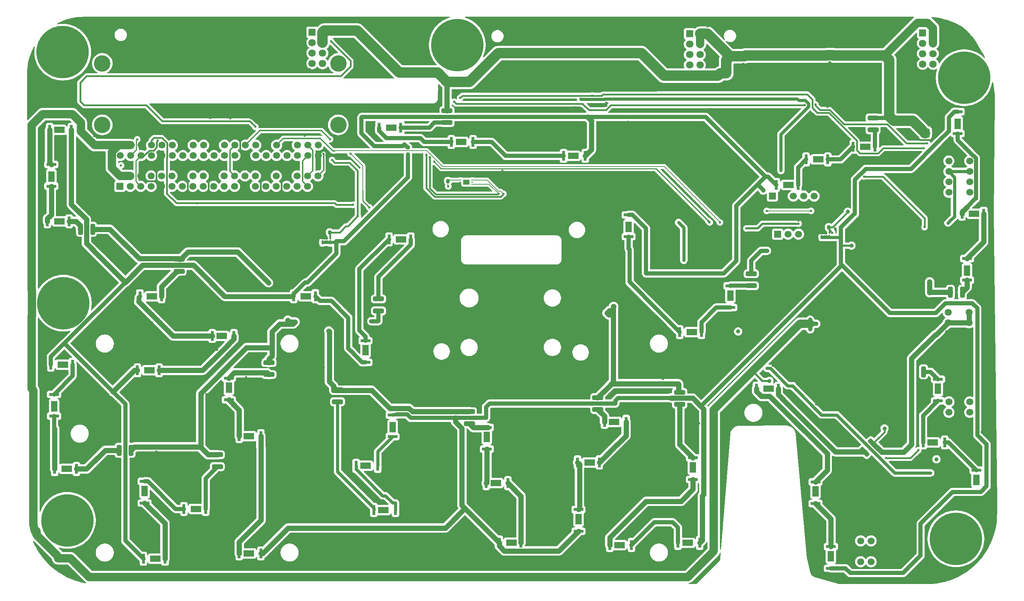
<source format=gbr>
%TF.GenerationSoftware,KiCad,Pcbnew,9.0.2*%
%TF.CreationDate,2025-09-02T22:00:12-05:00*%
%TF.ProjectId,MothBox,4d6f7468-426f-4782-9e6b-696361645f70,5.0.1*%
%TF.SameCoordinates,Original*%
%TF.FileFunction,Copper,L1,Top*%
%TF.FilePolarity,Positive*%
%FSLAX46Y46*%
G04 Gerber Fmt 4.6, Leading zero omitted, Abs format (unit mm)*
G04 Created by KiCad (PCBNEW 9.0.2) date 2025-09-02 22:00:12*
%MOMM*%
%LPD*%
G01*
G04 APERTURE LIST*
G04 Aperture macros list*
%AMRoundRect*
0 Rectangle with rounded corners*
0 $1 Rounding radius*
0 $2 $3 $4 $5 $6 $7 $8 $9 X,Y pos of 4 corners*
0 Add a 4 corners polygon primitive as box body*
4,1,4,$2,$3,$4,$5,$6,$7,$8,$9,$2,$3,0*
0 Add four circle primitives for the rounded corners*
1,1,$1+$1,$2,$3*
1,1,$1+$1,$4,$5*
1,1,$1+$1,$6,$7*
1,1,$1+$1,$8,$9*
0 Add four rect primitives between the rounded corners*
20,1,$1+$1,$2,$3,$4,$5,0*
20,1,$1+$1,$4,$5,$6,$7,0*
20,1,$1+$1,$6,$7,$8,$9,0*
20,1,$1+$1,$8,$9,$2,$3,0*%
G04 Aperture macros list end*
%TA.AperFunction,SMDPad,CuDef*%
%ADD10R,0.510000X0.280000*%
%TD*%
%TA.AperFunction,SMDPad,CuDef*%
%ADD11R,1.500000X1.200000*%
%TD*%
%TA.AperFunction,SMDPad,CuDef*%
%ADD12RoundRect,0.225000X-0.225000X-0.250000X0.225000X-0.250000X0.225000X0.250000X-0.225000X0.250000X0*%
%TD*%
%TA.AperFunction,SMDPad,CuDef*%
%ADD13R,2.630000X1.520000*%
%TD*%
%TA.AperFunction,SMDPad,CuDef*%
%ADD14R,0.800000X2.400000*%
%TD*%
%TA.AperFunction,ComponentPad*%
%ADD15C,1.800000*%
%TD*%
%TA.AperFunction,ComponentPad*%
%ADD16R,1.800000X1.780000*%
%TD*%
%TA.AperFunction,SMDPad,CuDef*%
%ADD17RoundRect,0.250000X-1.075000X0.312500X-1.075000X-0.312500X1.075000X-0.312500X1.075000X0.312500X0*%
%TD*%
%TA.AperFunction,ComponentPad*%
%ADD18R,1.700000X1.700000*%
%TD*%
%TA.AperFunction,ComponentPad*%
%ADD19C,1.700000*%
%TD*%
%TA.AperFunction,SMDPad,CuDef*%
%ADD20R,2.400000X0.800000*%
%TD*%
%TA.AperFunction,SMDPad,CuDef*%
%ADD21R,1.520000X2.630000*%
%TD*%
%TA.AperFunction,ComponentPad*%
%ADD22C,1.000000*%
%TD*%
%TA.AperFunction,SMDPad,CuDef*%
%ADD23RoundRect,0.250000X-0.539169X0.981111X-0.981111X0.539169X0.539169X-0.981111X0.981111X-0.539169X0*%
%TD*%
%TA.AperFunction,SMDPad,CuDef*%
%ADD24R,0.450000X0.400000*%
%TD*%
%TA.AperFunction,SMDPad,CuDef*%
%ADD25R,0.910000X0.400000*%
%TD*%
%TA.AperFunction,SMDPad,CuDef*%
%ADD26R,0.910000X0.810000*%
%TD*%
%TA.AperFunction,ComponentPad*%
%ADD27C,12.800000*%
%TD*%
%TA.AperFunction,SMDPad,CuDef*%
%ADD28RoundRect,0.250000X-0.312500X-1.075000X0.312500X-1.075000X0.312500X1.075000X-0.312500X1.075000X0*%
%TD*%
%TA.AperFunction,SMDPad,CuDef*%
%ADD29RoundRect,0.250000X0.312500X1.075000X-0.312500X1.075000X-0.312500X-1.075000X0.312500X-1.075000X0*%
%TD*%
%TA.AperFunction,SMDPad,CuDef*%
%ADD30RoundRect,0.250000X1.075000X-0.312500X1.075000X0.312500X-1.075000X0.312500X-1.075000X-0.312500X0*%
%TD*%
%TA.AperFunction,SMDPad,CuDef*%
%ADD31RoundRect,0.200000X0.200000X0.275000X-0.200000X0.275000X-0.200000X-0.275000X0.200000X-0.275000X0*%
%TD*%
%TA.AperFunction,ComponentPad*%
%ADD32C,4.000000*%
%TD*%
%TA.AperFunction,ViaPad*%
%ADD33C,0.600000*%
%TD*%
%TA.AperFunction,Conductor*%
%ADD34C,0.400000*%
%TD*%
%TA.AperFunction,Conductor*%
%ADD35C,2.032000*%
%TD*%
%TA.AperFunction,Conductor*%
%ADD36C,2.540000*%
%TD*%
%TA.AperFunction,Conductor*%
%ADD37C,0.203200*%
%TD*%
%TA.AperFunction,Conductor*%
%ADD38C,1.270000*%
%TD*%
%TA.AperFunction,Conductor*%
%ADD39C,0.800000*%
%TD*%
%TA.AperFunction,Conductor*%
%ADD40C,0.500000*%
%TD*%
%TA.AperFunction,Conductor*%
%ADD41C,0.250000*%
%TD*%
%TA.AperFunction,Conductor*%
%ADD42C,1.000000*%
%TD*%
%TA.AperFunction,Conductor*%
%ADD43C,0.304800*%
%TD*%
G04 APERTURE END LIST*
D10*
%TO.P,U17,1,VCC*%
%TO.N,+3.3V*%
X32270000Y-4715671D03*
%TO.P,U17,2,ADDR*%
%TO.N,GND*%
X32270000Y-5215671D03*
%TO.P,U17,3,GND*%
X32270000Y-5715671D03*
%TO.P,U17,4,SDA*%
%TO.N,SDA*%
X35130000Y-5715671D03*
%TO.P,U17,5,DVI*%
%TO.N,unconnected-(U17-DVI-Pad5)*%
X35130000Y-5215671D03*
%TO.P,U17,6,SCL*%
%TO.N,SCL*%
X35130000Y-4715671D03*
D11*
%TO.P,U17,7,EP*%
%TO.N,unconnected-(U17-EP-Pad7)*%
X33700000Y-5215671D03*
%TD*%
D12*
%TO.P,C13,1*%
%TO.N,GND*%
X27675000Y-4965671D03*
%TO.P,C13,2*%
%TO.N,+3.3V*%
X29225000Y-4965671D03*
%TD*%
D13*
%TO.P,LED47,3,NC*%
%TO.N,unconnected-(LED47-NC-Pad3)*%
X-19300000Y-67215671D03*
D14*
%TO.P,LED47,2,A*%
%TO.N,Net-(LED46-K)*%
X-21640000Y-67215671D03*
%TO.P,LED47,1,K*%
%TO.N,Net-(LED47-K)*%
X-16360000Y-67215671D03*
%TD*%
D15*
%TO.P,H10,8,8*%
%TO.N,Net-(H10-Pad6)*%
X90652741Y23341259D03*
%TO.P,H10,7,7*%
%TO.N,unconnected-(H10-Pad7)*%
X88112741Y23341259D03*
%TO.P,H10,6,6*%
%TO.N,Net-(H10-Pad6)*%
X90652741Y25881259D03*
%TO.P,H10,5,5*%
%TO.N,unconnected-(H10-Pad5)*%
X88112741Y25881259D03*
%TO.P,H10,4,4*%
%TO.N,+12V*%
X90652741Y28421259D03*
%TO.P,H10,3,3*%
%TO.N,unconnected-(H10-Pad3)*%
X88112741Y28421259D03*
%TO.P,H10,2,2*%
%TO.N,+12V*%
X90652741Y30961259D03*
D16*
%TO.P,H10,1,1*%
%TO.N,unconnected-(H10-Pad1)*%
X88112741Y30961259D03*
%TD*%
D15*
%TO.P,H9,8,8*%
%TO.N,Net-(H9-Pad6)*%
X-1328653Y23708822D03*
%TO.P,H9,7,7*%
%TO.N,unconnected-(H9-Pad7)*%
X-3868653Y23708822D03*
%TO.P,H9,6,6*%
%TO.N,Net-(H9-Pad6)*%
X-1328653Y26248822D03*
%TO.P,H9,5,5*%
%TO.N,unconnected-(H9-Pad5)*%
X-3868653Y26248822D03*
%TO.P,H9,4,4*%
%TO.N,+12V*%
X-1328653Y28788822D03*
%TO.P,H9,3,3*%
%TO.N,unconnected-(H9-Pad3)*%
X-3868653Y28788822D03*
%TO.P,H9,2,2*%
%TO.N,+12V*%
X-1328653Y31328822D03*
D16*
%TO.P,H9,1,1*%
%TO.N,unconnected-(H9-Pad1)*%
X-3868653Y31328822D03*
%TD*%
%TO.P,H8,1,1*%
%TO.N,unconnected-(H8-Pad1)*%
X144905704Y31194664D03*
D15*
%TO.P,H8,2,2*%
%TO.N,+12V*%
X147445704Y31194664D03*
%TO.P,H8,3,3*%
%TO.N,unconnected-(H8-Pad3)*%
X144905704Y28654664D03*
%TO.P,H8,4,4*%
%TO.N,+12V*%
X147445704Y28654664D03*
%TO.P,H8,5,5*%
%TO.N,unconnected-(H8-Pad5)*%
X144905704Y26114664D03*
%TO.P,H8,6,6*%
%TO.N,Net-(H8-Pad6)*%
X147445704Y26114664D03*
%TO.P,H8,7,7*%
%TO.N,unconnected-(H8-Pad7)*%
X144905704Y23574664D03*
%TO.P,H8,8,8*%
%TO.N,Net-(H8-Pad6)*%
X147445704Y23574664D03*
%TD*%
D17*
%TO.P,R15,1*%
%TO.N,+12V*%
X-14400000Y-49253171D03*
%TO.P,R15,2*%
%TO.N,Net-(LED46-A)*%
X-14400000Y-52178171D03*
%TD*%
D14*
%TO.P,LED13,1,K*%
%TO.N,Net-(LED13-K)*%
X12450000Y8084329D03*
%TO.P,LED13,2,A*%
%TO.N,Net-(LED13-A)*%
X17730000Y8084329D03*
D13*
%TO.P,LED13,3,NC*%
%TO.N,unconnected-(LED13-NC-Pad3)*%
X15390000Y8084329D03*
%TD*%
D17*
%TO.P,R17,1*%
%TO.N,+12V*%
X-26959493Y-71736149D03*
%TO.P,R17,2*%
%TO.N,Net-(LED2-A)*%
X-26959493Y-74661149D03*
%TD*%
%TO.P,R22,1*%
%TO.N,+12V*%
X132811406Y10431357D03*
%TO.P,R22,2*%
%TO.N,Net-(LED10-A)*%
X132811406Y7506357D03*
%TD*%
%TO.P,R13,1*%
%TO.N,+12V*%
X34447683Y-61223559D03*
%TO.P,R13,2*%
%TO.N,Net-(LED40-A)*%
X34447683Y-64148559D03*
%TD*%
D18*
%TO.P,U5,1,3V3*%
%TO.N,+3.3V*%
X-50718039Y-6264401D03*
D19*
%TO.P,U5,2,5V*%
%TO.N,+5V*%
X-50718039Y-3724401D03*
%TO.P,U5,3,GPIO2/SDA1*%
%TO.N,SDA*%
X-48178039Y-6264401D03*
%TO.P,U5,4,5V*%
%TO.N,+5V*%
X-48178039Y-3724401D03*
%TO.P,U5,5,GPIO3/SCL1*%
%TO.N,SCL*%
X-45638040Y-6264401D03*
%TO.P,U5,6,GND*%
%TO.N,GND*%
X-45638039Y-3724401D03*
%TO.P,U5,7,GPIO4/GPIO_GCKL*%
%TO.N,/RPI5/GPIO4{slash}GPIO_GCKL*%
X-43098039Y-6264401D03*
%TO.P,U5,8,GPIO14/TXD0*%
%TO.N,unconnected-(U5-GPIO14{slash}TXD0-Pad8)*%
X-43098039Y-3724401D03*
%TO.P,U5,9,GND*%
%TO.N,GND*%
X-40558039Y-6264401D03*
%TO.P,U5,10,GPIO15/RXD0*%
%TO.N,unconnected-(U5-GPIO15{slash}RXD0-Pad10)*%
X-40558039Y-3724401D03*
%TO.P,U5,11,GPIO17/GPIO_GEN0*%
%TO.N,/RPI5/Save for eink_11*%
X-38018039Y-6264401D03*
%TO.P,U5,12,GPIO18/GPIO_GEN1*%
%TO.N,unconnected-(U5-GPIO18{slash}GPIO_GEN1-Pad12)*%
X-38018039Y-3724401D03*
%TO.P,U5,13,GPIO27/GPIO_GEN2*%
%TO.N,unconnected-(U5-GPIO27{slash}GPIO_GEN2-Pad13)*%
X-35478039Y-6264401D03*
%TO.P,U5,14,GND*%
%TO.N,GND*%
X-35478039Y-3724401D03*
%TO.P,U5,15,GPIO22/GPIO_GEN3*%
%TO.N,unconnected-(U5-GPIO22{slash}GPIO_GEN3-Pad15)*%
X-32938038Y-6264401D03*
%TO.P,U5,16,GPIO23/GPIO_GEN4*%
%TO.N,unconnected-(U5-GPIO23{slash}GPIO_GEN4-Pad16)*%
X-32938039Y-3724401D03*
%TO.P,U5,17,3V3*%
%TO.N,+3.3V*%
X-30398039Y-6264401D03*
%TO.P,U5,18,GPIO24/GPIO_GEN5*%
%TO.N,/RPI5/Save for eink_18*%
X-30398039Y-3724401D03*
%TO.P,U5,19,GPIO10/SPI_MOSI*%
%TO.N,/RPI5/Save for eink_19*%
X-27858039Y-6264401D03*
%TO.P,U5,20,GND*%
%TO.N,GND*%
X-27858039Y-3724401D03*
%TO.P,U5,21,GPIO9/SPI_MISO*%
%TO.N,unconnected-(U5-GPIO9{slash}SPI_MISO-Pad21)*%
X-25318039Y-6264401D03*
%TO.P,U5,22,GPIO25/GPIO_GEN6*%
%TO.N,/RPI5/Save for eink_22*%
X-25318039Y-3724401D03*
%TO.P,U5,23,GPIO11/SPI_SCLK*%
%TO.N,/RPI5/Save for eink_23*%
X-22778040Y-6264401D03*
%TO.P,U5,24,GPIO8/~{SPI_CE0}*%
%TO.N,/RPI5/Save for eink_24*%
X-22778039Y-3724401D03*
%TO.P,U5,25,GND*%
%TO.N,GND*%
X-20238039Y-6264401D03*
%TO.P,U5,26,GPIO7/~{SPI_CE1}*%
%TO.N,unconnected-(U5-GPIO7{slash}~{SPI_CE1}-Pad26)*%
X-20238039Y-3724401D03*
%TO.P,U5,27,ID_SD*%
%TO.N,unconnected-(U5-ID_SD-Pad27)*%
X-17698039Y-6264401D03*
%TO.P,U5,28,ID_SC*%
%TO.N,unconnected-(U5-ID_SC-Pad28)*%
X-17698039Y-3724401D03*
%TO.P,U5,29,GPIO5*%
%TO.N,unconnected-(U5-GPIO5-Pad29)*%
X-15158039Y-6264401D03*
%TO.P,U5,30,GND*%
%TO.N,GND*%
X-15158039Y-3724401D03*
%TO.P,U5,31,GPIO6*%
%TO.N,unconnected-(U5-GPIO6-Pad31)*%
X-12618040Y-6264401D03*
%TO.P,U5,32,GPIO12*%
%TO.N,unconnected-(U5-GPIO12-Pad32)*%
X-12618039Y-3724401D03*
%TO.P,U5,33,GPIO13*%
%TO.N,unconnected-(U5-GPIO13-Pad33)*%
X-10078038Y-6264401D03*
%TO.P,U5,34,GND*%
%TO.N,GND*%
X-10078039Y-3724401D03*
%TO.P,U5,35,GPIO19*%
%TO.N,unconnected-(U5-GPIO19-Pad35)*%
X-7538039Y-6264401D03*
%TO.P,U5,36,GPIO16*%
%TO.N,unconnected-(U5-GPIO16-Pad36)*%
X-7538039Y-3724401D03*
%TO.P,U5,37,GPIO26*%
%TO.N,/RPI5/Save for relay 3*%
X-4998039Y-6264401D03*
%TO.P,U5,38,GPIO20*%
%TO.N,/RPI5/Save for relay*%
X-4998039Y-3724401D03*
%TO.P,U5,39,GND*%
%TO.N,GND*%
X-2458039Y-6264401D03*
%TO.P,U5,40,GPIO21*%
%TO.N,/RPI5/Save for relay 2*%
X-2458039Y-3724401D03*
%TD*%
D20*
%TO.P,LED9,1,K*%
%TO.N,Net-(LED12-K)*%
X73242490Y-13236671D03*
%TO.P,LED9,2,A*%
%TO.N,Net-(LED8-K)*%
X73242490Y-18516671D03*
D21*
%TO.P,LED9,3,NC*%
%TO.N,unconnected-(LED9-NC-Pad3)*%
X73242490Y-16176671D03*
%TD*%
D14*
%TO.P,LED44,1,K*%
%TO.N,Net-(LED44-K)*%
X12109473Y-74456061D03*
%TO.P,LED44,2,A*%
%TO.N,Net-(LED43-K)*%
X6829473Y-74456061D03*
D13*
%TO.P,LED44,3,NC*%
%TO.N,unconnected-(LED44-NC-Pad3)*%
X9169473Y-74456061D03*
%TD*%
D20*
%TO.P,LED23,1,K*%
%TO.N,Net-(LED23-K)*%
X-67425310Y-938859D03*
%TO.P,LED23,2,A*%
%TO.N,Net-(LED22-K)*%
X-67425310Y-6218859D03*
D21*
%TO.P,LED23,3,NC*%
%TO.N,unconnected-(LED23-NC-Pad3)*%
X-67425310Y-3878859D03*
%TD*%
D14*
%TO.P,LED37,1,K*%
%TO.N,Net-(LED37-K)*%
X72640000Y-63715671D03*
%TO.P,LED37,2,A*%
%TO.N,Net-(LED37-A)*%
X67360000Y-63715671D03*
D13*
%TO.P,LED37,3,NC*%
%TO.N,unconnected-(LED37-NC-Pad3)*%
X69700000Y-63715671D03*
%TD*%
D22*
%TO.P,TP9,1,1*%
%TO.N,GND*%
X-68464146Y-23412198D03*
%TD*%
D14*
%TO.P,LED12,1,K*%
%TO.N,Net-(LED12-K)*%
X109247713Y-5905671D03*
%TO.P,LED12,2,A*%
%TO.N,Net-(LED11-K)*%
X114527713Y-5905671D03*
D13*
%TO.P,LED12,3,NC*%
%TO.N,unconnected-(LED12-NC-Pad3)*%
X112187713Y-5905671D03*
%TD*%
D14*
%TO.P,LED35,1,K*%
%TO.N,Net-(LED35-K)*%
X73940000Y-93765671D03*
%TO.P,LED35,2,A*%
%TO.N,Net-(LED34-K)*%
X68660000Y-93765671D03*
D13*
%TO.P,LED35,3,NC*%
%TO.N,unconnected-(LED35-NC-Pad3)*%
X71000000Y-93765671D03*
%TD*%
D20*
%TO.P,LED40,1,K*%
%TO.N,Net-(LED40-K)*%
X38699426Y-70371916D03*
%TO.P,LED40,2,A*%
%TO.N,Net-(LED40-A)*%
X38699426Y-65091916D03*
D21*
%TO.P,LED40,3,NC*%
%TO.N,unconnected-(LED40-NC-Pad3)*%
X38699426Y-67431916D03*
%TD*%
D23*
%TO.P,R8,1*%
%TO.N,+12V*%
X132800197Y-68975955D03*
%TO.P,R8,2*%
%TO.N,Net-(LED31-A)*%
X130731909Y-71044243D03*
%TD*%
D20*
%TO.P,LED28,1,K*%
%TO.N,Net-(LED28-K)*%
X148634174Y-58598209D03*
%TO.P,LED28,2,A*%
%TO.N,Net-(LED28-A)*%
X148634174Y-53318209D03*
D21*
%TO.P,LED28,3,NC*%
%TO.N,unconnected-(LED28-NC-Pad3)*%
X148634174Y-55658209D03*
%TD*%
D24*
%TO.P,Q3,1,D*%
%TO.N,Net-(LED12-K)*%
X536067Y-20246984D03*
%TO.P,Q3,2,D*%
X536067Y-19586985D03*
%TO.P,Q3,3,G*%
%TO.N,PHOTO_LED_CTRL*%
X536067Y-18936984D03*
%TO.P,Q3,4,S*%
%TO.N,GND*%
X-1363933Y-18936984D03*
%TO.P,Q3,5,D*%
%TO.N,Net-(LED12-K)*%
X-1363933Y-19586985D03*
%TO.P,Q3,6,D*%
X-1363933Y-20246984D03*
D25*
%TO.P,Q3,7,S*%
%TO.N,GND*%
X-413933Y-18886983D03*
D26*
%TO.P,Q3,8,D*%
%TO.N,Net-(LED12-K)*%
X-413933Y-19916983D03*
%TD*%
D27*
%TO.P,H3,1*%
%TO.N,N/C*%
X31500000Y28234329D03*
%TD*%
D20*
%TO.P,LED33,1,K*%
%TO.N,Net-(LED27-K)*%
X122550000Y-99455671D03*
%TO.P,LED33,2,A*%
%TO.N,Net-(LED32-K)*%
X122550000Y-94175671D03*
D21*
%TO.P,LED33,3,NC*%
%TO.N,unconnected-(LED33-NC-Pad3)*%
X122550000Y-96515671D03*
%TD*%
D14*
%TO.P,LED41,1,K*%
%TO.N,Net-(LED41-K)*%
X43835741Y-78681944D03*
%TO.P,LED41,2,A*%
%TO.N,Net-(LED40-K)*%
X38555741Y-78681944D03*
D13*
%TO.P,LED41,3,NC*%
%TO.N,unconnected-(LED41-NC-Pad3)*%
X40895741Y-78681944D03*
%TD*%
D14*
%TO.P,LED22,1,K*%
%TO.N,Net-(LED22-K)*%
X-68369860Y-14799765D03*
%TO.P,LED22,2,A*%
%TO.N,Net-(LED22-A)*%
X-63089860Y-14799765D03*
D13*
%TO.P,LED22,3,NC*%
%TO.N,unconnected-(LED22-NC-Pad3)*%
X-65429860Y-14799765D03*
%TD*%
D14*
%TO.P,LED42,1,K*%
%TO.N,Net-(LED27-K)*%
X41731449Y-93184907D03*
%TO.P,LED42,2,A*%
%TO.N,Net-(LED41-K)*%
X47011449Y-93184907D03*
D13*
%TO.P,LED42,3,NC*%
%TO.N,unconnected-(LED42-NC-Pad3)*%
X44671449Y-93184907D03*
%TD*%
D17*
%TO.P,R23,1*%
%TO.N,+12V*%
X28986295Y12215960D03*
%TO.P,R23,2*%
%TO.N,Net-(LED13-A)*%
X28986295Y9290960D03*
%TD*%
D22*
%TO.P,TP4,1,1*%
%TO.N,Net-(LED12-K)*%
X106050000Y-7315671D03*
%TD*%
D27*
%TO.P,H6,1*%
%TO.N,N/C*%
X-63500000Y-87765671D03*
%TD*%
D14*
%TO.P,LED21,1,K*%
%TO.N,Net-(LED12-K)*%
X-46440351Y-51158000D03*
%TO.P,LED21,2,A*%
%TO.N,Net-(LED20-K)*%
X-41160351Y-51158000D03*
D13*
%TO.P,LED21,3,NC*%
%TO.N,unconnected-(LED21-NC-Pad3)*%
X-43500351Y-51158000D03*
%TD*%
D14*
%TO.P,LED38,1,K*%
%TO.N,Net-(LED38-K)*%
X60810000Y-73615671D03*
%TO.P,LED38,2,A*%
%TO.N,Net-(LED37-K)*%
X66090000Y-73615671D03*
D13*
%TO.P,LED38,3,NC*%
%TO.N,unconnected-(LED38-NC-Pad3)*%
X63750000Y-73615671D03*
%TD*%
D14*
%TO.P,LED20,1,K*%
%TO.N,Net-(LED20-K)*%
X-22935337Y-42765671D03*
%TO.P,LED20,2,A*%
%TO.N,Net-(LED19-K)*%
X-28215337Y-42765671D03*
D13*
%TO.P,LED20,3,NC*%
%TO.N,unconnected-(LED20-NC-Pad3)*%
X-25875337Y-42765671D03*
%TD*%
D14*
%TO.P,LED16,1,K*%
%TO.N,Net-(LED16-K)*%
X-66590000Y-75215671D03*
%TO.P,LED16,2,A*%
%TO.N,Net-(LED16-A)*%
X-61310000Y-75215671D03*
D13*
%TO.P,LED16,3,NC*%
%TO.N,unconnected-(LED16-NC-Pad3)*%
X-63650000Y-75215671D03*
%TD*%
D28*
%TO.P,R16,1*%
%TO.N,+12V*%
X151647691Y-32099585D03*
%TO.P,R16,2*%
%TO.N,Net-(LED25-A)*%
X154572691Y-32099585D03*
%TD*%
D29*
%TO.P,R24,1*%
%TO.N,+12V*%
X-47962469Y-70671321D03*
%TO.P,R24,2*%
%TO.N,Net-(LED16-A)*%
X-50887469Y-70671321D03*
%TD*%
D20*
%TO.P,LED7,1,K*%
%TO.N,Net-(LED7-K)*%
X98039159Y-35828882D03*
%TO.P,LED7,2,A*%
%TO.N,Net-(LED7-A)*%
X98039159Y-30548882D03*
D21*
%TO.P,LED7,3,NC*%
%TO.N,unconnected-(LED7-NC-Pad3)*%
X98039159Y-32888882D03*
%TD*%
D24*
%TO.P,Q7,1,D*%
%TO.N,Net-(LED27-K)*%
X122171089Y-18949701D03*
%TO.P,Q7,2,D*%
X122171089Y-18289702D03*
%TO.P,Q7,3,G*%
%TO.N,PHOTO_LED_CTRL*%
X122171089Y-17639701D03*
%TO.P,Q7,4,S*%
%TO.N,GND*%
X120271089Y-17639701D03*
%TO.P,Q7,5,D*%
%TO.N,Net-(LED27-K)*%
X120271089Y-18289702D03*
%TO.P,Q7,6,D*%
X120271089Y-18949701D03*
D25*
%TO.P,Q7,7,S*%
%TO.N,GND*%
X121221089Y-17589700D03*
D26*
%TO.P,Q7,8,D*%
%TO.N,Net-(LED27-K)*%
X121221089Y-18619700D03*
%TD*%
D14*
%TO.P,LED2,1,K*%
%TO.N,Net-(LED1-A)*%
X-35093438Y-84977207D03*
%TO.P,LED2,2,A*%
%TO.N,Net-(LED2-A)*%
X-29813438Y-84977207D03*
D13*
%TO.P,LED2,3,NC*%
%TO.N,unconnected-(LED2-NC-Pad3)*%
X-32153438Y-84977207D03*
%TD*%
D30*
%TO.P,R18,1*%
%TO.N,+12V*%
X12306939Y-36658439D03*
%TO.P,R18,2*%
%TO.N,Net-(LED4-A)*%
X12306939Y-33733439D03*
%TD*%
D20*
%TO.P,LED34,1,K*%
%TO.N,Net-(LED34-K)*%
X88938753Y-77771126D03*
%TO.P,LED34,2,A*%
%TO.N,Net-(LED34-A)*%
X88938753Y-72491126D03*
D21*
%TO.P,LED34,3,NC*%
%TO.N,unconnected-(LED34-NC-Pad3)*%
X88938753Y-74831126D03*
%TD*%
D22*
%TO.P,TP6,1,1*%
%TO.N,Net-(LED27-K)*%
X127553023Y-20717506D03*
%TD*%
D14*
%TO.P,LED15,1,K*%
%TO.N,Net-(LED12-K)*%
X62690000Y1184329D03*
%TO.P,LED15,2,A*%
%TO.N,Net-(LED14-K)*%
X57410000Y1184329D03*
D13*
%TO.P,LED15,3,NC*%
%TO.N,unconnected-(LED15-NC-Pad3)*%
X59750000Y1184329D03*
%TD*%
D14*
%TO.P,LED8,1,K*%
%TO.N,Net-(LED8-K)*%
X85704781Y-41841748D03*
%TO.P,LED8,2,A*%
%TO.N,Net-(LED7-K)*%
X90984781Y-41841748D03*
D13*
%TO.P,LED8,3,NC*%
%TO.N,unconnected-(LED8-NC-Pad3)*%
X88644781Y-41841748D03*
%TD*%
D20*
%TO.P,LED25,1,K*%
%TO.N,Net-(LED25-K)*%
X155719221Y-23880031D03*
%TO.P,LED25,2,A*%
%TO.N,Net-(LED25-A)*%
X155719221Y-29160031D03*
D21*
%TO.P,LED25,3,NC*%
%TO.N,unconnected-(LED25-NC-Pad3)*%
X155719221Y-26820031D03*
%TD*%
D31*
%TO.P,R9,1*%
%TO.N,PHOTO_LED_CTRL*%
X122016548Y-16253781D03*
%TO.P,R9,2*%
%TO.N,GND*%
X120366548Y-16253781D03*
%TD*%
D14*
%TO.P,LED18,1,K*%
%TO.N,Net-(LED12-K)*%
X-67526846Y-49755903D03*
%TO.P,LED18,2,A*%
%TO.N,Net-(LED17-K)*%
X-62246846Y-49755903D03*
D13*
%TO.P,LED18,3,NC*%
%TO.N,unconnected-(LED18-NC-Pad3)*%
X-64586846Y-49755903D03*
%TD*%
D14*
%TO.P,LED10,1,K*%
%TO.N,Net-(LED10-K)*%
X127957945Y3388614D03*
%TO.P,LED10,2,A*%
%TO.N,Net-(LED10-A)*%
X133237945Y3388614D03*
D13*
%TO.P,LED10,3,NC*%
%TO.N,unconnected-(LED10-NC-Pad3)*%
X130897945Y3388614D03*
%TD*%
D14*
%TO.P,LED36,1,K*%
%TO.N,Net-(LED27-K)*%
X90555019Y-93254749D03*
%TO.P,LED36,2,A*%
%TO.N,Net-(LED35-K)*%
X85275019Y-93254749D03*
D13*
%TO.P,LED36,3,NC*%
%TO.N,unconnected-(LED36-NC-Pad3)*%
X87615019Y-93254749D03*
%TD*%
D20*
%TO.P,LED1,1,K*%
%TO.N,Net-(LED1-K)*%
X-44683288Y-83525346D03*
%TO.P,LED1,2,A*%
%TO.N,Net-(LED1-A)*%
X-44683288Y-78245346D03*
D21*
%TO.P,LED1,3,NC*%
%TO.N,unconnected-(LED1-NC-Pad3)*%
X-44683288Y-80585346D03*
%TD*%
D20*
%TO.P,LED30,1,K*%
%TO.N,Net-(LED27-K)*%
X157966000Y-80810685D03*
%TO.P,LED30,2,A*%
%TO.N,Net-(LED29-K)*%
X157966000Y-75530685D03*
D21*
%TO.P,LED30,3,NC*%
%TO.N,unconnected-(LED30-NC-Pad3)*%
X157966000Y-77870685D03*
%TD*%
D20*
%TO.P,LED46,1,K*%
%TO.N,Net-(LED46-K)*%
X-24166936Y-58346855D03*
%TO.P,LED46,2,A*%
%TO.N,Net-(LED46-A)*%
X-24166936Y-53066855D03*
D21*
%TO.P,LED46,3,NC*%
%TO.N,unconnected-(LED46-NC-Pad3)*%
X-24166936Y-55406855D03*
%TD*%
D27*
%TO.P,H7,1*%
%TO.N,N/C*%
X153000000Y-92265671D03*
%TD*%
D20*
%TO.P,LED39,1,K*%
%TO.N,Net-(LED27-K)*%
X61020936Y-90405839D03*
%TO.P,LED39,2,A*%
%TO.N,Net-(LED38-K)*%
X61020936Y-85125839D03*
D21*
%TO.P,LED39,3,NC*%
%TO.N,unconnected-(LED39-NC-Pad3)*%
X61020936Y-87465839D03*
%TD*%
D22*
%TO.P,TP3,1,1*%
%TO.N,PHOTO_LED_CTRL*%
X126650000Y-12465671D03*
%TD*%
D20*
%TO.P,LED27,1,K*%
%TO.N,Net-(LED27-K)*%
X153445299Y11925205D03*
%TO.P,LED27,2,A*%
%TO.N,Net-(LED26-K)*%
X153445299Y6645205D03*
D21*
%TO.P,LED27,3,NC*%
%TO.N,unconnected-(LED27-NC-Pad3)*%
X153445299Y8985205D03*
%TD*%
D14*
%TO.P,LED31,1,K*%
%TO.N,Net-(LED31-K)*%
X104410000Y-55615671D03*
%TO.P,LED31,2,A*%
%TO.N,Net-(LED31-A)*%
X109690000Y-55615671D03*
D13*
%TO.P,LED31,3,NC*%
%TO.N,unconnected-(LED31-NC-Pad3)*%
X107350000Y-55615671D03*
%TD*%
D17*
%TO.P,R10,1*%
%TO.N,+12V*%
X85687219Y-56519038D03*
%TO.P,R10,2*%
%TO.N,Net-(LED34-A)*%
X85687219Y-59444038D03*
%TD*%
D20*
%TO.P,LED32,1,K*%
%TO.N,Net-(LED32-K)*%
X118800000Y-83655671D03*
%TO.P,LED32,2,A*%
%TO.N,Net-(LED31-K)*%
X118800000Y-78375671D03*
D21*
%TO.P,LED32,3,NC*%
%TO.N,unconnected-(LED32-NC-Pad3)*%
X118800000Y-80715671D03*
%TD*%
D27*
%TO.P,H4,1*%
%TO.N,N/C*%
X-64650000Y26484329D03*
%TD*%
D14*
%TO.P,LED48,1,K*%
%TO.N,Net-(LED27-K)*%
X-16372528Y-95817392D03*
%TO.P,LED48,2,A*%
%TO.N,Net-(LED47-K)*%
X-21652528Y-95817392D03*
D13*
%TO.P,LED48,3,NC*%
%TO.N,unconnected-(LED48-NC-Pad3)*%
X-19312528Y-95817392D03*
%TD*%
D22*
%TO.P,TP2,1,1*%
%TO.N,+24V*%
X148255896Y-72855265D03*
%TD*%
D14*
%TO.P,LED6,1,K*%
%TO.N,Net-(LED12-K)*%
X-8367174Y-33073045D03*
%TO.P,LED6,2,A*%
%TO.N,Net-(LED5-K)*%
X-3087174Y-33073045D03*
D13*
%TO.P,LED6,3,NC*%
%TO.N,unconnected-(LED6-NC-Pad3)*%
X-5427174Y-33073045D03*
%TD*%
D27*
%TO.P,H5,1*%
%TO.N,N/C*%
X-64500000Y-34765671D03*
%TD*%
D17*
%TO.P,R14,1*%
%TO.N,+12V*%
X2324249Y-55908521D03*
%TO.P,R14,2*%
%TO.N,Net-(LED43-A)*%
X2324249Y-58833521D03*
%TD*%
D22*
%TO.P,TP8,1,1*%
%TO.N,GND*%
X17493355Y34028628D03*
%TD*%
D14*
%TO.P,LED3,1,K*%
%TO.N,Net-(LED12-K)*%
X-44990000Y-97115671D03*
%TO.P,LED3,2,A*%
%TO.N,Net-(LED1-K)*%
X-39710000Y-97115671D03*
D13*
%TO.P,LED3,3,NC*%
%TO.N,unconnected-(LED3-NC-Pad3)*%
X-42050000Y-97115671D03*
%TD*%
D14*
%TO.P,LED4,1,K*%
%TO.N,Net-(LED4-K)*%
X14868399Y-19188658D03*
%TO.P,LED4,2,A*%
%TO.N,Net-(LED4-A)*%
X20148399Y-19188658D03*
D13*
%TO.P,LED4,3,NC*%
%TO.N,unconnected-(LED4-NC-Pad3)*%
X17808399Y-19188658D03*
%TD*%
D29*
%TO.P,R26,1*%
%TO.N,+12V*%
X-57353808Y-16741259D03*
%TO.P,R26,2*%
%TO.N,Net-(LED22-A)*%
X-60278808Y-16741259D03*
%TD*%
D20*
%TO.P,LED45,1,K*%
%TO.N,Net-(LED27-K)*%
X15734975Y-62060518D03*
%TO.P,LED45,2,A*%
%TO.N,Net-(LED44-K)*%
X15734975Y-67340518D03*
D21*
%TO.P,LED45,3,NC*%
%TO.N,unconnected-(LED45-NC-Pad3)*%
X15734975Y-65000518D03*
%TD*%
D20*
%TO.P,LED5,1,K*%
%TO.N,Net-(LED5-K)*%
X9130274Y-49205671D03*
%TO.P,LED5,2,A*%
%TO.N,Net-(LED4-K)*%
X9130274Y-43925671D03*
D21*
%TO.P,LED5,3,NC*%
%TO.N,unconnected-(LED5-NC-Pad3)*%
X9130274Y-46265671D03*
%TD*%
D17*
%TO.P,R12,1*%
%TO.N,+12V*%
X65742215Y-57790372D03*
%TO.P,R12,2*%
%TO.N,Net-(LED37-A)*%
X65742215Y-60715372D03*
%TD*%
%TO.P,R25,1*%
%TO.N,+12V*%
X-36270875Y-24050671D03*
%TO.P,R25,2*%
%TO.N,Net-(LED19-A)*%
X-36270875Y-26975671D03*
%TD*%
D14*
%TO.P,LED14,1,K*%
%TO.N,Net-(LED14-K)*%
X35347473Y4570310D03*
%TO.P,LED14,2,A*%
%TO.N,Net-(LED13-K)*%
X30067473Y4570310D03*
D13*
%TO.P,LED14,3,NC*%
%TO.N,unconnected-(LED14-NC-Pad3)*%
X32407473Y4570310D03*
%TD*%
D22*
%TO.P,TP7,1,1*%
%TO.N,+3.3V*%
X99936231Y-41660628D03*
%TD*%
D21*
%TO.P,LED17,3,NC*%
%TO.N,unconnected-(LED17-NC-Pad3)*%
X-66750000Y-59965671D03*
D20*
%TO.P,LED17,2,A*%
%TO.N,Net-(LED16-K)*%
X-66750000Y-62305671D03*
%TO.P,LED17,1,K*%
%TO.N,Net-(LED17-K)*%
X-66750000Y-57025671D03*
%TD*%
D27*
%TO.P,H2,1*%
%TO.N,N/C*%
X155000000Y20234329D03*
%TD*%
D14*
%TO.P,LED11,1,K*%
%TO.N,Net-(LED11-K)*%
X116495133Y304470D03*
%TO.P,LED11,2,A*%
%TO.N,Net-(LED10-K)*%
X121775133Y304470D03*
D13*
%TO.P,LED11,3,NC*%
%TO.N,unconnected-(LED11-NC-Pad3)*%
X119435133Y304470D03*
%TD*%
D22*
%TO.P,TP10,1,1*%
%TO.N,GND*%
X145900974Y-100408922D03*
%TD*%
D28*
%TO.P,R7,1*%
%TO.N,+12V*%
X142192935Y-51517909D03*
%TO.P,R7,2*%
%TO.N,Net-(LED28-A)*%
X145117935Y-51517909D03*
%TD*%
D22*
%TO.P,TP5,1,1*%
%TO.N,+12V*%
X135601460Y-65346231D03*
%TD*%
D31*
%TO.P,R11,1*%
%TO.N,PHOTO_LED_CTRL*%
X394753Y-17482047D03*
%TO.P,R11,2*%
%TO.N,GND*%
X-1255247Y-17482047D03*
%TD*%
D14*
%TO.P,LED29,1,K*%
%TO.N,Net-(LED29-K)*%
X150280000Y-68765671D03*
%TO.P,LED29,2,A*%
%TO.N,Net-(LED28-K)*%
X145000000Y-68765671D03*
D13*
%TO.P,LED29,3,NC*%
%TO.N,unconnected-(LED29-NC-Pad3)*%
X147340000Y-68765671D03*
%TD*%
D14*
%TO.P,LED43,1,K*%
%TO.N,Net-(LED43-K)*%
X16442707Y-85217654D03*
%TO.P,LED43,2,A*%
%TO.N,Net-(LED43-A)*%
X11162707Y-85217654D03*
D13*
%TO.P,LED43,3,NC*%
%TO.N,unconnected-(LED43-NC-Pad3)*%
X13502707Y-85217654D03*
%TD*%
D14*
%TO.P,LED24,1,K*%
%TO.N,Net-(LED12-K)*%
X-62540457Y7527421D03*
%TO.P,LED24,2,A*%
%TO.N,Net-(LED23-K)*%
X-67820457Y7527421D03*
D13*
%TO.P,LED24,3,NC*%
%TO.N,unconnected-(LED24-NC-Pad3)*%
X-65480457Y7527421D03*
%TD*%
D17*
%TO.P,R20,1*%
%TO.N,+12V*%
X103135446Y-27584293D03*
%TO.P,R20,2*%
%TO.N,Net-(LED7-A)*%
X103135446Y-30509293D03*
%TD*%
D14*
%TO.P,LED26,1,K*%
%TO.N,Net-(LED26-K)*%
X154481087Y-12940597D03*
%TO.P,LED26,2,A*%
%TO.N,Net-(LED25-K)*%
X159761087Y-12940597D03*
D13*
%TO.P,LED26,3,NC*%
%TO.N,unconnected-(LED26-NC-Pad3)*%
X157421087Y-12940597D03*
%TD*%
D14*
%TO.P,LED19,1,K*%
%TO.N,Net-(LED19-K)*%
X-45843540Y-33087825D03*
%TO.P,LED19,2,A*%
%TO.N,Net-(LED19-A)*%
X-40563540Y-33087825D03*
D13*
%TO.P,LED19,3,NC*%
%TO.N,unconnected-(LED19-NC-Pad3)*%
X-42903540Y-33087825D03*
%TD*%
D19*
%TO.P,J4,1,Pin_1*%
%TO.N,Net-(J4-Pin_1)*%
X156346928Y-87434D03*
X151266928Y-87434D03*
%TO.P,J4,2,Pin_2*%
X156346928Y-2627434D03*
X151266928Y-2627434D03*
%TO.P,J4,3,Pin_3*%
%TO.N,+12V*%
X156346928Y-5167434D03*
X151266928Y-5167434D03*
%TO.P,J4,4,Pin_4*%
X156346928Y-7707434D03*
X151266928Y-7707434D03*
%TD*%
D18*
%TO.P,U7,1,1*%
%TO.N,+5V*%
X-50630000Y3786829D03*
D19*
%TO.P,U7,2,2*%
%TO.N,+3.3V*%
X-50630000Y1246829D03*
%TO.P,U7,3,3*%
%TO.N,+5V*%
X-48090000Y3786829D03*
%TO.P,U7,4,4*%
%TO.N,SDA*%
X-48090000Y1246829D03*
%TO.P,U7,5,5*%
%TO.N,GND*%
X-45550000Y3786829D03*
%TO.P,U7,6,6*%
%TO.N,SCL*%
X-45550000Y1246829D03*
%TO.P,U7,7,7*%
%TO.N,GPS_RX*%
X-43010000Y3786829D03*
%TO.P,U7,8,8*%
%TO.N,/RPI5/GPIO4{slash}GPIO_GCKL*%
X-43010000Y1246829D03*
%TO.P,U7,9,9*%
%TO.N,GPS_TX*%
X-40470000Y3786829D03*
%TO.P,U7,10,10*%
%TO.N,GND*%
X-40470000Y1246829D03*
%TO.P,U7,11,11*%
%TO.N,unconnected-(U7-Pad11)*%
X-37930000Y3786829D03*
%TO.P,U7,12,12*%
%TO.N,/RPI5/Save for eink_11*%
X-37930000Y1246829D03*
%TO.P,U7,13,13*%
%TO.N,GND*%
X-35390000Y3786829D03*
%TO.P,U7,14,14*%
%TO.N,unconnected-(U7-Pad14)*%
X-35390000Y1246829D03*
%TO.P,U7,15,15*%
%TO.N,EN_12VReg*%
X-32850000Y3786829D03*
%TO.P,U7,16,16*%
%TO.N,unconnected-(U7-Pad16)*%
X-32850000Y1246829D03*
%TO.P,U7,17,17*%
%TO.N,/RPI5/Save for eink_18*%
X-30310000Y3786829D03*
%TO.P,U7,18,18*%
%TO.N,unconnected-(U7-Pad18)*%
X-30310000Y1246829D03*
%TO.P,U7,19,19*%
%TO.N,GND*%
X-27770000Y3786829D03*
%TO.P,U7,20,20*%
%TO.N,/RPI5/Save for eink_19*%
X-27770000Y1246829D03*
%TO.P,U7,21,21*%
%TO.N,/RPI5/Save for eink_22*%
X-25230000Y3786829D03*
%TO.P,U7,22,22*%
%TO.N,UV1_CTRL*%
X-25230000Y1246829D03*
%TO.P,U7,23,23*%
%TO.N,/RPI5/Save for eink_24*%
X-22690000Y3786829D03*
%TO.P,U7,24,24*%
%TO.N,/RPI5/Save for eink_23*%
X-22690000Y1246829D03*
%TO.P,U7,25,25*%
%TO.N,UV4_EX_CTRL*%
X-20150000Y3786829D03*
%TO.P,U7,26,26*%
%TO.N,GND*%
X-20150000Y1246829D03*
%TO.P,U7,27,27*%
%TO.N,unconnected-(U7-Pad27)*%
X-17610000Y3786829D03*
%TO.P,U7,28,28*%
%TO.N,unconnected-(U7-Pad28)*%
X-17610000Y1246829D03*
%TO.P,U7,29,29*%
%TO.N,GND*%
X-15070000Y3786829D03*
%TO.P,U7,30,30*%
%TO.N,UV2_CTRL*%
X-15070000Y1246829D03*
%TO.P,U7,31,31*%
%TO.N,GPS_PPS*%
X-12530000Y3786829D03*
%TO.P,U7,32,32*%
%TO.N,UV3_CTRL*%
X-12530000Y1246829D03*
%TO.P,U7,33,33*%
%TO.N,GND*%
X-9990000Y3786829D03*
%TO.P,U7,34,34*%
%TO.N,unconnected-(U7-Pad34)*%
X-9990000Y1246829D03*
%TO.P,U7,35,35*%
%TO.N,unconnected-(U7-Pad35)*%
X-7450000Y3786829D03*
%TO.P,U7,36,36*%
%TO.N,PHOTO_LED_CTRL*%
X-7450000Y1246829D03*
%TO.P,U7,37,37*%
%TO.N,/RPI5/Save for relay*%
X-4910000Y3786829D03*
%TO.P,U7,38,38*%
%TO.N,/RPI5/Save for relay 3*%
X-4910000Y1246829D03*
%TO.P,U7,39,39*%
%TO.N,/RPI5/Save for relay 2*%
X-2370000Y3786829D03*
%TO.P,U7,40,40*%
%TO.N,GND*%
X-2370000Y1246829D03*
%TD*%
%TO.P,J3,1,Pin_1*%
%TO.N,GND*%
X156365063Y-53772549D03*
X151285063Y-53772549D03*
%TO.P,J3,2,Pin_2*%
X156365063Y-56312549D03*
X151285063Y-56312549D03*
%TO.P,J3,3,Pin_3*%
%TO.N,Net-(J3-Pin_3)*%
X156365063Y-58852549D03*
X151285063Y-58852549D03*
%TO.P,J3,4,Pin_4*%
X156365063Y-61392549D03*
X151285063Y-61392549D03*
%TD*%
%TO.P,U8,5,5*%
%TO.N,GPS_PPS*%
X118449183Y-8635751D03*
%TO.P,U8,4,4*%
%TO.N,GPS_TX*%
X115909183Y-8635751D03*
%TO.P,U8,3,3*%
%TO.N,GPS_RX*%
X113369183Y-8635751D03*
%TO.P,U8,2,2*%
%TO.N,GND*%
X110829183Y-8635751D03*
D18*
%TO.P,U8,1,1*%
%TO.N,+3.3V*%
X108289183Y-8635751D03*
%TD*%
D19*
%TO.P,J2,1,Pin_1*%
%TO.N,GND*%
X137399926Y-97842457D03*
X137399926Y-92762457D03*
%TO.P,J2,2,Pin_2*%
X134859926Y-97842457D03*
X134859926Y-92762457D03*
%TO.P,J2,3,Pin_3*%
%TO.N,Net-(J2-Pin_3)*%
X132319926Y-97842457D03*
X132319926Y-92762457D03*
%TO.P,J2,4,Pin_4*%
X129779926Y-97842457D03*
X129779926Y-92762457D03*
%TD*%
D32*
%TO.P,U6,S1*%
%TO.N,N/C*%
X-55000000Y8734329D03*
%TO.P,U6,S2*%
X2500000Y8734329D03*
%TO.P,U6,S3*%
X-55000000Y23734329D03*
X2500000Y23734329D03*
%TD*%
D19*
%TO.P,J1,1,Pin_1*%
%TO.N,+12V*%
X156199512Y-37008831D03*
X151119512Y-37008831D03*
%TO.P,J1,2,Pin_2*%
X156199512Y-39548831D03*
X151119512Y-39548831D03*
%TO.P,J1,3,Pin_3*%
%TO.N,GND*%
X156199512Y-42088831D03*
X151119512Y-42088831D03*
%TO.P,J1,4,Pin_4*%
X156199512Y-44628831D03*
X151119512Y-44628831D03*
%TD*%
%TO.P,H1,4,4*%
%TO.N,GND*%
X117180000Y-17915671D03*
%TO.P,H1,3,3*%
%TO.N,GPS_TX*%
X114639999Y-17915671D03*
%TO.P,H1,2,2*%
%TO.N,GPS_RX*%
X112100000Y-17915671D03*
D18*
%TO.P,H1,1,1*%
%TO.N,+3.3V*%
X109560000Y-17915671D03*
%TD*%
D22*
%TO.P,TP1,1,1*%
%TO.N,+5V*%
X107553901Y-53721293D03*
%TD*%
D33*
%TO.N,GND*%
X59150000Y-10415671D03*
X64450000Y-10765671D03*
X51000000Y-8565671D03*
X46400000Y-8665671D03*
X31650000Y-6865671D03*
X36150000Y-6715671D03*
X42500000Y-2490671D03*
X42800000Y-5015671D03*
X133050000Y12434329D03*
X142500000Y14284329D03*
X139750000Y14284329D03*
X140700000Y34484329D03*
X149100000Y33084329D03*
X157850000Y27584329D03*
X149100000Y25234329D03*
X160850000Y14334329D03*
X149250000Y12784329D03*
X149102367Y9322631D03*
X4350000Y29434329D03*
X-18550000Y-18415671D03*
X10100000Y-19115671D03*
X61050000Y-35565671D03*
X29450000Y-35315671D03*
X21700000Y-14565671D03*
X30500000Y-3215671D03*
%TO.N,+3.3V*%
X29300000Y-6265671D03*
%TO.N,GND*%
X100150000Y-58465671D03*
%TO.N,+3.3V*%
X86690000Y-24315671D03*
X85420000Y-15065671D03*
%TO.N,GPS_TX*%
X93000000Y-15065671D03*
X101950000Y-16515671D03*
X114653435Y-15363767D03*
%TO.N,GPS_PPS*%
X95500000Y-15065671D03*
X117700000Y-12265671D03*
X106900000Y-12265671D03*
%TO.N,GND*%
X-35850000Y25684329D03*
X-64350000Y-47765671D03*
X141050000Y-45115671D03*
X145250000Y-42715671D03*
X117900000Y-76165671D03*
X123950000Y-73915671D03*
X96600000Y-72165671D03*
X100100000Y-62215671D03*
X87550000Y-47665671D03*
X73950000Y-50165671D03*
X65550000Y-53615671D03*
X75950000Y-56265671D03*
X72750000Y-47465671D03*
X67350000Y-43815671D03*
X71650000Y-42965671D03*
X71150000Y-39165671D03*
X-54600000Y-74465671D03*
X-38400000Y-53115671D03*
X-19050000Y-64415671D03*
X-850000Y-59015671D03*
X70900000Y-95965671D03*
X73250000Y-90665671D03*
X81550000Y-80615671D03*
X72000000Y-85265671D03*
X69500000Y-87265671D03*
X-34200000Y-98365671D03*
X-68200000Y-80115671D03*
X-55600000Y-79515671D03*
X-46050000Y-89365671D03*
X91400000Y-100565671D03*
X82900000Y26184329D03*
X85450000Y25334329D03*
%TO.N,+12V*%
X95600000Y21299657D03*
%TO.N,GND*%
X106600000Y20934329D03*
X150400000Y-25115671D03*
X159550000Y10334329D03*
X153050000Y29034329D03*
X40950000Y19234329D03*
X-68300000Y17434329D03*
X-29300000Y29734329D03*
X10250000Y24384329D03*
X18550000Y24084329D03*
X-4450000Y22334329D03*
X2200000Y-4015671D03*
X20050000Y9384329D03*
X95000000Y33484329D03*
X101850000Y9584329D03*
X101750000Y19084329D03*
X121650000Y18734329D03*
X86150000Y4434329D03*
X80000000Y-10715671D03*
X69000000Y-12415671D03*
X33500000Y-10465671D03*
X55100000Y-415671D03*
X30800000Y-115671D03*
X62800000Y34084329D03*
X62800000Y33284329D03*
X62800000Y33284329D03*
X62000000Y33284329D03*
X-15050000Y-915671D03*
X-19300000Y-1215671D03*
X-28950000Y-1215671D03*
X-35650000Y-1265671D03*
X-45500000Y-1265671D03*
X-48200000Y-1265671D03*
X106800000Y18884329D03*
X114050000Y19034329D03*
X133100000Y19384329D03*
X130600000Y18184329D03*
X128150000Y17684329D03*
X-16350000Y-48665671D03*
X-19400000Y-48515671D03*
X-65050000Y-9615671D03*
X-65300000Y2534329D03*
%TO.N,*%
X-50450000Y-1165671D03*
%TO.N,GND*%
X-18895134Y-39594560D03*
X3173114Y-15456454D03*
X115846728Y-28284895D03*
X-33500000Y-17765671D03*
X108400000Y-50065671D03*
X23270922Y6819631D03*
X6800000Y8834329D03*
X146732731Y-14668764D03*
X153892258Y-49123801D03*
X106400000Y-52415671D03*
X144529984Y-35851818D03*
X130471423Y-28453748D03*
X35408878Y-78751916D03*
X87033527Y-85948031D03*
X-70204422Y-30173832D03*
X92421923Y32731315D03*
X-69859077Y7505996D03*
X-43250000Y33234329D03*
X138928186Y11835258D03*
X149329455Y-18601798D03*
X1913131Y-50652433D03*
X-69798978Y-12147131D03*
X8537276Y-12454164D03*
X14048357Y-31361475D03*
X-48048863Y-31011418D03*
X-28600000Y10434329D03*
X-31723952Y-71391840D03*
X48500000Y-33265671D03*
X8350000Y4034329D03*
X121094904Y-31591438D03*
X82825330Y-86914730D03*
X4313432Y27128121D03*
X149062249Y-81451900D03*
X143050000Y29884329D03*
X-27000000Y-46115671D03*
X101150624Y-24245498D03*
X134400000Y14484329D03*
X51450000Y-5665671D03*
X63498206Y-60891861D03*
X83239760Y12310100D03*
X93900000Y-6765671D03*
X-37200000Y33734329D03*
X-31500000Y-19265671D03*
X-34048599Y-27970382D03*
X137150137Y-46064654D03*
X-36001034Y-39704284D03*
X-49100000Y8984329D03*
X-34326793Y-41260998D03*
X1500000Y-26865671D03*
X-20000000Y-52865671D03*
X-28475984Y-82989515D03*
X-1921562Y-98591210D03*
X88587413Y-38574943D03*
X-47500000Y8734329D03*
X101203373Y23606835D03*
X129489387Y-14049739D03*
X126481976Y-98235901D03*
X95351203Y-12910174D03*
X31300000Y-55765671D03*
X117480775Y-30707130D03*
X86089092Y-52904587D03*
X75000000Y3234329D03*
X-15700000Y-41015671D03*
X138789889Y-9083352D03*
X84991745Y-24170022D03*
X-45000000Y27734329D03*
X112114835Y-56765671D03*
X35450550Y-72584383D03*
X-39687956Y10716900D03*
X114600000Y-14615671D03*
X-22300000Y-27565671D03*
X140627139Y23003163D03*
X105502098Y-24321572D03*
X-53939794Y-57024112D03*
X-1232569Y-16720322D03*
X73500000Y3234329D03*
X51843649Y18280412D03*
X125492212Y-66967849D03*
X93145713Y12584101D03*
X-24000000Y-86565671D03*
X-21305844Y-45114883D03*
X71647018Y-59280845D03*
X-42556164Y13400938D03*
X-47805248Y-68444035D03*
X112915054Y-44567912D03*
X-12600000Y-53865671D03*
X125306571Y-28614522D03*
X-31162523Y-83047665D03*
X10169774Y-76362250D03*
X156500000Y-15265671D03*
X67919311Y-67408863D03*
X128375593Y-62618062D03*
X-23800000Y10334329D03*
X106190982Y-42603668D03*
X126000706Y-34637003D03*
X-24596166Y-31202176D03*
X92670588Y17248894D03*
X75200000Y-115671D03*
X-42907088Y-39486673D03*
X91858479Y-94352442D03*
X129205948Y-69149802D03*
X-60900000Y33884329D03*
X113302689Y1607679D03*
X53800000Y-73065671D03*
X-5650000Y6134329D03*
X31332526Y12684271D03*
X127901398Y23198758D03*
X-32592130Y-68266400D03*
X-46000000Y10734329D03*
X157921958Y-10967693D03*
X-55100000Y-26265671D03*
X-30150000Y-48165671D03*
X30589746Y16993312D03*
X-2556997Y-85106258D03*
X-32879602Y28411002D03*
X48459298Y-90580482D03*
X98039391Y-59523188D03*
X29918569Y7593281D03*
X146285203Y-79232464D03*
X-46000000Y-19765671D03*
X1871263Y-52927268D03*
X-41038649Y-28901692D03*
X125771810Y-53075336D03*
X145595241Y-82338720D03*
X151694613Y5494145D03*
X-39281781Y-22544272D03*
X83216590Y-15855182D03*
X556862Y-11387393D03*
X67300000Y-77465671D03*
X78700000Y-15671D03*
X135231741Y-53015523D03*
X24900000Y23784329D03*
X-22000000Y7934329D03*
X-52415794Y-54160331D03*
X43400000Y-16965671D03*
X132849102Y-86953791D03*
X27000000Y1384329D03*
X-18900000Y30934329D03*
X124325436Y-74843084D03*
X11050000Y32484329D03*
X37950902Y-85627883D03*
X56620548Y16930370D03*
X-68750000Y-96565671D03*
X118873844Y-87174154D03*
X-22367844Y-39768195D03*
X72150000Y-5915671D03*
X143330894Y1308839D03*
X43200000Y-9765671D03*
X124216830Y1852191D03*
X63618786Y-57575904D03*
X17548399Y-20688658D03*
X123542762Y-20014669D03*
X129125599Y-76546367D03*
X152846216Y-82290080D03*
X144260855Y11003857D03*
X4400000Y-27165671D03*
X137694904Y-35844918D03*
X98700000Y-6865671D03*
X158426613Y-73959964D03*
X80300000Y-67365671D03*
X77421494Y1331367D03*
X95345410Y-29076746D03*
X76215684Y17217187D03*
X144207961Y-14374132D03*
X-31700000Y-46065671D03*
X45285266Y-90545240D03*
X16236348Y-82226492D03*
X151027679Y-70893322D03*
X92450000Y27884329D03*
X115588576Y-51545419D03*
X65308712Y28320394D03*
X28854612Y3314793D03*
X-34200000Y8034329D03*
X-57645465Y-31123634D03*
X88845137Y-70244626D03*
X-54200000Y-87265671D03*
X19800000Y-23865671D03*
X-11650000Y8334329D03*
X43900000Y31134329D03*
X86903042Y-7616071D03*
X162173491Y-75246920D03*
X-5600000Y-50565671D03*
X-6800000Y-47365671D03*
X123556245Y-16530028D03*
X61083527Y-7855790D03*
X65300000Y-90265671D03*
X159302324Y-66207374D03*
X70150000Y-17765671D03*
X145015390Y-85699202D03*
X74080409Y17189275D03*
X-41800000Y-70965671D03*
X148373948Y-13479554D03*
X-27000000Y-18765671D03*
X3848523Y28679540D03*
X94100400Y24281053D03*
X101300000Y3834329D03*
X146030355Y-71743403D03*
X137540593Y-77324893D03*
X15779500Y-9851231D03*
X126806373Y-39447718D03*
X135695571Y-54112465D03*
X-21200000Y28534329D03*
X1727550Y4234329D03*
X-9021119Y-26191273D03*
X156047446Y-32783431D03*
X-683895Y-39352565D03*
X-55350000Y32484329D03*
X-49000000Y-8765671D03*
X-62500000Y18434329D03*
X20676022Y-5058891D03*
X148722835Y-30571821D03*
X152977044Y-68541061D03*
X464292Y21684121D03*
X22824912Y-2952481D03*
X112991492Y-1037500D03*
X-3998919Y-30816613D03*
X126435049Y-72955145D03*
X9555393Y-41368469D03*
X-56193098Y1064362D03*
X160471801Y-93316281D03*
X147012199Y-87840707D03*
X-72694980Y11121517D03*
X-69992690Y-19526600D03*
X47270086Y16907345D03*
X83268294Y17245111D03*
X118946970Y-59441972D03*
X105600000Y-37865671D03*
X58964247Y-90580482D03*
X-36267275Y-22134299D03*
X-44766894Y-27165501D03*
X139650000Y-38965671D03*
X-21300000Y5934329D03*
X67798191Y14127211D03*
X138789889Y-14067334D03*
X88182498Y-59553247D03*
X28400000Y-96365671D03*
X38507798Y26232629D03*
X146200000Y-95965671D03*
X-17906075Y-71136832D03*
X146383911Y-53026877D03*
X109209193Y-3721675D03*
X55800000Y-62265671D03*
X144479742Y-31681752D03*
X155111053Y5443903D03*
X22870415Y899096D03*
X81636587Y-53266195D03*
X6347306Y-41345364D03*
X131596087Y-39414224D03*
X110892040Y-38114387D03*
X66750000Y-2765671D03*
X118860712Y-96928289D03*
X-24373382Y-73301830D03*
X116831590Y17365328D03*
X83774009Y-90310207D03*
X83941184Y-50620050D03*
X18140760Y-87713896D03*
X90845312Y-57794785D03*
X120028854Y-41009875D03*
X77213688Y-31188484D03*
X125361398Y23226670D03*
X104357751Y17413835D03*
X132265209Y-74812805D03*
X-43291878Y-34953405D03*
X130539091Y23198758D03*
X93999152Y-46970619D03*
X92768027Y-17751022D03*
X-1914227Y-17477719D03*
X-47137019Y-25068048D03*
X65080790Y-36718153D03*
X-20050000Y12834329D03*
X75063340Y-33077575D03*
X-19064198Y-22607436D03*
X150140772Y-74271888D03*
X133023266Y23142934D03*
X80683530Y17363861D03*
X17983533Y-7613662D03*
X100134525Y373949D03*
X-71900000Y23284329D03*
X-5392905Y-15514333D03*
X143303401Y-25321353D03*
X36396053Y-43059075D03*
X121772315Y13754739D03*
X-19530553Y21762311D03*
X-2228076Y-53354205D03*
X153847188Y-746845D03*
X85240835Y-81478383D03*
X153748326Y-76292784D03*
X50253532Y-98683473D03*
X-60662538Y2634128D03*
X3000000Y-86665671D03*
X141391197Y20896479D03*
X-63854671Y-42291870D03*
X5376044Y602575D03*
X155199831Y-74663594D03*
X141175861Y-102040738D03*
X-3579709Y-9394470D03*
X3500000Y-42865671D03*
X104446274Y-3982933D03*
X14900000Y-42365671D03*
X124200000Y-85465671D03*
X11722621Y-25822116D03*
X143548094Y-81216996D03*
X139896362Y-28464178D03*
X6046210Y-3879175D03*
X-39002195Y-27061319D03*
X-55146362Y-14571994D03*
X153833665Y-58366434D03*
X-18116576Y-44079899D03*
X-69000000Y-52965671D03*
X140681192Y-66901962D03*
X-1000000Y-50465671D03*
X85336253Y-18019481D03*
X39764336Y-9909710D03*
X14008418Y-7489788D03*
X-13005513Y-11416765D03*
X144825837Y19494989D03*
X149500000Y-33715671D03*
X104537582Y12175210D03*
X-22038407Y-56862189D03*
X112103454Y-51651499D03*
X117519224Y-25920332D03*
X110577037Y-46925894D03*
X26871717Y7738934D03*
X148363844Y-4504432D03*
X59398336Y-94313646D03*
X59013103Y17079719D03*
X-50921216Y-94991894D03*
X-43862514Y21860532D03*
X-4979922Y-87606715D03*
X2800000Y-95765671D03*
X37057088Y-61217193D03*
X139242519Y-98349678D03*
X39800000Y-32965671D03*
X-2108986Y-18711195D03*
X-14195237Y-27357751D03*
X-46600000Y30734329D03*
X-55700000Y-68365671D03*
X-61914294Y-16920666D03*
X148137593Y-102628047D03*
X-25900000Y7934329D03*
X-36401174Y-83490790D03*
X-51434498Y-29908942D03*
X64750000Y31584329D03*
X124256665Y-34644270D03*
X-46734403Y-97972905D03*
X31061168Y-65933615D03*
X46384044Y24242434D03*
X4816851Y-57521937D03*
X90400000Y-64065671D03*
X13841491Y-83382052D03*
X-16368953Y-8024871D03*
X-47730267Y-73237127D03*
X146525063Y-62906157D03*
X104320872Y-44445866D03*
X-56960176Y-18947725D03*
X-41800000Y-83915671D03*
X70040878Y7359329D03*
X104750000Y-17665671D03*
X-6500000Y33984329D03*
X-63271302Y9532472D03*
X17746261Y-63321145D03*
X74822180Y-27470594D03*
X146256563Y-74930124D03*
X4679097Y20621864D03*
X120679741Y-51763133D03*
X26010955Y-2896091D03*
X138809345Y1083939D03*
X30900000Y-90765671D03*
X43328380Y28430545D03*
X76551251Y28358289D03*
X148993017Y-77052527D03*
X73072934Y9463009D03*
X121791828Y13092728D03*
X123625482Y-59683132D03*
X-4824724Y-39370647D03*
X71491936Y17251080D03*
X138122492Y-81413145D03*
X79424325Y-28897460D03*
X134958051Y7548926D03*
X6150000Y4984329D03*
X40293252Y-71739130D03*
X122900000Y-12115671D03*
X76088272Y-25862858D03*
X152412583Y-74528956D03*
X132325048Y-81455454D03*
X-49500000Y10234329D03*
X68000000Y-8265671D03*
X43000000Y21234329D03*
X76192727Y9043074D03*
X64109482Y-50519461D03*
X-29941717Y-52950991D03*
X52891427Y-43030136D03*
X64250185Y-41856702D03*
X-39300000Y-10965671D03*
X146954262Y-66748224D03*
X69000000Y-8265671D03*
X138363718Y4158842D03*
X147500000Y19184329D03*
X86936100Y-99661890D03*
X137130913Y-41047168D03*
X23037303Y-36877249D03*
X-18800000Y10334329D03*
X-44146313Y-45488186D03*
X39637505Y-63556449D03*
X143150000Y24784329D03*
X80315758Y9259749D03*
X35469039Y-66870552D03*
X128100000Y-1565671D03*
X42284844Y-90461895D03*
X1200000Y-71265671D03*
X135194552Y-37803527D03*
X91529052Y9254817D03*
X-2100000Y9434329D03*
X66109109Y9346806D03*
X34918576Y14900115D03*
X134649323Y4013994D03*
X9958881Y-31266753D03*
X61900000Y-5765671D03*
X86645754Y-72241435D03*
X114216900Y12442300D03*
X26100000Y-21165671D03*
X-57182299Y-39513795D03*
X26600000Y-42065671D03*
X82986777Y-56366631D03*
X23346025Y-79295031D03*
X141841807Y7363655D03*
X122907160Y6632662D03*
X66058336Y13585310D03*
X138854189Y-6078596D03*
X96149611Y-63317504D03*
X148695900Y-33594437D03*
X49048657Y20437124D03*
X-35366305Y13176082D03*
X158550000Y5684329D03*
X143572409Y-59311109D03*
X119285222Y-33596548D03*
X26300000Y-32565671D03*
X-13950000Y-37965671D03*
X105450997Y-29146200D03*
X133671746Y-56793841D03*
X-5047197Y-54680029D03*
X66500000Y31434329D03*
X89546327Y-17414719D03*
X138962513Y-24067319D03*
X-29052647Y-7992890D03*
X153101232Y-32148185D03*
X136817061Y-53015523D03*
X154292224Y-69745099D03*
X-29600000Y-56965671D03*
X120190992Y8910607D03*
X6165756Y-9219332D03*
X-56197564Y-432284D03*
X10450000Y7534329D03*
X89501967Y-82385978D03*
X23100000Y30534329D03*
X124108614Y-65017932D03*
X-4591967Y-99648632D03*
X-50610671Y-73177118D03*
X-16203783Y-31375812D03*
X-61700000Y-56765671D03*
X54176643Y16915672D03*
X-50872530Y-15545834D03*
X10929429Y-72403200D03*
X95965975Y-52774145D03*
X-23400000Y-97565671D03*
X92569663Y18237964D03*
X63057516Y-71367753D03*
X-11800000Y-29665671D03*
X73817437Y5929267D03*
X52300000Y-2765671D03*
X-53845652Y-18335985D03*
X-60440140Y-9339125D03*
X82027994Y-2765848D03*
X-68700000Y-43765671D03*
X9300000Y834329D03*
X16100000Y834329D03*
X-11113743Y-31427333D03*
X-7300000Y-68865671D03*
X102433004Y-55056238D03*
X16369861Y-4919983D03*
X135742529Y1503013D03*
X78846693Y-23311148D03*
X49200000Y-17265671D03*
X123802919Y-47802240D03*
X146640805Y-15753558D03*
X-42269598Y9932841D03*
X116900000Y-2865671D03*
X-63781550Y-100934289D03*
X31193163Y-77392695D03*
X-9021119Y-18148476D03*
X-47100000Y-10565671D03*
X24150080Y-8478716D03*
X5030127Y-31221762D03*
X6249628Y-12709590D03*
X-5013598Y-43702736D03*
X2530613Y29108895D03*
X68634759Y-57316764D03*
X78336123Y-50165759D03*
X41720875Y-50612220D03*
X130631373Y10008446D03*
X-55469617Y-6813546D03*
X29600000Y-22265671D03*
X136781505Y-69519447D03*
X-6257039Y-28881751D03*
X84300000Y-4965671D03*
X9677967Y-3956218D03*
X-59000000Y-96265671D03*
X52400000Y-17265671D03*
X-400000Y1334329D03*
X10917705Y-14643572D03*
X31298322Y-84879450D03*
X22400000Y34534329D03*
X86716151Y-10353268D03*
X37800000Y-16565671D03*
X67150000Y134329D03*
X141841477Y-80921282D03*
X7295115Y-46265671D03*
X153868142Y-45916367D03*
X10023117Y-85341481D03*
X82242516Y-26123422D03*
X129674592Y-73350951D03*
X-10200000Y21634329D03*
X139345934Y-79251787D03*
X3839312Y-75477995D03*
X129926381Y-58586517D03*
X3700000Y-63065671D03*
X-65762689Y13694698D03*
X-33801599Y-11426611D03*
X97958898Y-50663991D03*
X-50221904Y-56471452D03*
X14980777Y-13879575D03*
X2876566Y557430D03*
X99750000Y18684329D03*
X135092964Y-55812126D03*
X13622417Y-61343630D03*
X-10250000Y10334329D03*
X132178612Y-66888285D03*
X132683890Y-79200586D03*
X31700000Y-17765671D03*
X-48200000Y22434329D03*
X145090275Y-1106297D03*
X-36516931Y-86558351D03*
X75577046Y-17653555D03*
X75550000Y-21865671D03*
X92613885Y-13335994D03*
X56861719Y14900049D03*
X-34130135Y-8123082D03*
X78167611Y12182009D03*
X108997045Y-944847D03*
X39349851Y-11644465D03*
X-29284013Y-87198576D03*
X153871148Y-79416252D03*
X-8953347Y-31008652D03*
X-51600000Y-50065671D03*
X-69750746Y-3778864D03*
X78041328Y-46399340D03*
X89658197Y-91197372D03*
X13239904Y-12554647D03*
X79302045Y-2845626D03*
X-49367753Y-27419362D03*
X13634744Y-71908458D03*
X-20000000Y-30865671D03*
X40327368Y-94915582D03*
X21200000Y-56565671D03*
X84200000Y-63165671D03*
X2010512Y-77688633D03*
X37000000Y33834329D03*
X-33445698Y-23991235D03*
X95203685Y-37278142D03*
X79600000Y-21715671D03*
X-2605456Y-87577640D03*
X161810312Y17510080D03*
X121100000Y-1765671D03*
X-42300000Y-77065671D03*
X119037926Y-28246446D03*
X86350000Y34684329D03*
X123610678Y-42819997D03*
X85800000Y18434329D03*
X156121979Y-79275575D03*
X22284980Y3386622D03*
X95450000Y-18065671D03*
X60147365Y13020474D03*
X139106933Y-93628025D03*
X-25650000Y33334329D03*
X83372820Y-8137400D03*
X124336532Y-102516724D03*
X143466336Y20385096D03*
X53693567Y-11780982D03*
X-50803006Y-67388958D03*
X26180125Y-5010722D03*
X-11338579Y-8009803D03*
X-68200000Y-67165671D03*
X145150000Y-39015671D03*
X-52900000Y-9665671D03*
X32667473Y1015366D03*
X127996738Y1377218D03*
X96816155Y-3635653D03*
X23917446Y-49843592D03*
X586681Y25972362D03*
X-61729372Y-44417169D03*
X120430437Y-37085202D03*
X12300000Y834329D03*
X81466810Y-5075285D03*
X-51300000Y-11165671D03*
X75253936Y12034779D03*
X69850000Y-21765671D03*
X143480353Y19158570D03*
X-2601993Y-43622350D03*
X72129222Y-29922392D03*
X33347221Y-87101984D03*
X139156747Y7548926D03*
X79350000Y-17965671D03*
X61525191Y16882008D03*
X-22950000Y6084329D03*
X55177403Y-8130448D03*
X-46600000Y-54765671D03*
X149800000Y1734329D03*
X67796192Y13415688D03*
X-57745904Y-53039105D03*
X141773909Y-77570393D03*
X57500000Y-54365671D03*
X68887726Y17265085D03*
X86877296Y-91228618D03*
X115970662Y-32850288D03*
X50900000Y-73065671D03*
X35539943Y-15104275D03*
X-40700000Y29034329D03*
X122283204Y24022846D03*
X-56950000Y5984329D03*
X-29247669Y-69276570D03*
X130661254Y-59804333D03*
X-30861423Y-31369780D03*
X642676Y-21429686D03*
X100869165Y-11750179D03*
X-5400000Y12834329D03*
X800000Y-8065671D03*
X-55500000Y12534329D03*
X154900995Y-99779380D03*
X143609246Y-49152334D03*
X33251482Y14923053D03*
X-40900000Y-62865671D03*
X-18292475Y-11481083D03*
X91100000Y-6565671D03*
X48400000Y-62465671D03*
X-16740819Y-29752608D03*
X130270747Y-5512660D03*
X131674434Y5497042D03*
X66448421Y17619178D03*
X105358376Y450771D03*
X143250343Y-10349145D03*
X-14365577Y-71196840D03*
X121593381Y-21662599D03*
X132160732Y-58304854D03*
X13900000Y20834329D03*
X104622422Y-7816036D03*
X112500000Y-47065671D03*
X3506900Y-21169302D03*
X25231033Y3269157D03*
X136514971Y-3387578D03*
%TO.N,+5V*%
X117500000Y-39765671D03*
X117489822Y-38796281D03*
X115970403Y-39780474D03*
X118966157Y-39796494D03*
X117500000Y-41174221D03*
%TO.N,+3.3V*%
X61549342Y15059475D03*
X106926016Y-50656234D03*
X110344784Y-2391136D03*
X114688072Y14698777D03*
X146838572Y-76191937D03*
%TO.N,+12V*%
X146602500Y-32195694D03*
X145500000Y6734329D03*
X67949347Y-37165018D03*
X-15308846Y-28986431D03*
X204573Y-42439113D03*
X105526038Y-21994671D03*
X10542478Y-39165671D03*
X-14484288Y-29781382D03*
X12215892Y-39165671D03*
X144644336Y7589994D03*
X69600000Y-35565671D03*
X-9780803Y-38908288D03*
X-8022631Y-39343040D03*
X144749927Y5984256D03*
X146335246Y7567022D03*
X106982693Y-21994671D03*
X146309278Y5892092D03*
X97037607Y21299657D03*
X204573Y-41565671D03*
X146602500Y-29561671D03*
%TO.N,Net-(LED12-K)*%
X19500000Y3234329D03*
X19500000Y734329D03*
X18617612Y3966717D03*
X19500000Y1443762D03*
%TO.N,Net-(J4-Pin_1)*%
X151585738Y-14677133D03*
X151064641Y-15198230D03*
%TO.N,UV4_EX_CTRL*%
X5500000Y1734329D03*
X500000Y5234329D03*
X10052591Y-11391671D03*
X130601184Y-3866855D03*
X145366568Y-16195930D03*
%TO.N,/RPI5/Save for relay 2*%
X-1099293Y1722906D03*
%TO.N,PHOTO_LED_CTRL*%
X122872966Y-17572533D03*
X1000000Y137529D03*
X7238593Y-13565663D03*
%TO.N,GPS_RX*%
X6063307Y-10765671D03*
%TO.N,GPS_TX*%
X25893497Y-265671D03*
%TO.N,SCL*%
X64405535Y15869324D03*
X32190128Y15333335D03*
X42722701Y-8101661D03*
X118443973Y12485786D03*
X23977781Y1454979D03*
X145128789Y3048153D03*
X-41526543Y4874633D03*
%TO.N,EN_12VReg*%
X135987106Y-72546293D03*
X143825144Y-70626478D03*
%TO.N,SDA*%
X41532566Y-8010912D03*
X146009685Y4226813D03*
X30758704Y14359475D03*
X116175355Y13518757D03*
X62066843Y13845847D03*
X118771520Y13699198D03*
X24823629Y831620D03*
X-46493439Y5178736D03*
%TO.N,UV3_CTRL*%
X-17711033Y8263035D03*
X728723Y29130690D03*
%TD*%
D34*
%TO.N,GND*%
X42500000Y-2490671D02*
X42475000Y-2515671D01*
D35*
%TO.N,+12V*%
X147445704Y28654664D02*
X147445704Y31194664D01*
X143570000Y33634329D02*
X135620000Y25684329D01*
X147445704Y32338625D02*
X146150000Y33634329D01*
X147445704Y31194664D02*
X147445704Y32338625D01*
X146150000Y33634329D02*
X143570000Y33634329D01*
X90652741Y28421259D02*
X90652741Y30961259D01*
D36*
X34500000Y19234329D02*
X29000000Y19234329D01*
X76397657Y26234329D02*
X41500000Y26234329D01*
X95034672Y20734329D02*
X81897657Y20734329D01*
X81897657Y20734329D02*
X76397657Y26234329D01*
X41500000Y26234329D02*
X34500000Y19234329D01*
X95600000Y21299657D02*
X95034672Y20734329D01*
X92475766Y30961259D02*
X90652741Y30961259D01*
X97967609Y25469416D02*
X92475766Y30961259D01*
X97037607Y24539414D02*
X97967609Y25469416D01*
X97037607Y21299657D02*
X97037607Y24539414D01*
X101484913Y25469416D02*
X97967609Y25469416D01*
X101699826Y25684329D02*
X101484913Y25469416D01*
X122996066Y25743846D02*
X121570342Y25743846D01*
X121570342Y25743846D02*
X121510825Y25684329D01*
X123055583Y25684329D02*
X122996066Y25743846D01*
X135620000Y25684329D02*
X123055583Y25684329D01*
X121510825Y25684329D02*
X101699826Y25684329D01*
X136750000Y24554329D02*
X135620000Y25684329D01*
X-1328653Y31328822D02*
X-1328653Y28788822D01*
X7148914Y31735415D02*
X-922060Y31735415D01*
X-922060Y31735415D02*
X-1328653Y31328822D01*
X17386169Y21498160D02*
X7148914Y31735415D01*
X29000000Y19234329D02*
X26736169Y21498160D01*
X26736169Y21498160D02*
X17386169Y21498160D01*
D35*
%TO.N,+5V*%
X-56897862Y3786829D02*
X-50630000Y3786829D01*
X-72177035Y8703092D02*
X-69494912Y11385215D01*
X-72177035Y-22441087D02*
X-72177035Y8703092D01*
X-72176989Y-22441133D02*
X-72177035Y-22441087D01*
X-72176989Y-31550617D02*
X-72176989Y-22441133D01*
X-72117000Y-31610606D02*
X-72176989Y-31550617D01*
X-60235640Y9312232D02*
X-60235640Y7124607D01*
X-72117000Y-37920736D02*
X-72117000Y-31610606D01*
X-72176989Y-37980725D02*
X-72117000Y-37920736D01*
X-72176989Y-55652682D02*
X-72176989Y-37980725D01*
X-69494912Y11385215D02*
X-62308623Y11385215D01*
X-60235640Y7124607D02*
X-56897862Y3786829D01*
X-71803701Y-56025970D02*
X-72176989Y-55652682D01*
X-62308623Y11385215D02*
X-60235640Y9312232D01*
X-71460214Y-90362020D02*
X-71803701Y-88724495D01*
X-71067000Y-90362020D02*
X-71460214Y-90362020D01*
X-71067000Y-91248671D02*
X-71067000Y-90362020D01*
X-65750000Y-96565671D02*
X-71067000Y-91248671D01*
X-65750000Y-97015671D02*
X-65750000Y-96565671D01*
X-62750000Y-97015671D02*
X-65750000Y-97015671D01*
X87707108Y-101558563D02*
X-58207108Y-101558563D01*
X94000000Y-95265671D02*
X87707108Y-101558563D01*
X-58207108Y-101558563D02*
X-62750000Y-97015671D01*
X103426116Y-51339555D02*
X94000000Y-60765671D01*
X-71803701Y-88724495D02*
X-71803701Y-56025970D01*
X94000000Y-60765671D02*
X94000000Y-95265671D01*
D34*
%TO.N,SDA*%
X24784469Y792460D02*
X24823629Y831620D01*
X24784469Y-6760327D02*
X24784469Y792460D01*
X26243209Y-8219067D02*
X24784469Y-6760327D01*
X41532566Y-8010912D02*
X41324411Y-8219067D01*
X41324411Y-8219067D02*
X26243209Y-8219067D01*
D37*
%TO.N,GND*%
X32270000Y-5215671D02*
X32270000Y-5715671D01*
%TO.N,SCL*%
X42079352Y-7458312D02*
X42722701Y-8101661D01*
X41494407Y-7458312D02*
X42079352Y-7458312D01*
X38751766Y-4715671D02*
X41494407Y-7458312D01*
X35130000Y-4715671D02*
X38751766Y-4715671D01*
%TO.N,SDA*%
X39237325Y-5715671D02*
X41532566Y-8010912D01*
X35130000Y-5715671D02*
X39237325Y-5715671D01*
%TO.N,+3.3V*%
X29225000Y-4965671D02*
X29475000Y-4715671D01*
X29475000Y-4715671D02*
X32270000Y-4715671D01*
X29225000Y-6190671D02*
X29300000Y-6265671D01*
X29225000Y-4965671D02*
X29225000Y-6190671D01*
D38*
%TO.N,Net-(LED31-K)*%
X104410000Y-56322671D02*
X104410000Y-55615671D01*
X105603000Y-57515671D02*
X104410000Y-56322671D01*
X107650000Y-57515671D02*
X105603000Y-57515671D01*
X121629869Y-75545802D02*
X121629869Y-71495540D01*
X118800000Y-78375671D02*
X121629869Y-75545802D01*
X121629869Y-71495540D02*
X107650000Y-57515671D01*
%TO.N,Net-(LED31-A)*%
X123628572Y-71044243D02*
X130731909Y-71044243D01*
X111850000Y-59225671D02*
X111850000Y-59265671D01*
X109690000Y-57065671D02*
X111850000Y-59225671D01*
X109690000Y-55615671D02*
X109690000Y-57065671D01*
X111850000Y-59265671D02*
X123628572Y-71044243D01*
D39*
%TO.N,+3.3V*%
X107740563Y-50656234D02*
X106926016Y-50656234D01*
X112000000Y-54915671D02*
X107740563Y-50656234D01*
X113272992Y-55038663D02*
X113272992Y-54915671D01*
X120262446Y-62028117D02*
X113272992Y-55038663D01*
X113272992Y-54915671D02*
X112000000Y-54915671D01*
X123952012Y-62028117D02*
X120262446Y-62028117D01*
X132028481Y-70104587D02*
X123952012Y-62028117D01*
D40*
%TO.N,GPS_TX*%
X92595000Y-14660671D02*
X92595000Y-14620671D01*
X93000000Y-15065671D02*
X92595000Y-14660671D01*
D41*
X79890000Y-1915671D02*
X92595000Y-14620671D01*
D40*
X105050000Y-16165671D02*
X104700000Y-16515671D01*
X114653435Y-15363767D02*
X105851904Y-15363767D01*
X104700000Y-16515671D02*
X101950000Y-16515671D01*
X105851904Y-15363767D02*
X105050000Y-16165671D01*
D37*
%TO.N,GPS_PPS*%
X95500000Y-14985671D02*
X94940000Y-14425671D01*
X95500000Y-15065671D02*
X95500000Y-14985671D01*
X94940000Y-14425671D02*
X81930000Y-1415671D01*
X117700000Y-12265671D02*
X106900000Y-12265671D01*
D42*
%TO.N,Net-(LED12-K)*%
X106050000Y-7163513D02*
X105018936Y-6132449D01*
X106050000Y-7315671D02*
X106050000Y-7163513D01*
X105018936Y-6132449D02*
X104369594Y-6132449D01*
D34*
%TO.N,PHOTO_LED_CTRL*%
X126650000Y-12515671D02*
X126650000Y-12465671D01*
X122016548Y-16253781D02*
X122911890Y-16253781D01*
X122911890Y-16253781D02*
X126650000Y-12515671D01*
D42*
%TO.N,Net-(LED27-K)*%
X150450000Y-34815671D02*
X148101915Y-37163756D01*
X148101915Y-37163756D02*
X136898084Y-37163756D01*
X158204740Y-66942607D02*
X158204740Y-36020411D01*
X160450000Y-69187867D02*
X158204740Y-66942607D01*
X160450000Y-79415671D02*
X160450000Y-69187867D01*
X157966000Y-80810685D02*
X159054986Y-80810685D01*
X159054986Y-80810685D02*
X160450000Y-79415671D01*
X158204740Y-36020411D02*
X157000000Y-34815671D01*
X157000000Y-34815671D02*
X150450000Y-34815671D01*
X126090000Y-99455671D02*
X122550000Y-99455671D01*
X144399000Y-96319286D02*
X140102615Y-100615671D01*
X127250000Y-100615671D02*
X126090000Y-99455671D01*
X152165023Y-80810685D02*
X144399000Y-88576708D01*
X144399000Y-88576708D02*
X144399000Y-96319286D01*
X157966000Y-80810685D02*
X152165023Y-80810685D01*
X140102615Y-100615671D02*
X127250000Y-100615671D01*
D38*
%TO.N,Net-(LED32-K)*%
X122550000Y-87405671D02*
X118800000Y-83655671D01*
X122550000Y-94175671D02*
X122550000Y-87405671D01*
%TO.N,Net-(LED37-K)*%
X70440000Y-69265671D02*
X66090000Y-73615671D01*
X70492761Y-69265671D02*
X70440000Y-69265671D01*
X72640000Y-63715671D02*
X72640000Y-67118432D01*
X72640000Y-67118432D02*
X70492761Y-69265671D01*
%TO.N,Net-(LED38-K)*%
X61300000Y-74105671D02*
X61300000Y-84846775D01*
X60810000Y-73615671D02*
X61300000Y-74105671D01*
X61300000Y-84846775D02*
X61020936Y-85125839D01*
%TO.N,Net-(LED37-A)*%
X67360000Y-62333157D02*
X67360000Y-63715671D01*
X65742215Y-60715372D02*
X67360000Y-62333157D01*
%TO.N,Net-(LED34-K)*%
X77472226Y-83135884D02*
X68660000Y-91948110D01*
X68660000Y-91948110D02*
X68660000Y-93765671D01*
X86016380Y-83135884D02*
X77472226Y-83135884D01*
X88938753Y-80213510D02*
X86016380Y-83135884D01*
X88938753Y-77771126D02*
X88938753Y-80213510D01*
D42*
%TO.N,Net-(LED35-K)*%
X79467666Y-88238005D02*
X73940000Y-93765671D01*
X85275019Y-89515339D02*
X83997685Y-88238005D01*
X83997685Y-88238005D02*
X79467666Y-88238005D01*
X85275019Y-93254749D02*
X85275019Y-89515339D01*
D38*
%TO.N,+12V*%
X68548694Y-36565671D02*
X69548695Y-36565671D01*
X69548695Y-36565671D02*
X69548695Y-37615671D01*
X67949347Y-37165018D02*
X68548694Y-36565671D01*
X68400000Y-37615671D02*
X67949347Y-37165018D01*
X69548695Y-37615671D02*
X68400000Y-37615671D01*
X69548695Y-37615671D02*
X69548695Y-53983892D01*
X69548695Y-53983892D02*
X68458458Y-55074129D01*
X69548695Y-35565671D02*
X69548695Y-36565671D01*
X68458458Y-55074129D02*
X69116916Y-54415671D01*
X85437402Y-54504648D02*
X85437402Y-56446538D01*
X85348425Y-54415671D02*
X85437402Y-54504648D01*
X69116916Y-54415671D02*
X85348425Y-54415671D01*
X65742215Y-57790372D02*
X68458458Y-55074129D01*
%TO.N,Net-(LED20-K)*%
X-22935337Y-43551008D02*
X-22935337Y-42765671D01*
X-25914000Y-46565507D02*
X-25914000Y-46529671D01*
X-25914000Y-46529671D02*
X-22935337Y-43551008D01*
X-26586000Y-47201671D02*
X-26550164Y-47201671D01*
X-26550164Y-47201671D02*
X-25914000Y-46565507D01*
X-41160351Y-51158000D02*
X-30542329Y-51158000D01*
X-30542329Y-51158000D02*
X-26586000Y-47201671D01*
%TO.N,+12V*%
X-9346051Y-39343040D02*
X-9780803Y-38908288D01*
X-8022631Y-39343040D02*
X-9346051Y-39343040D01*
X-13636000Y-41701671D02*
X-11775202Y-39840873D01*
X-11775202Y-39840873D02*
X-9780803Y-39840873D01*
X-13636000Y-45620417D02*
X-13636000Y-41701671D01*
%TO.N,Net-(LED47-K)*%
X-21652528Y-93068199D02*
X-21652528Y-95817392D01*
X-16302160Y-87717831D02*
X-21652528Y-93068199D01*
X-16302160Y-70063906D02*
X-16302160Y-87717831D01*
X-16360000Y-70006066D02*
X-16302160Y-70063906D01*
X-16360000Y-67215671D02*
X-16360000Y-70006066D01*
%TO.N,Net-(LED27-K)*%
X28618851Y-89629671D02*
X33397532Y-84850990D01*
X-9711634Y-89629671D02*
X28618851Y-89629671D01*
X-16372528Y-95817392D02*
X-15899355Y-95817392D01*
X-15899355Y-95817392D02*
X-9711634Y-89629671D01*
%TO.N,Net-(LED46-K)*%
X-24166936Y-58346855D02*
X-21640000Y-60873791D01*
X-21640000Y-60873791D02*
X-21640000Y-67215671D01*
%TO.N,+12V*%
X-13636000Y-47634277D02*
X-13636000Y-45620417D01*
%TO.N,Net-(LED46-A)*%
X-14400000Y-52178171D02*
X-14848500Y-51729671D01*
%TO.N,+12V*%
X-14400000Y-48398277D02*
X-13636000Y-47634277D01*
%TO.N,Net-(LED46-A)*%
X-22829752Y-51729671D02*
X-24166936Y-53066855D01*
%TO.N,+12V*%
X-14400000Y-49253171D02*
X-14400000Y-48398277D01*
%TO.N,Net-(LED46-A)*%
X-14848500Y-51729671D02*
X-22829752Y-51729671D01*
D42*
%TO.N,Net-(LED12-K)*%
X-49391000Y-92714671D02*
X-44990000Y-97115671D01*
X-49391000Y-59374671D02*
X-49391000Y-92714671D01*
X-52382241Y-56383430D02*
X-49391000Y-59374671D01*
D38*
%TO.N,Net-(LED1-K)*%
X-39710000Y-88498634D02*
X-39710000Y-97115671D01*
X-44683288Y-83525346D02*
X-39710000Y-88498634D01*
D40*
%TO.N,Net-(LED16-K)*%
X-66590000Y-65408028D02*
X-66750000Y-65248028D01*
D38*
X-66590000Y-75215671D02*
X-66590000Y-65408028D01*
%TO.N,Net-(LED16-A)*%
X-54256099Y-70671321D02*
X-58800449Y-75215671D01*
X-58800449Y-75215671D02*
X-61310000Y-75215671D01*
X-50887469Y-70671321D02*
X-54256099Y-70671321D01*
D42*
%TO.N,Net-(LED16-K)*%
X-66750000Y-62305671D02*
X-66750000Y-65248028D01*
%TO.N,Net-(LED17-K)*%
X-62246846Y-52522517D02*
X-66750000Y-57025671D01*
X-62246846Y-49755903D02*
X-62246846Y-52522517D01*
%TO.N,Net-(LED12-K)*%
X19343000Y3391329D02*
X19500000Y3234329D01*
X19193000Y3391329D02*
X19343000Y3391329D01*
X18617612Y3966717D02*
X19193000Y3391329D01*
X8150000Y10550329D02*
X8300000Y10700329D01*
X8150000Y6684329D02*
X8150000Y10550329D01*
X11300000Y3534329D02*
X8150000Y6684329D01*
X8300000Y10700329D02*
X63250000Y10700329D01*
X18617612Y3966717D02*
X18185225Y3534329D01*
X18185225Y3534329D02*
X11300000Y3534329D01*
%TO.N,Net-(LED13-K)*%
X23482966Y4570310D02*
X22564084Y5489192D01*
X12450000Y7284329D02*
X12450000Y8084329D01*
X30067473Y4570310D02*
X23482966Y4570310D01*
X22564084Y5489192D02*
X14245137Y5489192D01*
X14245137Y5489192D02*
X12450000Y7284329D01*
%TO.N,Net-(LED13-A)*%
X24715905Y8084329D02*
X17730000Y8084329D01*
X28986295Y9290960D02*
X25922536Y9290960D01*
X25922536Y9290960D02*
X24715905Y8084329D01*
%TO.N,Net-(LED14-K)*%
X43272028Y1184329D02*
X57410000Y1184329D01*
X39886047Y4570310D02*
X43272028Y1184329D01*
X35347473Y4570310D02*
X39886047Y4570310D01*
D37*
%TO.N,GPS_PPS*%
X27900000Y-1415671D02*
X24050000Y2434329D01*
X1682937Y2434329D02*
X1648037Y2399429D01*
X81930000Y-1415671D02*
X27900000Y-1415671D01*
X95580000Y-15065671D02*
X94940000Y-14425671D01*
X24050000Y2434329D02*
X1682937Y2434329D01*
D41*
%TO.N,GPS_TX*%
X27543497Y-1915671D02*
X79890000Y-1915671D01*
X92595000Y-14620671D02*
X93040000Y-15065671D01*
X25893497Y-265671D02*
X27543497Y-1915671D01*
D43*
%TO.N,GPS_PPS*%
X-1873669Y5434329D02*
X1161231Y2399429D01*
X-10882500Y5434329D02*
X-1873669Y5434329D01*
X1161231Y2399429D02*
X1648037Y2399429D01*
X-12530000Y3786829D02*
X-10882500Y5434329D01*
D39*
%TO.N,GND*%
X120366548Y-17480373D02*
X120358219Y-17488702D01*
D34*
X-41809039Y-92210D02*
X-40470000Y1246829D01*
D39*
X-1255247Y-16743000D02*
X-1232569Y-16720322D01*
D34*
X-35478039Y-3724401D02*
X-34227039Y-4975401D01*
D39*
X121120091Y-17488702D02*
X120358219Y-17488702D01*
X120366548Y-16253781D02*
X120366548Y-15501986D01*
D34*
X-21439000Y5795329D02*
X-21300000Y5934329D01*
D39*
X-2108898Y-18711283D02*
X-2108986Y-18711195D01*
X-1255247Y-17482047D02*
X-1909899Y-17482047D01*
D34*
X-34227039Y-4975401D02*
X-34227039Y-8026178D01*
D39*
X119591189Y-17488702D02*
X119588048Y-17491843D01*
D34*
X-41809039Y-5013401D02*
X-40558039Y-6264401D01*
X-10078039Y-3724401D02*
X-11338579Y-4984941D01*
D39*
X-1255247Y-18711283D02*
X-1329949Y-18785985D01*
X-1255247Y-18711283D02*
X-2108898Y-18711283D01*
D34*
X-16409039Y-7984785D02*
X-16368953Y-8024871D01*
X-16409039Y-4975401D02*
X-16409039Y-7984785D01*
D39*
X-1255247Y-17482047D02*
X-1255247Y-18711283D01*
X119567538Y-16253781D02*
X119563001Y-16258317D01*
D34*
X-34227039Y-8026178D02*
X-34130135Y-8123082D01*
D39*
X120366548Y-16253781D02*
X119567538Y-16253781D01*
D34*
X-29109039Y-7936498D02*
X-29052647Y-7992890D01*
X-11338579Y-4984941D02*
X-11338579Y-8009803D01*
D39*
X-1255247Y-17482047D02*
X-1255247Y-16743000D01*
X121221089Y-17589700D02*
X121120091Y-17488702D01*
X-514931Y-18785985D02*
X-1329949Y-18785985D01*
D34*
X-808929Y2423906D02*
X-398293Y2013270D01*
X144142133Y5063329D02*
X141841807Y7363655D01*
D39*
X120366548Y-15501986D02*
X120356466Y-15491904D01*
D34*
X-398293Y-4204655D02*
X-2458039Y-6264401D01*
D39*
X120358219Y-17488702D02*
X120271089Y-17488702D01*
D34*
X-20150000Y1246829D02*
X-21439000Y2535829D01*
D39*
X-1329949Y-18785985D02*
X-1363933Y-18785985D01*
D34*
X-2370000Y1443563D02*
X-1389657Y2423906D01*
D39*
X-1909899Y-17482047D02*
X-1914227Y-17477719D01*
X-413933Y-18886983D02*
X-514931Y-18785985D01*
D34*
X-15158039Y-3724401D02*
X-16409039Y-4975401D01*
X-1389657Y2423906D02*
X-808929Y2423906D01*
X-21439000Y2535829D02*
X-21439000Y5795329D01*
X-44349039Y-5013401D02*
X-41809039Y-5013401D01*
X-41809039Y-5013401D02*
X-41809039Y-92210D01*
D39*
X120366548Y-16253781D02*
X120366548Y-17480373D01*
D34*
X-398293Y2013270D02*
X-398293Y-4204655D01*
X147119469Y5063329D02*
X144142133Y5063329D01*
D39*
X120271089Y-17488702D02*
X119591189Y-17488702D01*
D34*
X-27858039Y-3724401D02*
X-29109039Y-4975401D01*
X-29109039Y-4975401D02*
X-29109039Y-7936498D01*
X-2370000Y1246829D02*
X-2370000Y1443563D01*
X-45638039Y-3724401D02*
X-44349039Y-5013401D01*
X147352786Y5296646D02*
X147119469Y5063329D01*
D35*
%TO.N,+5V*%
X-50718039Y-3724401D02*
X-52697000Y-1745440D01*
X-51013180Y3786829D02*
X-50630000Y3786829D01*
D42*
X117500000Y-38806459D02*
X117489822Y-38796281D01*
D40*
X107553901Y-53721293D02*
X105807854Y-53721293D01*
D35*
X-52697000Y-1745440D02*
X-52697000Y2103009D01*
D42*
X117500000Y-39765671D02*
X118935334Y-39765671D01*
X117500000Y-39765671D02*
X117500000Y-38806459D01*
X118935334Y-39765671D02*
X118966157Y-39796494D01*
D35*
X115000000Y-39765671D02*
X103426116Y-51339555D01*
D42*
X117500000Y-41174221D02*
X117500000Y-39765671D01*
D35*
X117500000Y-39765671D02*
X115000000Y-39765671D01*
X-50630000Y3786829D02*
X-48090000Y3786829D01*
X-52697000Y2103009D02*
X-51013180Y3786829D01*
X-48178039Y-3724401D02*
X-50718039Y-3724401D01*
D40*
X105807854Y-53721293D02*
X103426116Y-51339555D01*
D39*
%TO.N,+3.3V*%
X114327350Y15059499D02*
X114688072Y14698777D01*
X117117775Y13850544D02*
X117117775Y13186970D01*
X132459671Y-70535777D02*
X132028481Y-70104587D01*
X86690000Y-24315671D02*
X86690000Y-16335671D01*
X61549342Y15059475D02*
X61640493Y14968324D01*
X132028481Y-70104587D02*
X138115831Y-76191937D01*
D40*
X138115831Y-76191937D02*
X132459671Y-70535777D01*
D39*
X86690000Y-16335671D02*
X85420000Y-15065671D01*
X67365097Y14968324D02*
X67456272Y15059499D01*
X138115831Y-76191937D02*
X146838572Y-76191937D01*
X67456272Y15059499D02*
X114327350Y15059499D01*
X110344784Y6413979D02*
X110344784Y-2391136D01*
X61640493Y14968324D02*
X67365097Y14968324D01*
X116269542Y14698777D02*
X117117775Y13850544D01*
X114688072Y14698777D02*
X116269542Y14698777D01*
X117117775Y13186970D02*
X110344784Y6413979D01*
D38*
%TO.N,+12V*%
X-31011678Y-56770802D02*
X-31011678Y-69964671D01*
D42*
X12215892Y-39165671D02*
X10542478Y-39165671D01*
D38*
X322925Y-53907197D02*
X322925Y-41684023D01*
X-36270875Y-24042171D02*
X-36409375Y-23903671D01*
X142164000Y-48305949D02*
X142192935Y-48277014D01*
X-47120819Y-69829671D02*
X-47962469Y-70671321D01*
X-14484288Y-29781382D02*
X-22000000Y-22265671D01*
D42*
X12306939Y-36658439D02*
X12306939Y-39074624D01*
X105526038Y-21994671D02*
X106982693Y-21994671D01*
D38*
X-9780803Y-39840873D02*
X-9780803Y-38908288D01*
D42*
X28986295Y19220624D02*
X29000000Y19234329D01*
D38*
X-31011678Y-69964671D02*
X-31146678Y-69829671D01*
D42*
X103135446Y-27584293D02*
X103135446Y-24385263D01*
D38*
X132800197Y-68975955D02*
X134941914Y-71117672D01*
D42*
X136359878Y10431357D02*
X136750000Y10821479D01*
D39*
X2324249Y-55908521D02*
X322925Y-53907197D01*
D38*
X34447683Y-61223559D02*
X20537255Y-61223559D01*
X151119512Y-39548831D02*
X156199512Y-39548831D01*
D36*
X137837150Y9734329D02*
X136750000Y10821479D01*
D38*
X142164000Y-54680853D02*
X142164000Y-54041200D01*
X146602500Y-32195694D02*
X146602500Y-29561671D01*
D42*
X12306939Y-39074624D02*
X12215892Y-39165671D01*
D38*
X10662390Y-56038671D02*
X1373217Y-56038671D01*
X-53130959Y-16741259D02*
X-57353808Y-16741259D01*
D42*
X103135446Y-24385263D02*
X105526038Y-21994671D01*
D38*
X-19861293Y-45620417D02*
X-31011678Y-56770802D01*
X156199512Y-39548831D02*
X156199512Y-37008831D01*
X-35920046Y-24042171D02*
X-36270875Y-24042171D01*
X20537255Y-61223559D02*
X19741307Y-60427611D01*
X148010638Y-42459311D02*
X148209032Y-42459311D01*
X151647691Y-32099585D02*
X146698609Y-32099585D01*
X142164000Y-69220795D02*
X142164000Y-54680853D01*
D34*
X135601460Y-65346231D02*
X135601460Y-66174692D01*
D38*
X-8520464Y-39840873D02*
X-8022631Y-39343040D01*
X28986295Y12215960D02*
X28986295Y19220624D01*
X142192935Y-48277014D02*
X148010638Y-42459311D01*
D42*
X142192935Y-48277014D02*
X142192935Y-51517909D01*
D34*
X135601460Y-66174692D02*
X132800197Y-68975955D01*
D38*
X19741307Y-60427611D02*
X15051331Y-60427611D01*
D42*
X132811406Y10431357D02*
X136359878Y10431357D01*
D38*
X322925Y-41684023D02*
X204573Y-41565671D01*
D36*
X142500000Y9734329D02*
X137837150Y9734329D01*
D42*
X142192935Y-54012265D02*
X142192935Y-51517909D01*
D38*
X-31146678Y-69829671D02*
X-47120819Y-69829671D01*
X-29240200Y-71736149D02*
X-31011678Y-69964671D01*
D36*
X145500000Y6734329D02*
X144644336Y7589994D01*
D38*
X134941914Y-71117672D02*
X140267123Y-71117672D01*
X148209032Y-42459311D02*
X151119512Y-39548831D01*
X-34143546Y-22265671D02*
X-35920046Y-24042171D01*
X-9780803Y-39840873D02*
X-8520464Y-39840873D01*
X-45968547Y-23903671D02*
X-53130959Y-16741259D01*
X-13636000Y-45620417D02*
X-19861293Y-45620417D01*
D42*
X142164000Y-54041200D02*
X142192935Y-54012265D01*
D36*
X136750000Y10821479D02*
X136750000Y23039776D01*
D38*
X15051331Y-60427611D02*
X10662390Y-56038671D01*
X1373217Y-56038671D02*
X1373217Y-54957489D01*
X140267123Y-71117672D02*
X142164000Y-69220795D01*
D36*
X144644336Y7589994D02*
X142500000Y9734329D01*
D38*
X-36409375Y-23903671D02*
X-45968547Y-23903671D01*
X-22000000Y-22265671D02*
X-34143546Y-22265671D01*
D36*
X136750000Y23039776D02*
X136750000Y24554329D01*
D38*
X-26959493Y-71736149D02*
X-29240200Y-71736149D01*
D36*
X97037607Y21299657D02*
X95600000Y21299657D01*
D38*
X146698609Y-32099585D02*
X146602500Y-32195694D01*
X1373217Y-54957489D02*
X322925Y-53907197D01*
X142164000Y-54680853D02*
X142164000Y-48305949D01*
%TO.N,Net-(LED12-K)*%
X-30511826Y-27753846D02*
X-30518105Y-27753846D01*
X-62540457Y-10644534D02*
X-62540457Y7527421D01*
X-58880308Y-14304683D02*
X-62540457Y-10644534D01*
D42*
X-5019422Y-29720093D02*
X-5551222Y-29720093D01*
D38*
X-25459855Y-32805816D02*
X-25192626Y-33073045D01*
D42*
X104369594Y-6132449D02*
X106611617Y-3890425D01*
X16777912Y-6740419D02*
X19500000Y-4018332D01*
D39*
X2000000Y-19663351D02*
X1772781Y-19890570D01*
D42*
X77483792Y-16540687D02*
X77483792Y-27492029D01*
X107232467Y-3890425D02*
X109247713Y-5905671D01*
X2000000Y-19663351D02*
X3854981Y-19663351D01*
X3854981Y-19663351D02*
X16777912Y-6740420D01*
X16777912Y-6740420D02*
X16777912Y-6740419D01*
D38*
X-32758780Y-25513171D02*
X-45205169Y-25513171D01*
D42*
X92020863Y10700329D02*
X63250000Y10700329D01*
X106611617Y-3890425D02*
X107232467Y-3890425D01*
D38*
X-25459855Y-32805816D02*
X-30511826Y-27753846D01*
D42*
X-5019422Y-29720093D02*
X2000000Y-22700671D01*
X-8367174Y-32536045D02*
X-8367174Y-33073045D01*
D38*
X-45205169Y-25513171D02*
X-49381072Y-29689074D01*
X-55768475Y-23301671D02*
X-55768475Y-23300146D01*
D42*
X74179776Y-13236671D02*
X77483792Y-16540687D01*
D39*
X1772781Y-19890570D02*
X-1275849Y-19890570D01*
D42*
X99457599Y-11044443D02*
X104369594Y-6132449D01*
X77483792Y-27492029D02*
X96431422Y-27492029D01*
X-52382241Y-56383430D02*
X-64228835Y-44536836D01*
X99457599Y-24465852D02*
X99457599Y-11044443D01*
D38*
X-49381072Y-29689074D02*
X-55768475Y-23301671D01*
X-30518105Y-27753846D02*
X-32758780Y-25513171D01*
D42*
X96431422Y-27492029D02*
X99457599Y-24465852D01*
D38*
X-58880308Y-20188313D02*
X-58880308Y-14304683D01*
D42*
X106611617Y-3890425D02*
X92020863Y10700329D01*
X-64228835Y-44536836D02*
X-49381072Y-29689074D01*
D38*
X-46440351Y-51158000D02*
X-47156811Y-51158000D01*
D42*
X-67526846Y-47834848D02*
X-65500000Y-45808002D01*
D38*
X-55768475Y-23300146D02*
X-58880308Y-20188313D01*
D42*
X-67526846Y-49755903D02*
X-67526846Y-47834848D01*
X19500000Y-4018332D02*
X19500000Y1490282D01*
D38*
X-47156811Y-51158000D02*
X-52382241Y-56383430D01*
D42*
X-65500000Y-45808002D02*
X-64228835Y-44536836D01*
X-5551222Y-29720093D02*
X-8367174Y-32536045D01*
X-25192626Y-33073045D02*
X-8367174Y-33073045D01*
X73242490Y-13236671D02*
X74179776Y-13236671D01*
X-25459855Y-32805816D02*
X-25000000Y-33265671D01*
X-25000000Y-33265671D02*
X-8565000Y-33265671D01*
X2000000Y-22700671D02*
X2000000Y-19663351D01*
D39*
%TO.N,Net-(J4-Pin_1)*%
X151266928Y-2627434D02*
X152667928Y-4028434D01*
X151266928Y-2627434D02*
X156346928Y-2627434D01*
X151064641Y-15198230D02*
X151585738Y-14677133D01*
X152667928Y-13594943D02*
X151585738Y-14677133D01*
X152667928Y-4028434D02*
X152667928Y-13594943D01*
D42*
%TO.N,Net-(LED4-A)*%
X20148399Y-19188658D02*
X20148399Y-20506416D01*
X20148399Y-20506416D02*
X12306939Y-28347876D01*
X12306939Y-28347876D02*
X12306939Y-33733439D01*
%TO.N,Net-(LED5-K)*%
X841555Y-34216388D02*
X-1943831Y-34216388D01*
X4934791Y-45791598D02*
X4934791Y-38309624D01*
X8330274Y-49205671D02*
X6247127Y-47122524D01*
X-1943831Y-34216388D02*
X-3087174Y-33073045D01*
X9130274Y-49205671D02*
X8330274Y-49205671D01*
X6247127Y-47122524D02*
X6247127Y-47103934D01*
X4934791Y-38309624D02*
X841555Y-34216388D01*
X6247127Y-47103934D02*
X4934791Y-45791598D01*
%TO.N,Net-(LED7-A)*%
X103135446Y-30509293D02*
X98078748Y-30509293D01*
X98078748Y-30509293D02*
X98039159Y-30548882D01*
%TO.N,Net-(LED8-K)*%
X73459677Y-29585348D02*
X73459677Y-21676352D01*
X73242490Y-21459165D02*
X73242490Y-18516671D01*
X83415246Y-39540917D02*
X83415246Y-39552213D01*
X73459677Y-21676352D02*
X73242490Y-21459165D01*
X80780000Y-36905671D02*
X83415246Y-39540917D01*
X80780000Y-36905671D02*
X73459677Y-29585348D01*
X83415246Y-39552213D02*
X85704781Y-41841748D01*
%TO.N,Net-(LED11-K)*%
X114527713Y-1662950D02*
X116495133Y304470D01*
X114527713Y-5905671D02*
X114527713Y-1662950D01*
D38*
%TO.N,Net-(LED22-K)*%
X-68369860Y-14148315D02*
X-68369860Y-14799765D01*
X-67425310Y-13203765D02*
X-68369860Y-14148315D01*
X-67425310Y-6218859D02*
X-67425310Y-13203765D01*
%TO.N,Net-(LED22-A)*%
X-63089860Y-14799765D02*
X-61419860Y-14799765D01*
X-61419860Y-14799765D02*
X-60351308Y-15868317D01*
X-60351308Y-15868317D02*
X-60351308Y-16741259D01*
%TO.N,Net-(LED25-K)*%
X159761087Y-12940597D02*
X159761087Y-19838165D01*
X159761087Y-19838165D02*
X155719221Y-23880031D01*
%TO.N,Net-(LED25-A)*%
X155719221Y-29160031D02*
X155719221Y-30953055D01*
X155719221Y-30953055D02*
X154572691Y-32099585D01*
D42*
%TO.N,Net-(LED28-A)*%
X145117935Y-51517909D02*
X146833874Y-51517909D01*
X146833874Y-51517909D02*
X148634174Y-53318209D01*
%TO.N,Net-(LED28-K)*%
X148634174Y-58598209D02*
X145000000Y-62232383D01*
X145000000Y-62232383D02*
X145000000Y-68765671D01*
D34*
%TO.N,UV4_EX_CTRL*%
X145392521Y-14040369D02*
X135219007Y-3866855D01*
D43*
X-16600900Y7335929D02*
X-1601600Y7335929D01*
D34*
X135219007Y-3866855D02*
X130601184Y-3866855D01*
D37*
X8500000Y-7205641D02*
X8500000Y-1265671D01*
D34*
X145392521Y-14040369D02*
X145392521Y-16169977D01*
D43*
X-20150000Y3786829D02*
X-16600900Y7335929D01*
D41*
X8500000Y-7205641D02*
X8500000Y-9839080D01*
X8500000Y-9839080D02*
X10052591Y-11391671D01*
D37*
X8500000Y-1265671D02*
X5500000Y1734329D01*
D43*
X-1601600Y7335929D02*
X500000Y5234329D01*
D34*
X145392521Y-16169977D02*
X145366568Y-16195930D01*
D38*
%TO.N,Net-(LED34-A)*%
X85687219Y-69239592D02*
X88938753Y-72491126D01*
X85687219Y-66866808D02*
X85687219Y-59444038D01*
X85687219Y-66866808D02*
X85687219Y-69239592D01*
D43*
%TO.N,/RPI5/Save for relay 2*%
X-1053400Y1677013D02*
X-1099293Y1722906D01*
X-1053400Y-2319762D02*
X-1053400Y1677013D01*
X-2458039Y-3724401D02*
X-1053400Y-2319762D01*
%TO.N,/RPI5/Save for relay 3*%
X-6201439Y-5061001D02*
X-6201439Y-44610D01*
X-6201439Y-44610D02*
X-4910000Y1246829D01*
X-4998039Y-6264401D02*
X-6201439Y-5061001D01*
%TO.N,/RPI5/Save for relay*%
X-3706600Y-2432962D02*
X-4998039Y-3724401D01*
X-3706600Y2583429D02*
X-3706600Y-2432962D01*
X-4910000Y3786829D02*
X-3706600Y2583429D01*
D42*
%TO.N,Net-(LED1-A)*%
X-43883288Y-78245346D02*
X-44683288Y-78245346D01*
X-37151427Y-84977207D02*
X-43883288Y-78245346D01*
X-35093438Y-84977207D02*
X-37151427Y-84977207D01*
D38*
%TO.N,Net-(LED40-K)*%
X38699426Y-78538259D02*
X38555741Y-78681944D01*
X38699426Y-70371916D02*
X38699426Y-78538259D01*
D42*
%TO.N,Net-(LED4-K)*%
X7651273Y-41412648D02*
X7651273Y-26405784D01*
X9130274Y-42891649D02*
X7651273Y-41412648D01*
X9130274Y-43925671D02*
X9130274Y-42891649D01*
X7651273Y-26405784D02*
X14868399Y-19188658D01*
D38*
%TO.N,Net-(LED40-A)*%
X38922660Y-65116877D02*
X35416001Y-65116877D01*
X35416001Y-65116877D02*
X34447683Y-64148559D01*
D42*
%TO.N,Net-(LED7-K)*%
X90984781Y-39417703D02*
X90984781Y-41841748D01*
X94573602Y-35828882D02*
X90984781Y-39417703D01*
X98039159Y-35828882D02*
X94573602Y-35828882D01*
%TO.N,Net-(LED10-A)*%
X133237945Y7079818D02*
X133237945Y3388614D01*
X132811406Y7506357D02*
X133237945Y7079818D01*
D39*
%TO.N,Net-(LED43-A)*%
X2324249Y-75891513D02*
X2324249Y-58833521D01*
X11162707Y-85217654D02*
X11162707Y-84729971D01*
X11162707Y-84729971D02*
X2324249Y-75891513D01*
D42*
%TO.N,Net-(LED10-K)*%
X121775133Y304470D02*
X124873801Y304470D01*
X124873801Y304470D02*
X127957945Y3388614D01*
D38*
%TO.N,Net-(LED19-A)*%
X-40563540Y-33087825D02*
X-40563540Y-30730271D01*
X-36817440Y-26984171D02*
X-36270875Y-26984171D01*
X-40563540Y-30730271D02*
X-36817440Y-26984171D01*
%TO.N,Net-(LED19-K)*%
X-46140000Y-34369585D02*
X-37743914Y-42765671D01*
X-37743914Y-42765671D02*
X-28215337Y-42765671D01*
D42*
X-46140000Y-34369585D02*
X-46140000Y-33384285D01*
X-46140000Y-33384285D02*
X-45843540Y-33087825D01*
D39*
%TO.N,Net-(LED43-K)*%
X13322918Y-81749506D02*
X13988783Y-81749506D01*
X16442707Y-83516714D02*
X16442707Y-85217654D01*
X16442707Y-83516714D02*
X15755991Y-83516714D01*
X6829473Y-75256061D02*
X13322918Y-81749506D01*
X6829473Y-74456061D02*
X6829473Y-75256061D01*
X15755991Y-83516714D02*
X13988783Y-81749506D01*
D38*
%TO.N,Net-(LED23-K)*%
X-67820457Y7527421D02*
X-67820457Y-543712D01*
X-67820457Y-543712D02*
X-67425310Y-938859D01*
D42*
%TO.N,Net-(LED26-K)*%
X156674680Y1793384D02*
X157865460Y602604D01*
X157759735Y-9265999D02*
X155681137Y-11344597D01*
X157865460Y-9265999D02*
X157759735Y-9265999D01*
X156674680Y1793384D02*
X153445299Y5022765D01*
X153445299Y5022765D02*
X153445299Y6645205D01*
D38*
X155681137Y-11344597D02*
X154481087Y-12544647D01*
X154481087Y-12544647D02*
X154481087Y-12940597D01*
D42*
X157865460Y602604D02*
X157865460Y-9265999D01*
%TO.N,Net-(LED29-K)*%
X150280000Y-68765671D02*
X151200986Y-68765671D01*
X151200986Y-68765671D02*
X157966000Y-75530685D01*
D38*
%TO.N,Net-(LED41-K)*%
X43835741Y-78681944D02*
X47011449Y-81857652D01*
X47011449Y-81857652D02*
X47011449Y-93184907D01*
D34*
%TO.N,PHOTO_LED_CTRL*%
X4349663Y-15987170D02*
X2854787Y-17482047D01*
X122016548Y-16253781D02*
X122171089Y-16408322D01*
X5264289Y-493838D02*
X1631367Y-493838D01*
X1631367Y-493838D02*
X1000000Y137529D01*
X122171089Y-16408322D02*
X122171088Y-17639701D01*
X7238593Y-13565663D02*
X7238593Y-2468142D01*
X4817086Y-15987170D02*
X4349663Y-15987170D01*
X122101000Y-16375307D02*
X122041544Y-16315851D01*
X536067Y-17623361D02*
X394753Y-17482047D01*
X536067Y-18936984D02*
X536067Y-17623361D01*
X2854787Y-17482047D02*
X394753Y-17482047D01*
X122872966Y-17572533D02*
X122101000Y-16800567D01*
X122041544Y-16278777D02*
X122016548Y-16253781D01*
X122041544Y-16315851D02*
X122041544Y-16278777D01*
X7238593Y-13565663D02*
X4817086Y-15987170D01*
X122101000Y-16800567D02*
X122101000Y-16375307D01*
X7238593Y-2468142D02*
X5264289Y-493838D01*
D39*
%TO.N,Net-(LED44-K)*%
X12109473Y-70966020D02*
X15734975Y-67340518D01*
X12109473Y-74456061D02*
X12109473Y-70966020D01*
D34*
%TO.N,GPS_RX*%
X-31984682Y-10367540D02*
X-31987551Y-10364671D01*
X2000000Y-10765671D02*
X1575831Y-10341502D01*
X6063307Y-10765671D02*
X2000000Y-10765671D01*
X-40489622Y5575633D02*
X-42423277Y5575633D01*
X-31987551Y-10364671D02*
X-36909433Y-10364671D01*
X-39269039Y-8005065D02*
X-39269039Y640608D01*
X-43010000Y4988910D02*
X-43010000Y3786829D01*
X-39219000Y4305011D02*
X-40489622Y5575633D01*
X-31958644Y-10341502D02*
X-31984682Y-10367540D01*
X1575831Y-10341502D02*
X-31958644Y-10341502D01*
X-36909433Y-10364671D02*
X-39269039Y-8005065D01*
X-39219000Y690647D02*
X-39219000Y4305011D01*
X-42423277Y5575633D02*
X-43010000Y4988910D01*
X-39269039Y640608D02*
X-39219000Y690647D01*
D43*
%TO.N,/RPI5/Save for eink_24*%
X-23893400Y2583429D02*
X-22690000Y3786829D01*
X-22778039Y-3724401D02*
X-23893400Y-2609040D01*
X-23893400Y-2609040D02*
X-23893400Y2583429D01*
D34*
%TO.N,SCL*%
X128858944Y4889615D02*
X128858944Y2550615D01*
X66723095Y15869324D02*
X64405535Y15869324D01*
X66997444Y16143673D02*
X66723095Y15869324D01*
X119234335Y11695424D02*
X118443973Y12485786D01*
X-44806124Y1246829D02*
X-45550000Y1246829D01*
D41*
X-46814039Y-5088402D02*
X-45638040Y-6264401D01*
D34*
X-41721000Y3268647D02*
X-42491818Y2497829D01*
X128858944Y2550615D02*
X129621945Y1787614D01*
X23942527Y-6697617D02*
X23942527Y1419725D01*
X118443973Y12571871D02*
X118044897Y12970947D01*
X42722701Y-8101661D02*
X42054295Y-8770067D01*
X64405535Y15869324D02*
X32726117Y15869324D01*
X80257961Y16143673D02*
X66997444Y16143673D01*
X-41526543Y4874633D02*
X-41721000Y4680176D01*
X116796692Y16192840D02*
X80307128Y16192840D01*
X135299484Y3048153D02*
X145128789Y3048153D01*
X118443973Y12485786D02*
X118443973Y12571871D01*
X80307128Y16192840D02*
X80257961Y16143673D01*
X122053135Y11695424D02*
X128858944Y4889615D01*
X118044897Y14944636D02*
X116796692Y16192840D01*
X129621945Y1787614D02*
X134038945Y1787614D01*
X23942527Y1419725D02*
X23977781Y1454979D01*
X26014977Y-8770067D02*
X23942527Y-6697617D01*
X122053135Y11695424D02*
X119234335Y11695424D01*
D41*
X-45550000Y1246829D02*
X-46814039Y-17210D01*
D34*
X32726117Y15869324D02*
X32190128Y15333335D01*
X118044897Y12970947D02*
X118044897Y14944636D01*
X42054295Y-8770067D02*
X26014977Y-8770067D01*
X-43555124Y2497829D02*
X-44806124Y1246829D01*
X134038945Y1787614D02*
X135299484Y3048153D01*
X-42491818Y2497829D02*
X-43555124Y2497829D01*
X-41721000Y4680176D02*
X-41721000Y3268647D01*
D41*
X-46814039Y-17210D02*
X-46814039Y-5088402D01*
D34*
%TO.N,EN_12VReg*%
X135987106Y-72546293D02*
X141905329Y-72546293D01*
X141905329Y-72546293D02*
X143825144Y-70626478D01*
%TO.N,SDA*%
X122266274Y12391728D02*
X125763327Y8894675D01*
D41*
X-46724750Y2612079D02*
X-48090000Y1246829D01*
D34*
X67722310Y12350442D02*
X63562248Y12350442D01*
X136313654Y8894675D02*
X140981516Y4226813D01*
X118771520Y13498906D02*
X119646939Y12623487D01*
X125763327Y8894675D02*
X136313654Y8894675D01*
X62021507Y13891183D02*
X31226996Y13891183D01*
X119646939Y12623487D02*
X119878698Y12391728D01*
X140981516Y4226813D02*
X146009685Y4226813D01*
X31226996Y13891183D02*
X30758704Y14359475D01*
D41*
X-46724750Y4947425D02*
X-46724750Y2612079D01*
D34*
X68890625Y13518757D02*
X67722310Y12350442D01*
X116175355Y13518757D02*
X68890625Y13518757D01*
D41*
X-46493439Y5178736D02*
X-46724750Y4947425D01*
D34*
X118771520Y13699198D02*
X118771520Y13498906D01*
X62066843Y13845847D02*
X62021507Y13891183D01*
X63562248Y12350442D02*
X62066843Y13845847D01*
X119878698Y12391728D02*
X122266274Y12391728D01*
%TO.N,UV3_CTRL*%
X-58379542Y13514727D02*
X-59436117Y13514727D01*
X5512708Y24346705D02*
X728723Y29130690D01*
X-17711033Y8263035D02*
X-19081327Y9633329D01*
X5512708Y23000972D02*
X5512708Y24346705D01*
X-40407636Y9633329D02*
X-44298130Y13523823D01*
X-19081327Y9633329D02*
X-40407636Y9633329D01*
X3132833Y20621097D02*
X5512708Y23000972D01*
X-58319000Y13523823D02*
X-58344723Y13549546D01*
X-44298130Y13523823D02*
X-58319000Y13523823D01*
X-59436117Y13514727D02*
X-60397737Y14476347D01*
X-60397737Y14476347D02*
X-60397737Y19066036D01*
X-58842676Y20621097D02*
X3132833Y20621097D01*
X-58344723Y13549546D02*
X-58379542Y13514727D01*
X-60397737Y19066036D02*
X-58842676Y20621097D01*
D38*
%TO.N,Net-(LED27-K)*%
X91536000Y-60582496D02*
X90859588Y-59906084D01*
X42960449Y-95220907D02*
X41731449Y-93991907D01*
D42*
X31085046Y-62765671D02*
X38500000Y-62765671D01*
X134666065Y-34931737D02*
X134041869Y-34307541D01*
D38*
X91201000Y-92608768D02*
X90555019Y-93254749D01*
X83651867Y-57917538D02*
X88871042Y-57917538D01*
X33397532Y-84850990D02*
X32636000Y-84089458D01*
X91201000Y-81792981D02*
X91201000Y-92608768D01*
X31085046Y-63716184D02*
X31085046Y-62765671D01*
D42*
X148711844Y4649198D02*
X142067975Y-1994671D01*
D39*
X121221089Y-18619700D02*
X120341909Y-18619700D01*
D42*
X153445299Y11925205D02*
X152645299Y11925205D01*
D38*
X32636000Y-65267138D02*
X31085046Y-63716184D01*
X91201000Y-81792981D02*
X91536000Y-81457981D01*
D40*
X125010458Y-20717506D02*
X125000000Y-20707048D01*
D42*
X131059154Y-1994671D02*
X128399000Y-4654825D01*
X70000000Y-58608671D02*
X70734000Y-57874671D01*
D39*
X134666065Y-34931737D02*
X136898084Y-37163756D01*
D42*
X142067975Y-1994671D02*
X131059154Y-1994671D01*
X20157000Y-62765671D02*
X31085046Y-62765671D01*
D39*
X120341909Y-18619700D02*
X120421307Y-18699097D01*
D42*
X136898084Y-37163756D02*
X134041869Y-34307541D01*
X70000000Y-59265671D02*
X39343000Y-59265671D01*
D38*
X91536000Y-81457981D02*
X91536000Y-60582496D01*
D42*
X125000000Y-25265671D02*
X125250000Y-25515671D01*
X18306414Y-61874671D02*
X19266000Y-61874671D01*
D38*
X88871042Y-57917538D02*
X90859588Y-59906084D01*
D42*
X125000000Y-20707048D02*
X125000000Y-25265671D01*
X90859588Y-59906084D02*
X125250000Y-25515671D01*
X38500000Y-60108671D02*
X38500000Y-62765671D01*
X39343000Y-59265671D02*
X38500000Y-60108671D01*
X151305803Y10585709D02*
X151305803Y7243157D01*
D40*
X127553023Y-20717506D02*
X125010458Y-20717506D01*
D42*
X128399000Y-4654825D02*
X128399000Y-12984671D01*
D38*
X56205868Y-95220907D02*
X42960449Y-95220907D01*
D39*
X121221089Y-18619700D02*
X122099709Y-18619700D01*
D42*
X152645299Y11925205D02*
X151305803Y10585709D01*
X134041869Y-34307541D02*
X125250000Y-25515671D01*
D39*
X120421307Y-18699097D02*
X124912255Y-18699097D01*
D42*
X125000000Y-16265671D02*
X125000000Y-20707048D01*
X70000000Y-59265671D02*
X70000000Y-58608671D01*
D38*
X83609000Y-57874671D02*
X83651867Y-57917538D01*
X41731449Y-93991907D02*
X41731449Y-93184907D01*
X41731449Y-93184907D02*
X33397532Y-84850990D01*
D42*
X151305803Y7243157D02*
X148711844Y4649198D01*
D39*
X18306414Y-61874671D02*
X15920822Y-61874671D01*
X122099709Y-18619700D02*
X122105192Y-18625183D01*
D42*
X16734000Y-61874671D02*
X18306414Y-61874671D01*
X128281000Y-12984671D02*
X125000000Y-16265671D01*
D39*
X15920822Y-61874671D02*
X15734975Y-62060518D01*
D38*
X32636000Y-84089458D02*
X32636000Y-65267138D01*
D42*
X19266000Y-61874671D02*
X20157000Y-62765671D01*
D38*
X61020936Y-90405839D02*
X56205868Y-95220907D01*
D42*
X128399000Y-12984671D02*
X128281000Y-12984671D01*
X70734000Y-57874671D02*
X83609000Y-57874671D01*
%TO.N,Net-(LED2-A)*%
X-29813438Y-77515094D02*
X-26959493Y-74661149D01*
X-29813438Y-84977207D02*
X-29813438Y-77515094D01*
D38*
%TO.N,Net-(LED12-K)*%
X64200000Y2694329D02*
X64200000Y9750329D01*
X62690000Y1184329D02*
X64200000Y2694329D01*
X64200000Y9750329D02*
X63250000Y10700329D01*
%TO.N,+12V*%
X69548695Y-35565671D02*
X69600000Y-35565671D01*
%TD*%
%TA.AperFunction,Conductor*%
%TO.N,GND*%
G36*
X95623582Y-95660564D02*
G01*
X95675058Y-95707808D01*
X95692820Y-95775382D01*
X95692479Y-95781696D01*
X95587935Y-97093031D01*
X95584122Y-97112155D01*
X95583010Y-97119184D01*
X95583010Y-97149873D01*
X95582732Y-97158171D01*
X95582674Y-97159031D01*
X95580818Y-97182321D01*
X95581033Y-97183491D01*
X95580454Y-97192135D01*
X95580209Y-97192798D01*
X95580135Y-97195989D01*
X95570772Y-97291072D01*
X95566029Y-97314917D01*
X95533317Y-97422747D01*
X95524012Y-97445209D01*
X95470889Y-97544582D01*
X95457381Y-97564795D01*
X95381837Y-97656831D01*
X95373672Y-97665839D01*
X95373665Y-97665845D01*
X95373663Y-97665849D01*
X95369268Y-97670242D01*
X95363031Y-97676478D01*
X95344498Y-97695008D01*
X95344490Y-97695020D01*
X95338483Y-97701029D01*
X95338482Y-97701030D01*
X91248402Y-101791112D01*
X89968261Y-103071253D01*
X89949798Y-103089716D01*
X89938888Y-103100626D01*
X89929947Y-103108736D01*
X89838839Y-103183624D01*
X89818802Y-103197056D01*
X89720271Y-103250011D01*
X89698017Y-103259308D01*
X89591108Y-103292185D01*
X89567472Y-103296999D01*
X89451011Y-103309097D01*
X89438199Y-103309761D01*
X87971345Y-103309761D01*
X87904306Y-103290076D01*
X87858551Y-103237272D01*
X87848607Y-103168114D01*
X87877632Y-103104558D01*
X87936410Y-103066784D01*
X87951947Y-103063288D01*
X88064096Y-103045525D01*
X88064576Y-103045369D01*
X88292313Y-102971373D01*
X88327410Y-102953490D01*
X88506120Y-102862433D01*
X88700253Y-102721387D01*
X95162824Y-96258816D01*
X95303869Y-96064683D01*
X95412810Y-95850876D01*
X95415830Y-95841582D01*
X95431577Y-95793119D01*
X95450940Y-95733524D01*
X95490377Y-95675849D01*
X95554736Y-95648650D01*
X95623582Y-95660564D01*
G37*
%TD.AperFunction*%
%TA.AperFunction,Conductor*%
G36*
X143416538Y31222384D02*
G01*
X143472471Y31180512D01*
X143496888Y31115048D01*
X143497204Y31106202D01*
X143497204Y30256010D01*
X143503715Y30195462D01*
X143503715Y30195460D01*
X143554815Y30058460D01*
X143642443Y29941403D01*
X143759500Y29853775D01*
X143836112Y29825200D01*
X143892044Y29783329D01*
X143916461Y29717864D01*
X143901609Y29649592D01*
X143880459Y29621339D01*
X143831364Y29572244D01*
X143831363Y29572242D01*
X143831361Y29572240D01*
X143775680Y29495602D01*
X143701047Y29392880D01*
X143600397Y29195345D01*
X143531886Y28984489D01*
X143516982Y28890388D01*
X143497204Y28765515D01*
X143497204Y28543813D01*
X143512816Y28445243D01*
X143531886Y28324840D01*
X143600397Y28113984D01*
X143675928Y27965748D01*
X143701047Y27916449D01*
X143831361Y27737088D01*
X143988128Y27580321D01*
X144071093Y27520043D01*
X144119350Y27484982D01*
X144162015Y27429651D01*
X144167994Y27360038D01*
X144135388Y27298243D01*
X144119350Y27284346D01*
X143988126Y27189006D01*
X143831363Y27032243D01*
X143831363Y27032242D01*
X143831361Y27032240D01*
X143792861Y26979249D01*
X143701047Y26852880D01*
X143600397Y26655345D01*
X143531886Y26444489D01*
X143512131Y26319758D01*
X143497204Y26225515D01*
X143497204Y26003813D01*
X143517759Y25874035D01*
X143531886Y25784840D01*
X143600397Y25573984D01*
X143675798Y25426003D01*
X143701047Y25376449D01*
X143831361Y25197088D01*
X143988128Y25040321D01*
X144010855Y25023809D01*
X144119350Y24944982D01*
X144162015Y24889651D01*
X144167994Y24820038D01*
X144135388Y24758243D01*
X144119350Y24744346D01*
X143988126Y24649006D01*
X143831363Y24492243D01*
X143831363Y24492242D01*
X143831361Y24492240D01*
X143786043Y24429865D01*
X143701047Y24312880D01*
X143600397Y24115345D01*
X143531886Y23904489D01*
X143518132Y23817650D01*
X143497204Y23685515D01*
X143497204Y23463813D01*
X143512688Y23366049D01*
X143531886Y23244840D01*
X143600397Y23033984D01*
X143669600Y22898167D01*
X143701047Y22836449D01*
X143831361Y22657088D01*
X143988128Y22500321D01*
X144167489Y22370007D01*
X144260818Y22322454D01*
X144365023Y22269358D01*
X144365025Y22269358D01*
X144365028Y22269356D01*
X144575880Y22200846D01*
X144794853Y22166164D01*
X144794854Y22166164D01*
X145016554Y22166164D01*
X145016555Y22166164D01*
X145235528Y22200846D01*
X145446380Y22269356D01*
X145643919Y22370007D01*
X145823280Y22500321D01*
X145980047Y22657088D01*
X146075387Y22788312D01*
X146130716Y22830976D01*
X146200330Y22836955D01*
X146262125Y22804349D01*
X146276018Y22788315D01*
X146371361Y22657088D01*
X146528128Y22500321D01*
X146707489Y22370007D01*
X146800818Y22322454D01*
X146905023Y22269358D01*
X146905025Y22269358D01*
X146905028Y22269356D01*
X147115880Y22200846D01*
X147334853Y22166164D01*
X147334854Y22166164D01*
X147556554Y22166164D01*
X147556555Y22166164D01*
X147775528Y22200846D01*
X147986380Y22269356D01*
X148183919Y22370007D01*
X148198456Y22380570D01*
X148264261Y22404052D01*
X148332316Y22388229D01*
X148381013Y22338125D01*
X148394891Y22269647D01*
X148390322Y22245319D01*
X148301828Y21943938D01*
X148301825Y21943928D01*
X148196933Y21461744D01*
X148126704Y20973286D01*
X148091500Y20481070D01*
X148091500Y19987589D01*
X148126704Y19495373D01*
X148196933Y19006915D01*
X148301825Y18524731D01*
X148301828Y18524721D01*
X148440856Y18051239D01*
X148440857Y18051236D01*
X148595799Y17635820D01*
X148613314Y17588862D01*
X148818299Y17140006D01*
X148818303Y17139999D01*
X148992652Y16820702D01*
X149054803Y16706881D01*
X149165293Y16534955D01*
X149321595Y16291744D01*
X149321598Y16291739D01*
X149617307Y15896718D01*
X149617316Y15896706D01*
X149617321Y15896700D01*
X149617325Y15896695D01*
X149940483Y15523752D01*
X150289423Y15174812D01*
X150662366Y14851654D01*
X150662371Y14851650D01*
X150662376Y14851646D01*
X150662388Y14851637D01*
X151057409Y14555928D01*
X151057414Y14555925D01*
X151472552Y14289132D01*
X151893078Y14059508D01*
X151905669Y14052633D01*
X151905676Y14052629D01*
X152354532Y13847644D01*
X152354536Y13847643D01*
X152354546Y13847638D01*
X152816907Y13675186D01*
X153290391Y13536158D01*
X153290401Y13536155D01*
X153772585Y13431263D01*
X153772592Y13431262D01*
X154261044Y13361033D01*
X154753262Y13325829D01*
X155246738Y13325829D01*
X155738956Y13361033D01*
X156227408Y13431262D01*
X156227409Y13431263D01*
X156227414Y13431263D01*
X156709598Y13536155D01*
X156709601Y13536156D01*
X156709606Y13536157D01*
X157183093Y13675186D01*
X157645454Y13847638D01*
X157694058Y13869835D01*
X158094323Y14052629D01*
X158094327Y14052632D01*
X158094335Y14052635D01*
X158527448Y14289132D01*
X158942586Y14555925D01*
X159337634Y14851654D01*
X159710577Y15174812D01*
X160059517Y15523752D01*
X160382675Y15896695D01*
X160678404Y16291743D01*
X160945197Y16706881D01*
X161181694Y17139994D01*
X161181697Y17140002D01*
X161181700Y17140006D01*
X161386685Y17588862D01*
X161386684Y17588862D01*
X161386691Y17588875D01*
X161559143Y18051236D01*
X161698172Y18524723D01*
X161698174Y18524731D01*
X161803066Y19006915D01*
X161815697Y19094765D01*
X161844722Y19158321D01*
X161903500Y19196095D01*
X161973370Y19196095D01*
X162032148Y19158321D01*
X162060573Y19098521D01*
X162069672Y19046600D01*
X162198571Y18310981D01*
X162199212Y18306929D01*
X162346365Y17265589D01*
X162346875Y17261488D01*
X162451972Y16283486D01*
X162452378Y16278915D01*
X162507385Y15494860D01*
X162507641Y15489619D01*
X162514096Y15256846D01*
X162514144Y15253409D01*
X162514144Y14180819D01*
X162514136Y14179371D01*
X162200069Y-12715159D01*
X162199201Y-12728426D01*
X162199052Y-12729665D01*
X162199461Y-12764230D01*
X162199462Y-12767137D01*
X162199059Y-12801724D01*
X162199206Y-12802949D01*
X162200076Y-12816221D01*
X163031500Y-83105961D01*
X163031509Y-83107428D01*
X163031509Y-86198020D01*
X163031503Y-86199277D01*
X163026519Y-86690821D01*
X163026454Y-86693765D01*
X163011441Y-87136602D01*
X163011287Y-87139869D01*
X162988787Y-87512807D01*
X162988541Y-87516134D01*
X162957557Y-87870703D01*
X162957044Y-87875500D01*
X162865215Y-88600005D01*
X162864617Y-88604157D01*
X162786858Y-89086272D01*
X162786118Y-89090410D01*
X162630154Y-89885048D01*
X162629252Y-89889258D01*
X162533876Y-90299308D01*
X162533157Y-90302235D01*
X162426802Y-90713871D01*
X162426290Y-90715792D01*
X162402082Y-90803646D01*
X162401135Y-90806908D01*
X162165804Y-91577863D01*
X162163922Y-91583535D01*
X161891430Y-92343059D01*
X161889288Y-92348605D01*
X161578923Y-93098491D01*
X161576529Y-93103907D01*
X161229002Y-93841763D01*
X161226360Y-93847042D01*
X160842680Y-94570225D01*
X160839797Y-94575362D01*
X160421059Y-95281437D01*
X160417937Y-95286427D01*
X159964146Y-95974895D01*
X159961651Y-95978537D01*
X159724799Y-96311448D01*
X159723062Y-96313829D01*
X159476827Y-96643075D01*
X159475033Y-96645415D01*
X159221372Y-96968289D01*
X159219520Y-96970589D01*
X158958205Y-97287377D01*
X158956297Y-97289636D01*
X158688090Y-97599422D01*
X158686124Y-97601638D01*
X158410702Y-97904809D01*
X158408680Y-97906982D01*
X158127009Y-98202498D01*
X158124930Y-98204628D01*
X157836216Y-98493332D01*
X157834081Y-98495415D01*
X157539913Y-98775750D01*
X157537723Y-98777788D01*
X157236842Y-99050976D01*
X157234596Y-99052966D01*
X156928860Y-99317354D01*
X156926560Y-99319295D01*
X156613721Y-99576824D01*
X156611821Y-99578357D01*
X156420897Y-99729320D01*
X156417784Y-99731702D01*
X155767769Y-100213068D01*
X155762896Y-100216498D01*
X155090239Y-100666262D01*
X155085227Y-100669443D01*
X154388803Y-101088307D01*
X154383658Y-101091236D01*
X153665521Y-101477738D01*
X153660254Y-101480414D01*
X152922473Y-101833251D01*
X152917090Y-101835669D01*
X152162051Y-102153560D01*
X152156561Y-102155719D01*
X151384258Y-102438437D01*
X151380075Y-102439884D01*
X150992793Y-102566172D01*
X150989973Y-102567055D01*
X150597424Y-102684790D01*
X150594582Y-102685606D01*
X150199676Y-102793855D01*
X150196811Y-102794603D01*
X149799644Y-102893339D01*
X149796758Y-102894020D01*
X149398090Y-102983065D01*
X149395184Y-102983678D01*
X148994607Y-103063126D01*
X148991681Y-103063670D01*
X148590502Y-103133278D01*
X148587558Y-103133752D01*
X148184868Y-103193685D01*
X148181906Y-103194089D01*
X147779521Y-103244095D01*
X147776544Y-103244429D01*
X147372462Y-103284761D01*
X147369808Y-103284997D01*
X147057747Y-103309384D01*
X147048086Y-103309761D01*
X124701450Y-103309761D01*
X124695752Y-103309630D01*
X124548276Y-103302846D01*
X124536927Y-103301800D01*
X124393511Y-103281895D01*
X124382308Y-103279811D01*
X124269596Y-103253439D01*
X124238425Y-103246145D01*
X124232933Y-103244727D01*
X124221447Y-103241477D01*
X124221446Y-103241476D01*
X124221443Y-103241476D01*
X124189984Y-103232572D01*
X124189981Y-103232572D01*
X124181745Y-103230241D01*
X124181727Y-103230235D01*
X118747317Y-101692223D01*
X118739583Y-101689758D01*
X118541507Y-101619407D01*
X118526604Y-101612987D01*
X118343041Y-101519228D01*
X118329103Y-101510917D01*
X118254035Y-101459208D01*
X118159341Y-101393980D01*
X118146617Y-101383926D01*
X118034174Y-101282458D01*
X117993585Y-101245830D01*
X117982276Y-101234195D01*
X117848585Y-101077298D01*
X117838900Y-101064297D01*
X117726832Y-100891272D01*
X117718927Y-100877114D01*
X117707879Y-100853876D01*
X117630415Y-100690941D01*
X117624429Y-100675879D01*
X117559742Y-100475898D01*
X117557500Y-100468104D01*
X117555764Y-100461231D01*
X116733604Y-97205666D01*
X116730403Y-97192989D01*
X116729647Y-97189822D01*
X116717175Y-97134330D01*
X116711147Y-97107513D01*
X116709889Y-97101133D01*
X116706187Y-97079380D01*
X116696009Y-97019580D01*
X116695088Y-97013149D01*
X116690125Y-96970589D01*
X116685291Y-96929131D01*
X116684965Y-96925983D01*
X113960266Y-66679433D01*
X113960265Y-66679430D01*
X113959551Y-66671504D01*
X113959463Y-66670946D01*
X113950972Y-66576930D01*
X113890577Y-66298424D01*
X113796273Y-66029499D01*
X113795352Y-66027645D01*
X113735335Y-65906810D01*
X113669504Y-65774268D01*
X113538846Y-65576879D01*
X113512208Y-65536636D01*
X113512202Y-65536628D01*
X113326788Y-65320230D01*
X113326783Y-65320225D01*
X113116072Y-65128354D01*
X113026136Y-65064836D01*
X112883302Y-64963958D01*
X112883298Y-64963955D01*
X112883294Y-64963953D01*
X112632006Y-64829536D01*
X112632005Y-64829535D01*
X112632004Y-64829535D01*
X112366051Y-64727157D01*
X112126319Y-64667539D01*
X112089494Y-64658381D01*
X112089492Y-64658380D01*
X112089487Y-64658379D01*
X111855408Y-64630151D01*
X111806565Y-64624261D01*
X111806563Y-64624261D01*
X111711595Y-64624587D01*
X111711390Y-64624575D01*
X100336614Y-64666725D01*
X100336520Y-64666726D01*
X100288926Y-64666902D01*
X100249358Y-64667049D01*
X100249105Y-64667117D01*
X100240825Y-64667154D01*
X100240815Y-64667151D01*
X100240776Y-64667154D01*
X100147643Y-64667532D01*
X100146162Y-64667539D01*
X100146159Y-64667539D01*
X100146149Y-64667540D01*
X99862957Y-64703886D01*
X99586416Y-64774973D01*
X99586412Y-64774974D01*
X99320786Y-64879708D01*
X99070145Y-65016483D01*
X99070137Y-65016487D01*
X98838347Y-65183192D01*
X98838344Y-65183194D01*
X98764246Y-65251873D01*
X98640512Y-65366559D01*
X98628922Y-65377301D01*
X98445123Y-65595794D01*
X98445118Y-65595801D01*
X98289745Y-65835342D01*
X98289735Y-65835359D01*
X98165175Y-66092269D01*
X98165173Y-66092275D01*
X98073331Y-66362626D01*
X98073329Y-66362633D01*
X98015618Y-66642275D01*
X98008012Y-66737233D01*
X98007970Y-66737518D01*
X95772108Y-94782879D01*
X95747158Y-94848142D01*
X95690885Y-94889556D01*
X95621155Y-94893972D01*
X95560107Y-94859988D01*
X95527123Y-94798394D01*
X95524500Y-94773025D01*
X95524500Y-61448502D01*
X95533144Y-61419061D01*
X95539668Y-61389075D01*
X95543422Y-61384059D01*
X95544185Y-61381463D01*
X95552255Y-61371449D01*
X101449500Y-61371449D01*
X101449500Y-61659892D01*
X101449501Y-61659909D01*
X101487149Y-61945877D01*
X101487150Y-61945882D01*
X101487151Y-61945888D01*
X101548070Y-62173240D01*
X101561809Y-62224515D01*
X101561814Y-62224531D01*
X101672191Y-62491007D01*
X101672199Y-62491023D01*
X101816420Y-62740819D01*
X101816431Y-62740835D01*
X101992024Y-62969673D01*
X101992030Y-62969680D01*
X102195990Y-63173640D01*
X102195997Y-63173646D01*
X102330325Y-63276719D01*
X102424844Y-63349246D01*
X102424851Y-63349250D01*
X102674647Y-63493471D01*
X102674663Y-63493479D01*
X102941139Y-63603856D01*
X102941145Y-63603857D01*
X102941155Y-63603862D01*
X103219783Y-63678520D01*
X103505772Y-63716171D01*
X103505779Y-63716171D01*
X103794221Y-63716171D01*
X103794228Y-63716171D01*
X104080217Y-63678520D01*
X104358845Y-63603862D01*
X104358857Y-63603856D01*
X104358860Y-63603856D01*
X104625336Y-63493479D01*
X104625339Y-63493477D01*
X104625345Y-63493475D01*
X104875156Y-63349246D01*
X105104004Y-63173645D01*
X105307974Y-62969675D01*
X105483575Y-62740827D01*
X105627804Y-62491016D01*
X105646497Y-62445888D01*
X105738185Y-62224531D01*
X105738185Y-62224528D01*
X105738191Y-62224516D01*
X105812849Y-61945888D01*
X105850500Y-61659899D01*
X105850500Y-61371443D01*
X105812849Y-61085454D01*
X105738191Y-60806826D01*
X105738186Y-60806816D01*
X105738185Y-60806810D01*
X105627808Y-60540334D01*
X105627800Y-60540318D01*
X105483579Y-60290522D01*
X105483575Y-60290515D01*
X105394057Y-60173853D01*
X105307975Y-60061668D01*
X105307969Y-60061661D01*
X105104009Y-59857701D01*
X105104002Y-59857695D01*
X104875164Y-59682102D01*
X104875162Y-59682100D01*
X104875156Y-59682096D01*
X104875151Y-59682093D01*
X104875148Y-59682091D01*
X104625352Y-59537870D01*
X104625336Y-59537862D01*
X104358860Y-59427485D01*
X104358848Y-59427481D01*
X104358845Y-59427480D01*
X104080217Y-59352822D01*
X104080211Y-59352821D01*
X104080206Y-59352820D01*
X103794238Y-59315172D01*
X103794233Y-59315171D01*
X103794228Y-59315171D01*
X103505772Y-59315171D01*
X103505766Y-59315171D01*
X103505761Y-59315172D01*
X103219793Y-59352820D01*
X103219786Y-59352821D01*
X103219783Y-59352822D01*
X102941155Y-59427480D01*
X102941139Y-59427485D01*
X102674663Y-59537862D01*
X102674647Y-59537870D01*
X102424851Y-59682091D01*
X102424835Y-59682102D01*
X102195997Y-59857695D01*
X102195990Y-59857701D01*
X101992030Y-60061661D01*
X101992024Y-60061668D01*
X101816431Y-60290506D01*
X101816420Y-60290522D01*
X101672199Y-60540318D01*
X101672191Y-60540334D01*
X101561814Y-60806810D01*
X101561809Y-60806826D01*
X101489035Y-61078425D01*
X101487152Y-61085451D01*
X101487149Y-61085464D01*
X101449501Y-61371432D01*
X101449500Y-61371449D01*
X95552255Y-61371449D01*
X95560819Y-61360821D01*
X103880079Y-53041561D01*
X103941402Y-53008076D01*
X104011094Y-53013060D01*
X104055441Y-53041561D01*
X104709370Y-53695490D01*
X104742855Y-53756813D01*
X104737871Y-53826505D01*
X104695999Y-53882438D01*
X104630535Y-53906855D01*
X104621689Y-53907171D01*
X103961345Y-53907171D01*
X103900797Y-53913682D01*
X103900795Y-53913682D01*
X103763795Y-53964782D01*
X103646739Y-54052410D01*
X103559111Y-54169466D01*
X103508011Y-54306466D01*
X103508011Y-54306468D01*
X103501500Y-54367016D01*
X103501500Y-54880385D01*
X103481815Y-54947424D01*
X103477818Y-54953271D01*
X103431991Y-55016345D01*
X103350276Y-55176718D01*
X103350275Y-55176721D01*
X103294657Y-55347899D01*
X103266500Y-55525676D01*
X103266500Y-56412672D01*
X103294655Y-56590437D01*
X103336549Y-56719373D01*
X103350275Y-56761620D01*
X103350277Y-56761623D01*
X103402598Y-56864309D01*
X103431991Y-56921996D01*
X103537787Y-57067612D01*
X103639687Y-57169512D01*
X103646739Y-57178932D01*
X103656158Y-57185983D01*
X104730787Y-58260611D01*
X104858060Y-58387884D01*
X105003675Y-58493680D01*
X105164048Y-58575394D01*
X105206026Y-58589033D01*
X105206027Y-58589034D01*
X105245982Y-58602016D01*
X105335230Y-58631015D01*
X105394488Y-58640400D01*
X105513001Y-58659171D01*
X105513005Y-58659171D01*
X107124984Y-58659171D01*
X107192023Y-58678856D01*
X107212665Y-58695490D01*
X120450050Y-71932874D01*
X120483535Y-71994197D01*
X120486369Y-72020555D01*
X120486369Y-75020786D01*
X120466684Y-75087825D01*
X120450050Y-75108467D01*
X118127665Y-77430852D01*
X118066342Y-77464337D01*
X118039984Y-77467171D01*
X117551345Y-77467171D01*
X117490797Y-77473682D01*
X117490795Y-77473682D01*
X117353795Y-77524782D01*
X117236739Y-77612410D01*
X117149111Y-77729466D01*
X117098011Y-77866466D01*
X117098011Y-77866468D01*
X117091500Y-77927016D01*
X117091500Y-78824325D01*
X117098011Y-78884873D01*
X117098011Y-78884875D01*
X117140182Y-78997936D01*
X117149111Y-79021875D01*
X117236739Y-79138932D01*
X117324910Y-79204936D01*
X117347314Y-79221708D01*
X117353796Y-79226560D01*
X117450835Y-79262754D01*
X117506767Y-79304625D01*
X117531184Y-79370090D01*
X117531500Y-79378935D01*
X117531500Y-82079325D01*
X117538011Y-82139873D01*
X117538011Y-82139875D01*
X117561527Y-82202921D01*
X117589111Y-82276875D01*
X117676739Y-82393932D01*
X117793796Y-82481560D01*
X117840540Y-82498994D01*
X117861975Y-82506990D01*
X117917908Y-82548862D01*
X117942324Y-82614326D01*
X117927472Y-82682599D01*
X117878066Y-82732004D01*
X117818640Y-82747171D01*
X117551345Y-82747171D01*
X117490797Y-82753682D01*
X117490795Y-82753682D01*
X117353795Y-82804782D01*
X117236739Y-82892410D01*
X117149111Y-83009466D01*
X117098011Y-83146466D01*
X117098011Y-83146468D01*
X117091500Y-83207016D01*
X117091500Y-84104325D01*
X117098011Y-84164873D01*
X117098011Y-84164875D01*
X117130220Y-84251228D01*
X117149111Y-84301875D01*
X117236739Y-84418932D01*
X117353796Y-84506560D01*
X117490799Y-84557660D01*
X117518050Y-84560589D01*
X117551345Y-84564170D01*
X117551362Y-84564171D01*
X118039984Y-84564171D01*
X118107023Y-84583856D01*
X118127665Y-84600490D01*
X121370181Y-87843005D01*
X121403666Y-87904328D01*
X121406500Y-87930686D01*
X121406500Y-93144483D01*
X121386815Y-93211522D01*
X121334011Y-93257277D01*
X121295758Y-93267772D01*
X121240796Y-93273682D01*
X121240795Y-93273682D01*
X121103795Y-93324782D01*
X120986739Y-93412410D01*
X120899111Y-93529466D01*
X120848011Y-93666466D01*
X120848011Y-93666468D01*
X120841500Y-93727016D01*
X120841500Y-94624325D01*
X120848011Y-94684873D01*
X120848011Y-94684875D01*
X120895125Y-94811188D01*
X120899111Y-94821875D01*
X120986739Y-94938932D01*
X121103796Y-95026560D01*
X121200835Y-95062754D01*
X121256767Y-95104625D01*
X121281184Y-95170090D01*
X121281500Y-95178935D01*
X121281500Y-97879325D01*
X121288011Y-97939873D01*
X121288011Y-97939875D01*
X121339111Y-98076875D01*
X121426739Y-98193932D01*
X121543796Y-98281560D01*
X121590540Y-98298994D01*
X121611975Y-98306990D01*
X121667908Y-98348862D01*
X121692324Y-98414326D01*
X121677472Y-98482599D01*
X121628066Y-98532004D01*
X121568640Y-98547171D01*
X121301345Y-98547171D01*
X121240797Y-98553682D01*
X121240795Y-98553682D01*
X121103795Y-98604782D01*
X120986739Y-98692410D01*
X120899111Y-98809466D01*
X120848011Y-98946466D01*
X120848011Y-98946468D01*
X120841500Y-99007016D01*
X120841500Y-99904325D01*
X120848011Y-99964873D01*
X120848011Y-99964875D01*
X120899111Y-100101875D01*
X120986739Y-100218932D01*
X121103796Y-100306560D01*
X121240799Y-100357660D01*
X121268050Y-100360589D01*
X121301345Y-100364170D01*
X121301362Y-100364171D01*
X122083311Y-100364171D01*
X122130763Y-100373609D01*
X122255831Y-100425415D01*
X122435891Y-100461231D01*
X122450666Y-100464170D01*
X122450670Y-100464171D01*
X122450671Y-100464171D01*
X125620904Y-100464171D01*
X125687943Y-100483856D01*
X125708585Y-100500490D01*
X126607115Y-101399022D01*
X126607123Y-101399028D01*
X126772286Y-101509386D01*
X126772290Y-101509388D01*
X126772297Y-101509393D01*
X126852597Y-101542654D01*
X126955831Y-101585415D01*
X127150666Y-101624170D01*
X127150670Y-101624171D01*
X127150671Y-101624171D01*
X140201945Y-101624171D01*
X140201946Y-101624170D01*
X140396784Y-101585415D01*
X140580319Y-101509392D01*
X140745496Y-101399024D01*
X140885968Y-101258552D01*
X145182353Y-96962167D01*
X145292721Y-96796990D01*
X145316607Y-96739325D01*
X145334464Y-96696214D01*
X145334464Y-96696213D01*
X145338449Y-96686593D01*
X145368744Y-96613455D01*
X145407500Y-96418615D01*
X145407500Y-92018930D01*
X146091500Y-92018930D01*
X146091500Y-92512411D01*
X146126704Y-93004627D01*
X146196933Y-93493085D01*
X146301825Y-93975269D01*
X146301828Y-93975279D01*
X146440856Y-94448761D01*
X146440857Y-94448764D01*
X146611262Y-94905638D01*
X146613314Y-94911138D01*
X146818299Y-95359994D01*
X146818303Y-95360001D01*
X147054799Y-95793112D01*
X147054803Y-95793119D01*
X147165809Y-95965847D01*
X147321595Y-96208256D01*
X147321598Y-96208261D01*
X147617307Y-96603282D01*
X147617316Y-96603294D01*
X147617321Y-96603300D01*
X147617325Y-96603305D01*
X147940483Y-96976248D01*
X148289423Y-97325188D01*
X148662366Y-97648346D01*
X148662371Y-97648350D01*
X148662376Y-97648354D01*
X148662388Y-97648363D01*
X149057409Y-97944072D01*
X149057414Y-97944075D01*
X149472552Y-98210868D01*
X149905665Y-98447365D01*
X149905669Y-98447367D01*
X149905676Y-98447371D01*
X150354532Y-98652356D01*
X150354536Y-98652357D01*
X150354546Y-98652362D01*
X150816907Y-98824814D01*
X151249063Y-98951707D01*
X151290391Y-98963842D01*
X151290401Y-98963845D01*
X151772585Y-99068737D01*
X151772592Y-99068738D01*
X152261044Y-99138967D01*
X152753262Y-99174171D01*
X153246738Y-99174171D01*
X153738956Y-99138967D01*
X154227408Y-99068738D01*
X154227409Y-99068737D01*
X154227414Y-99068737D01*
X154709598Y-98963845D01*
X154709601Y-98963844D01*
X154709606Y-98963843D01*
X155183093Y-98824814D01*
X155645454Y-98652362D01*
X155749640Y-98604782D01*
X156094323Y-98447371D01*
X156094327Y-98447368D01*
X156094335Y-98447365D01*
X156527448Y-98210868D01*
X156942586Y-97944075D01*
X157337634Y-97648346D01*
X157710577Y-97325188D01*
X158059517Y-96976248D01*
X158382675Y-96603305D01*
X158678404Y-96208257D01*
X158945197Y-95793119D01*
X159181694Y-95360006D01*
X159181697Y-95359998D01*
X159181700Y-95359994D01*
X159373992Y-94938931D01*
X159386691Y-94911125D01*
X159559143Y-94448764D01*
X159698172Y-93975277D01*
X159700755Y-93963403D01*
X159803066Y-93493085D01*
X159806169Y-93471503D01*
X159873296Y-93004627D01*
X159908500Y-92512409D01*
X159908500Y-92018933D01*
X159873296Y-91526715D01*
X159803067Y-91038263D01*
X159803066Y-91038256D01*
X159698174Y-90556072D01*
X159698171Y-90556062D01*
X159685486Y-90512862D01*
X159559143Y-90082578D01*
X159386691Y-89620217D01*
X159356885Y-89554950D01*
X159181700Y-89171347D01*
X159181696Y-89171340D01*
X159166822Y-89144100D01*
X158945197Y-88738223D01*
X158678404Y-88323085D01*
X158678401Y-88323080D01*
X158382692Y-87928059D01*
X158382683Y-87928047D01*
X158382679Y-87928042D01*
X158382675Y-87928037D01*
X158059517Y-87555094D01*
X157710577Y-87206154D01*
X157337634Y-86882996D01*
X157337629Y-86882992D01*
X157337623Y-86882987D01*
X157337611Y-86882978D01*
X156942590Y-86587269D01*
X156942585Y-86587266D01*
X156695619Y-86428551D01*
X156527448Y-86320474D01*
X156465066Y-86286411D01*
X156094330Y-86083974D01*
X156094323Y-86083970D01*
X155645467Y-85878985D01*
X155623865Y-85870928D01*
X155183093Y-85706528D01*
X155183090Y-85706527D01*
X154709608Y-85567499D01*
X154709598Y-85567496D01*
X154227414Y-85462604D01*
X153738956Y-85392375D01*
X153246740Y-85357171D01*
X153246738Y-85357171D01*
X152753262Y-85357171D01*
X152753259Y-85357171D01*
X152261043Y-85392375D01*
X151772585Y-85462604D01*
X151290401Y-85567496D01*
X151290391Y-85567499D01*
X150816909Y-85706527D01*
X150354532Y-85878985D01*
X149905676Y-86083970D01*
X149905669Y-86083974D01*
X149472558Y-86320470D01*
X149057414Y-86587266D01*
X149057409Y-86587269D01*
X148662388Y-86882978D01*
X148662376Y-86882987D01*
X148289433Y-87206145D01*
X148289408Y-87206168D01*
X147940497Y-87555079D01*
X147940474Y-87555104D01*
X147617316Y-87928047D01*
X147617307Y-87928059D01*
X147321598Y-88323080D01*
X147321595Y-88323085D01*
X147054799Y-88738229D01*
X146818303Y-89171340D01*
X146818299Y-89171347D01*
X146613314Y-89620203D01*
X146440856Y-90082580D01*
X146301828Y-90556062D01*
X146301825Y-90556072D01*
X146196933Y-91038256D01*
X146126704Y-91526714D01*
X146091500Y-92018930D01*
X145407500Y-92018930D01*
X145407500Y-89045804D01*
X145427185Y-88978765D01*
X145443819Y-88958123D01*
X152546438Y-81855504D01*
X152607761Y-81822019D01*
X152634119Y-81819185D01*
X159154316Y-81819185D01*
X159154317Y-81819184D01*
X159349155Y-81780429D01*
X159532690Y-81704406D01*
X159697867Y-81594038D01*
X159838339Y-81453566D01*
X159896898Y-81395007D01*
X159896910Y-81394993D01*
X161233354Y-80058552D01*
X161343722Y-79893374D01*
X161419744Y-79709839D01*
X161419744Y-79709836D01*
X161419746Y-79709832D01*
X161425330Y-79681760D01*
X161451310Y-79551145D01*
X161458500Y-79515000D01*
X161458500Y-69088538D01*
X161419744Y-68893698D01*
X161343721Y-68710163D01*
X161343720Y-68710162D01*
X161343717Y-68710156D01*
X161233354Y-68544987D01*
X161166026Y-68477659D01*
X161092881Y-68404514D01*
X159249559Y-66561192D01*
X159216074Y-66499869D01*
X159213240Y-66473511D01*
X159213240Y-35921081D01*
X159213239Y-35921077D01*
X159208382Y-35896660D01*
X159174484Y-35726242D01*
X159134838Y-35630528D01*
X159124509Y-35605591D01*
X159098463Y-35542709D01*
X159098461Y-35542706D01*
X158988097Y-35377534D01*
X158988091Y-35377526D01*
X157642884Y-34032320D01*
X157642881Y-34032317D01*
X157477703Y-33921949D01*
X157462758Y-33915759D01*
X157294169Y-33845927D01*
X157294161Y-33845925D01*
X157099333Y-33807171D01*
X157099329Y-33807171D01*
X155608364Y-33807171D01*
X155541325Y-33787486D01*
X155495570Y-33734682D01*
X155485626Y-33665524D01*
X155502826Y-33618074D01*
X155577301Y-33497331D01*
X155577300Y-33497331D01*
X155577306Y-33497323D01*
X155633078Y-33329011D01*
X155643691Y-33225130D01*
X155643690Y-32697099D01*
X155663374Y-32630061D01*
X155680004Y-32609424D01*
X156591433Y-31697996D01*
X156591434Y-31697995D01*
X156697230Y-31552380D01*
X156778944Y-31392007D01*
X156834564Y-31220825D01*
X156860340Y-31058083D01*
X156862721Y-31043051D01*
X156862721Y-30863060D01*
X156862721Y-30191218D01*
X156882406Y-30124179D01*
X156935210Y-30078424D01*
X156973465Y-30067929D01*
X156997412Y-30065353D01*
X157028422Y-30062020D01*
X157165425Y-30010920D01*
X157282482Y-29923292D01*
X157370110Y-29806235D01*
X157421210Y-29669232D01*
X157424812Y-29635723D01*
X157427720Y-29608685D01*
X157427721Y-29608668D01*
X157427721Y-28711393D01*
X157427720Y-28711376D01*
X157423838Y-28675274D01*
X157421210Y-28650830D01*
X157420767Y-28649643D01*
X157396157Y-28583662D01*
X157370110Y-28513827D01*
X157282482Y-28396770D01*
X157212142Y-28344114D01*
X157165427Y-28309143D01*
X157165425Y-28309142D01*
X157068385Y-28272947D01*
X157012454Y-28231077D01*
X156988037Y-28165612D01*
X156987721Y-28156767D01*
X156987721Y-25456393D01*
X156987720Y-25456376D01*
X156984378Y-25425301D01*
X156981210Y-25395830D01*
X156930110Y-25258827D01*
X156842482Y-25141770D01*
X156725425Y-25054142D01*
X156706966Y-25047257D01*
X156657246Y-25028712D01*
X156601313Y-24986840D01*
X156576897Y-24921376D01*
X156591749Y-24853103D01*
X156641155Y-24803698D01*
X156700581Y-24788531D01*
X156967859Y-24788531D01*
X156967875Y-24788530D01*
X156994913Y-24785622D01*
X157028422Y-24782020D01*
X157165425Y-24730920D01*
X157282482Y-24643292D01*
X157370110Y-24526235D01*
X157421210Y-24389232D01*
X157426569Y-24339384D01*
X157427720Y-24328685D01*
X157427721Y-24328668D01*
X157427721Y-23840046D01*
X157447406Y-23773007D01*
X157464040Y-23752365D01*
X160633299Y-20583106D01*
X160633300Y-20583105D01*
X160644139Y-20568187D01*
X160739096Y-20437490D01*
X160820810Y-20277117D01*
X160862033Y-20150246D01*
X160876431Y-20105935D01*
X160899702Y-19959006D01*
X160904587Y-19928164D01*
X160904587Y-12850602D01*
X160876430Y-12672827D01*
X160839289Y-12558519D01*
X160820811Y-12501647D01*
X160820810Y-12501644D01*
X160761775Y-12385782D01*
X160739096Y-12341272D01*
X160693268Y-12278196D01*
X160669789Y-12212390D01*
X160669587Y-12205311D01*
X160669587Y-11691959D01*
X160669586Y-11691942D01*
X160665335Y-11652412D01*
X160663076Y-11631396D01*
X160611976Y-11494393D01*
X160524348Y-11377336D01*
X160407291Y-11289708D01*
X160270290Y-11238608D01*
X160209741Y-11232097D01*
X160209725Y-11232097D01*
X159312449Y-11232097D01*
X159312432Y-11232097D01*
X159251884Y-11238608D01*
X159251882Y-11238608D01*
X159114882Y-11289708D01*
X158997826Y-11377336D01*
X158910199Y-11494390D01*
X158909626Y-11495927D01*
X158874003Y-11591432D01*
X158832133Y-11647364D01*
X158766668Y-11671781D01*
X158757823Y-11672097D01*
X157079233Y-11672097D01*
X157012194Y-11652412D01*
X156966439Y-11599608D01*
X156956495Y-11530450D01*
X156985520Y-11466894D01*
X156991552Y-11460416D01*
X157296128Y-11155840D01*
X158238805Y-10213161D01*
X158279027Y-10186285D01*
X158343164Y-10159720D01*
X158508341Y-10049352D01*
X158648813Y-9908880D01*
X158759181Y-9743703D01*
X158835204Y-9560168D01*
X158873960Y-9365328D01*
X158873960Y701933D01*
X158835204Y896773D01*
X158759181Y1080308D01*
X158759180Y1080309D01*
X158759177Y1080315D01*
X158648814Y1245484D01*
X158581328Y1312970D01*
X158508341Y1385957D01*
X157317561Y2576737D01*
X154490118Y5404180D01*
X154475414Y5431108D01*
X154458822Y5456926D01*
X154457930Y5463127D01*
X154456633Y5465503D01*
X154453799Y5491861D01*
X154453799Y5612705D01*
X154473484Y5679744D01*
X154526288Y5725499D01*
X154577799Y5736705D01*
X154693937Y5736705D01*
X154693953Y5736706D01*
X154720991Y5739614D01*
X154754500Y5743216D01*
X154891503Y5794316D01*
X155008560Y5881944D01*
X155096188Y5999001D01*
X155143542Y6125961D01*
X155147287Y6136001D01*
X155147287Y6136002D01*
X155147288Y6136004D01*
X155150890Y6169513D01*
X155153798Y6196551D01*
X155153799Y6196568D01*
X155153799Y7093843D01*
X155153798Y7093860D01*
X155150227Y7127068D01*
X155147288Y7154406D01*
X155135878Y7184996D01*
X155100277Y7280445D01*
X155096188Y7291409D01*
X155008560Y7408466D01*
X154923507Y7472136D01*
X154891505Y7496093D01*
X154891503Y7496094D01*
X154794463Y7532289D01*
X154738532Y7574159D01*
X154714115Y7639624D01*
X154713799Y7648469D01*
X154713799Y10348843D01*
X154713798Y10348860D01*
X154710456Y10379935D01*
X154707288Y10409406D01*
X154656188Y10546409D01*
X154568560Y10663466D01*
X154451503Y10751094D01*
X154383324Y10776524D01*
X154327391Y10818396D01*
X154302975Y10883860D01*
X154317827Y10952133D01*
X154367233Y11001538D01*
X154426659Y11016705D01*
X154693937Y11016705D01*
X154693953Y11016706D01*
X154720991Y11019614D01*
X154754500Y11023216D01*
X154891503Y11074316D01*
X155008560Y11161944D01*
X155096188Y11279001D01*
X155147288Y11416004D01*
X155151057Y11451063D01*
X155153798Y11476551D01*
X155153799Y11476568D01*
X155153799Y12373843D01*
X155153798Y12373860D01*
X155150456Y12404935D01*
X155147288Y12434406D01*
X155096188Y12571409D01*
X155008560Y12688466D01*
X154891503Y12776094D01*
X154883701Y12779004D01*
X154754502Y12827194D01*
X154693953Y12833705D01*
X154693937Y12833705D01*
X153911988Y12833705D01*
X153864535Y12843144D01*
X153739468Y12894949D01*
X153739460Y12894951D01*
X153544632Y12933705D01*
X153544628Y12933705D01*
X152545970Y12933705D01*
X152545967Y12933705D01*
X152356212Y12895961D01*
X152356213Y12895960D01*
X152351133Y12894950D01*
X152351127Y12894948D01*
X152222066Y12841489D01*
X152187870Y12832761D01*
X152136096Y12827194D01*
X152136094Y12827194D01*
X151999094Y12776094D01*
X151882038Y12688466D01*
X151794410Y12571410D01*
X151794409Y12571407D01*
X151761685Y12483673D01*
X151733185Y12439327D01*
X150924896Y11631036D01*
X150662922Y11369062D01*
X150627542Y11333682D01*
X150522448Y11228589D01*
X150412085Y11063420D01*
X150412080Y11063411D01*
X150336059Y10879879D01*
X150336057Y10879871D01*
X150297303Y10685043D01*
X150297303Y7712254D01*
X150277618Y7645215D01*
X150260984Y7624573D01*
X148068963Y5432552D01*
X147002909Y4366499D01*
X146941586Y4333014D01*
X146871894Y4337998D01*
X146815961Y4379870D01*
X146793611Y4429989D01*
X146788258Y4456899D01*
X146787115Y4462644D01*
X146726168Y4609781D01*
X146707801Y4637269D01*
X146637689Y4742201D01*
X146637683Y4742208D01*
X146525079Y4854812D01*
X146525075Y4854815D01*
X146522285Y4856679D01*
X146506663Y4867118D01*
X146478904Y4885666D01*
X146434099Y4939279D01*
X146425392Y5008604D01*
X146455547Y5071631D01*
X146514990Y5108350D01*
X146523593Y5110383D01*
X146545109Y5114662D01*
X146692246Y5175609D01*
X146824667Y5264089D01*
X146937281Y5376703D01*
X147025761Y5509124D01*
X147086708Y5656261D01*
X147117778Y5812462D01*
X147117778Y5967883D01*
X147127217Y6015336D01*
X147127705Y6016515D01*
X147187728Y6161421D01*
X147248069Y6386616D01*
X147278500Y6617760D01*
X147278500Y6850897D01*
X147248070Y7082041D01*
X147187729Y7307235D01*
X147148200Y7402666D01*
X147140731Y7472136D01*
X147141145Y7474315D01*
X147143746Y7487389D01*
X147143746Y7646653D01*
X147143745Y7646657D01*
X147130697Y7712254D01*
X147112676Y7802853D01*
X147051729Y7949990D01*
X147040782Y7966373D01*
X146963250Y8082410D01*
X146963244Y8082417D01*
X146850640Y8195021D01*
X146850633Y8195027D01*
X146718215Y8283505D01*
X146571077Y8344452D01*
X146571069Y8344454D01*
X146414873Y8375524D01*
X146413666Y8375642D01*
X146413074Y8375881D01*
X146408901Y8376711D01*
X146409058Y8377503D01*
X146348880Y8401806D01*
X146338145Y8411363D01*
X145987477Y8762031D01*
X145987449Y8762061D01*
X143844356Y10905151D01*
X143844336Y10905173D01*
X143675168Y11074341D01*
X143675161Y11074347D01*
X143490201Y11216272D01*
X143288301Y11332839D01*
X143288286Y11332846D01*
X143072907Y11422058D01*
X142869477Y11476567D01*
X142847712Y11482399D01*
X142847711Y11482400D01*
X142847708Y11482400D01*
X142646999Y11508823D01*
X142616570Y11512829D01*
X142616569Y11512829D01*
X138652500Y11512829D01*
X138585461Y11532514D01*
X138539706Y11585318D01*
X138528500Y11636829D01*
X138528500Y24670892D01*
X138528500Y24670898D01*
X138527155Y24681117D01*
X138498070Y24902042D01*
X138437729Y25127236D01*
X138348511Y25342627D01*
X138328984Y25376449D01*
X138231942Y25544531D01*
X138173397Y25620827D01*
X138090017Y25729491D01*
X138090011Y25729498D01*
X138043255Y25776254D01*
X138009770Y25837577D01*
X138014754Y25907269D01*
X138043253Y25951614D01*
X143285523Y31193883D01*
X143346846Y31227368D01*
X143416538Y31222384D01*
G37*
%TD.AperFunction*%
%TA.AperFunction,Conductor*%
G36*
X-71689102Y-92802046D02*
G01*
X-71639156Y-92832484D01*
X-67291419Y-97180221D01*
X-67257934Y-97241544D01*
X-67256627Y-97248504D01*
X-67236962Y-97372660D01*
X-67236962Y-97372663D01*
X-67187678Y-97524341D01*
X-67162810Y-97600876D01*
X-67053869Y-97814683D01*
X-66912823Y-98008816D01*
X-66743145Y-98178494D01*
X-66549012Y-98319540D01*
X-66335205Y-98428481D01*
X-66187614Y-98476436D01*
X-66106989Y-98502633D01*
X-65869986Y-98540171D01*
X-65869981Y-98540171D01*
X-63432831Y-98540171D01*
X-63365792Y-98559856D01*
X-63345150Y-98576490D01*
X-59200253Y-102721386D01*
X-59011352Y-102858631D01*
X-58968688Y-102913960D01*
X-58962709Y-102983574D01*
X-58995315Y-103045369D01*
X-59056154Y-103079726D01*
X-59107211Y-103080802D01*
X-59462097Y-103013898D01*
X-59465008Y-103013313D01*
X-59863720Y-102928214D01*
X-59866616Y-102927559D01*
X-60263071Y-102832964D01*
X-60265950Y-102832241D01*
X-60657577Y-102728830D01*
X-60661860Y-102727616D01*
X-61444204Y-102490688D01*
X-61449840Y-102488833D01*
X-62217330Y-102215683D01*
X-62222870Y-102213561D01*
X-62976172Y-101904117D01*
X-62981602Y-101901733D01*
X-63125267Y-101834519D01*
X-63722641Y-101555035D01*
X-63725904Y-101553450D01*
X-63810293Y-101510917D01*
X-63883436Y-101474051D01*
X-63885324Y-101473079D01*
X-64087263Y-101366873D01*
X-64247768Y-101282458D01*
X-64250380Y-101281044D01*
X-64606562Y-101082681D01*
X-64609140Y-101081205D01*
X-64960733Y-100874211D01*
X-64963274Y-100872673D01*
X-65309463Y-100657533D01*
X-65311967Y-100655936D01*
X-65604667Y-100464170D01*
X-65653103Y-100432436D01*
X-65655554Y-100430788D01*
X-65663342Y-100425415D01*
X-65835612Y-100306559D01*
X-65991093Y-100199286D01*
X-65993516Y-100197571D01*
X-66323399Y-99958116D01*
X-66325780Y-99956343D01*
X-66647729Y-99710669D01*
X-66651219Y-99707906D01*
X-67282823Y-99189032D01*
X-67287317Y-99185156D01*
X-67793040Y-98727463D01*
X-67891278Y-98638555D01*
X-67895585Y-98634465D01*
X-67968445Y-98561877D01*
X-68224285Y-98306990D01*
X-68469261Y-98062927D01*
X-68473365Y-98058638D01*
X-68685733Y-97825770D01*
X-69021580Y-97457503D01*
X-69025455Y-97453044D01*
X-69082063Y-97384684D01*
X-69546017Y-96824408D01*
X-69549670Y-96819775D01*
X-69566774Y-96796990D01*
X-70018269Y-96195528D01*
X-70041987Y-96163932D01*
X-70044587Y-96160337D01*
X-70199458Y-95937871D01*
X-70276771Y-95826815D01*
X-70278420Y-95824384D01*
X-70289474Y-95807668D01*
X-70503898Y-95483406D01*
X-70505495Y-95480928D01*
X-70505572Y-95480806D01*
X-70722493Y-95135079D01*
X-70724041Y-95132545D01*
X-70772841Y-95050466D01*
X-70932667Y-94781647D01*
X-70934118Y-94779137D01*
X-71133699Y-94424346D01*
X-71135119Y-94421748D01*
X-71146738Y-94399879D01*
X-71326616Y-94061306D01*
X-71327638Y-94059339D01*
X-71383373Y-93949745D01*
X-71414358Y-93888816D01*
X-71415979Y-93885509D01*
X-71418623Y-93879902D01*
X-71766365Y-93142572D01*
X-71768185Y-93138523D01*
X-71840816Y-92968998D01*
X-71849124Y-92899624D01*
X-71818606Y-92836772D01*
X-71758952Y-92800396D01*
X-71689102Y-92802046D01*
G37*
%TD.AperFunction*%
%TA.AperFunction,Conductor*%
G36*
X-70447286Y-38299158D02*
G01*
X-70424176Y-38325829D01*
X-70319621Y-38488519D01*
X-70178405Y-38708256D01*
X-70178402Y-38708261D01*
X-69882693Y-39103282D01*
X-69882684Y-39103294D01*
X-69882679Y-39103300D01*
X-69882675Y-39103305D01*
X-69559517Y-39476248D01*
X-69210577Y-39825188D01*
X-68837634Y-40148346D01*
X-68837629Y-40148350D01*
X-68837624Y-40148354D01*
X-68837612Y-40148363D01*
X-68442591Y-40444072D01*
X-68442586Y-40444075D01*
X-68027448Y-40710868D01*
X-67601318Y-40943552D01*
X-67594331Y-40947367D01*
X-67594324Y-40947371D01*
X-67145468Y-41152356D01*
X-67145464Y-41152357D01*
X-67145454Y-41152362D01*
X-66683093Y-41324814D01*
X-66234716Y-41456470D01*
X-66209609Y-41463842D01*
X-66209599Y-41463845D01*
X-65727415Y-41568737D01*
X-65727408Y-41568738D01*
X-65238956Y-41638967D01*
X-64746738Y-41674171D01*
X-64253262Y-41674171D01*
X-63761044Y-41638967D01*
X-63272592Y-41568738D01*
X-63272591Y-41568737D01*
X-63272586Y-41568737D01*
X-62936816Y-41495695D01*
X-62867124Y-41500679D01*
X-62811191Y-41542551D01*
X-62786774Y-41608015D01*
X-62801626Y-41676288D01*
X-62822777Y-41704542D01*
X-63847628Y-42729394D01*
X-64871714Y-43753480D01*
X-64871717Y-43753483D01*
X-66283354Y-45165121D01*
X-66283357Y-45165124D01*
X-68169727Y-47051495D01*
X-68208890Y-47090658D01*
X-68310201Y-47191968D01*
X-68420564Y-47357137D01*
X-68420569Y-47357146D01*
X-68496590Y-47540678D01*
X-68496592Y-47540686D01*
X-68535346Y-47735514D01*
X-68535346Y-49855236D01*
X-68496592Y-50050064D01*
X-68496590Y-50050072D01*
X-68449110Y-50164699D01*
X-68444785Y-50175139D01*
X-68435346Y-50222592D01*
X-68435346Y-51004557D01*
X-68428835Y-51065105D01*
X-68428835Y-51065107D01*
X-68388384Y-51173556D01*
X-68377735Y-51202107D01*
X-68290107Y-51319164D01*
X-68173050Y-51406792D01*
X-68036047Y-51457892D01*
X-68008796Y-51460821D01*
X-67975501Y-51464402D01*
X-67975484Y-51464403D01*
X-67078208Y-51464403D01*
X-67078192Y-51464402D01*
X-67051154Y-51461494D01*
X-67017645Y-51457892D01*
X-66880642Y-51406792D01*
X-66763585Y-51319164D01*
X-66675957Y-51202107D01*
X-66624857Y-51065104D01*
X-66619781Y-51017891D01*
X-66618347Y-51004557D01*
X-66618346Y-51004540D01*
X-66618346Y-50737262D01*
X-66598661Y-50670223D01*
X-66545857Y-50624468D01*
X-66476699Y-50614524D01*
X-66413143Y-50643549D01*
X-66378166Y-50693925D01*
X-66352735Y-50762107D01*
X-66265107Y-50879164D01*
X-66148050Y-50966792D01*
X-66011047Y-51017892D01*
X-65983796Y-51020821D01*
X-65950501Y-51024402D01*
X-65950484Y-51024403D01*
X-63379346Y-51024403D01*
X-63312307Y-51044088D01*
X-63266552Y-51096892D01*
X-63255346Y-51148403D01*
X-63255346Y-52053421D01*
X-63275031Y-52120460D01*
X-63291665Y-52141102D01*
X-67231415Y-56080852D01*
X-67292738Y-56114337D01*
X-67319096Y-56117171D01*
X-67998655Y-56117171D01*
X-68059203Y-56123682D01*
X-68059205Y-56123682D01*
X-68196205Y-56174782D01*
X-68313261Y-56262410D01*
X-68400889Y-56379466D01*
X-68451989Y-56516466D01*
X-68451989Y-56516468D01*
X-68458500Y-56577016D01*
X-68458500Y-57474325D01*
X-68451989Y-57534873D01*
X-68451989Y-57534875D01*
X-68405501Y-57659509D01*
X-68400889Y-57671875D01*
X-68313261Y-57788932D01*
X-68196204Y-57876560D01*
X-68059201Y-57927660D01*
X-68031950Y-57930589D01*
X-67998655Y-57934170D01*
X-67998638Y-57934171D01*
X-67731360Y-57934171D01*
X-67664321Y-57953856D01*
X-67618566Y-58006660D01*
X-67608622Y-58075818D01*
X-67637647Y-58139374D01*
X-67688025Y-58174352D01*
X-67756205Y-58199782D01*
X-67873261Y-58287410D01*
X-67960889Y-58404466D01*
X-68011989Y-58541466D01*
X-68011989Y-58541468D01*
X-68018500Y-58602016D01*
X-68018500Y-61302407D01*
X-68038185Y-61369446D01*
X-68090989Y-61415201D01*
X-68099150Y-61418582D01*
X-68179367Y-61448502D01*
X-68196207Y-61454783D01*
X-68313261Y-61542410D01*
X-68400889Y-61659466D01*
X-68451989Y-61796466D01*
X-68451989Y-61796468D01*
X-68458500Y-61857016D01*
X-68458500Y-62754325D01*
X-68451989Y-62814873D01*
X-68451989Y-62814875D01*
X-68415983Y-62911407D01*
X-68400889Y-62951875D01*
X-68313261Y-63068932D01*
X-68196204Y-63156560D01*
X-68059201Y-63207660D01*
X-68031950Y-63210589D01*
X-67998655Y-63214170D01*
X-67998638Y-63214171D01*
X-67882500Y-63214171D01*
X-67815461Y-63233856D01*
X-67769706Y-63286660D01*
X-67758500Y-63338171D01*
X-67758500Y-65347357D01*
X-67758500Y-65347359D01*
X-67758501Y-65347359D01*
X-67735883Y-65461059D01*
X-67733500Y-65485251D01*
X-67733500Y-75305666D01*
X-67722044Y-75377994D01*
X-67705343Y-75483442D01*
X-67649725Y-75654620D01*
X-67649724Y-75654623D01*
X-67568007Y-75815000D01*
X-67522183Y-75878070D01*
X-67498702Y-75943876D01*
X-67498500Y-75950956D01*
X-67498500Y-76464325D01*
X-67491989Y-76524873D01*
X-67491989Y-76524875D01*
X-67455660Y-76622273D01*
X-67440889Y-76661875D01*
X-67353261Y-76778932D01*
X-67236204Y-76866560D01*
X-67099201Y-76917660D01*
X-67071950Y-76920589D01*
X-67038655Y-76924170D01*
X-67038638Y-76924171D01*
X-66141362Y-76924171D01*
X-66141346Y-76924170D01*
X-66114308Y-76921262D01*
X-66080799Y-76917660D01*
X-65943796Y-76866560D01*
X-65826739Y-76778932D01*
X-65739111Y-76661875D01*
X-65691397Y-76533949D01*
X-65688012Y-76524875D01*
X-65688012Y-76524874D01*
X-65688011Y-76524872D01*
X-65682935Y-76477659D01*
X-65681501Y-76464325D01*
X-65681500Y-76464308D01*
X-65681500Y-76197030D01*
X-65661815Y-76129991D01*
X-65609011Y-76084236D01*
X-65539853Y-76074292D01*
X-65476297Y-76103317D01*
X-65441320Y-76153693D01*
X-65415889Y-76221875D01*
X-65328261Y-76338932D01*
X-65211204Y-76426560D01*
X-65074201Y-76477660D01*
X-65046950Y-76480589D01*
X-65013655Y-76484170D01*
X-65013638Y-76484171D01*
X-62313264Y-76484171D01*
X-62246225Y-76503856D01*
X-62200470Y-76556660D01*
X-62197089Y-76564820D01*
X-62160889Y-76661875D01*
X-62073261Y-76778932D01*
X-61956204Y-76866560D01*
X-61819201Y-76917660D01*
X-61791950Y-76920589D01*
X-61758655Y-76924170D01*
X-61758638Y-76924171D01*
X-60861362Y-76924171D01*
X-60861346Y-76924170D01*
X-60834308Y-76921262D01*
X-60800799Y-76917660D01*
X-60663796Y-76866560D01*
X-60546739Y-76778932D01*
X-60459111Y-76661875D01*
X-60411397Y-76533949D01*
X-60408012Y-76524875D01*
X-60408012Y-76524874D01*
X-60408011Y-76524872D01*
X-60402935Y-76477659D01*
X-60402102Y-76469915D01*
X-60375364Y-76405364D01*
X-60317971Y-76365516D01*
X-60278813Y-76359171D01*
X-58710448Y-76359171D01*
X-58611690Y-76343528D01*
X-58532679Y-76331015D01*
X-58403478Y-76289034D01*
X-58361497Y-76275394D01*
X-58201124Y-76193680D01*
X-58178013Y-76176889D01*
X-58055508Y-76087884D01*
X-53818765Y-71851139D01*
X-53757442Y-71817655D01*
X-53731084Y-71814821D01*
X-52065870Y-71814821D01*
X-51998831Y-71834506D01*
X-51953076Y-71887310D01*
X-51948164Y-71899818D01*
X-51892086Y-72069054D01*
X-51892083Y-72069061D01*
X-51856827Y-72126219D01*
X-51798999Y-72219973D01*
X-51673621Y-72345351D01*
X-51522707Y-72438436D01*
X-51354395Y-72494208D01*
X-51250514Y-72504821D01*
X-50524425Y-72504820D01*
X-50523500Y-72504820D01*
X-50456461Y-72524504D01*
X-50410706Y-72577308D01*
X-50399500Y-72628820D01*
X-50399500Y-92814004D01*
X-50360746Y-93008832D01*
X-50360744Y-93008840D01*
X-50302958Y-93148346D01*
X-50302958Y-93148347D01*
X-50284721Y-93192375D01*
X-50284720Y-93192378D01*
X-50174354Y-93357551D01*
X-50174351Y-93357555D01*
X-45934819Y-97597086D01*
X-45901334Y-97658409D01*
X-45898500Y-97684767D01*
X-45898500Y-98364325D01*
X-45891989Y-98424873D01*
X-45891989Y-98424875D01*
X-45841642Y-98559856D01*
X-45840889Y-98561875D01*
X-45753261Y-98678932D01*
X-45636204Y-98766560D01*
X-45499201Y-98817660D01*
X-45471950Y-98820589D01*
X-45438655Y-98824170D01*
X-45438638Y-98824171D01*
X-44541362Y-98824171D01*
X-44541346Y-98824170D01*
X-44514308Y-98821262D01*
X-44480799Y-98817660D01*
X-44343796Y-98766560D01*
X-44226739Y-98678932D01*
X-44139111Y-98561875D01*
X-44088011Y-98424872D01*
X-44082615Y-98374682D01*
X-44081501Y-98364325D01*
X-44081500Y-98364308D01*
X-44081500Y-98097030D01*
X-44061815Y-98029991D01*
X-44009011Y-97984236D01*
X-43939853Y-97974292D01*
X-43876297Y-98003317D01*
X-43841320Y-98053693D01*
X-43815889Y-98121875D01*
X-43728261Y-98238932D01*
X-43611204Y-98326560D01*
X-43474201Y-98377660D01*
X-43446950Y-98380589D01*
X-43413655Y-98384170D01*
X-43413638Y-98384171D01*
X-40713264Y-98384171D01*
X-40646225Y-98403856D01*
X-40600470Y-98456660D01*
X-40597089Y-98464820D01*
X-40563945Y-98553682D01*
X-40560888Y-98561877D01*
X-40536189Y-98594870D01*
X-40473261Y-98678932D01*
X-40356204Y-98766560D01*
X-40219201Y-98817660D01*
X-40191950Y-98820589D01*
X-40158655Y-98824170D01*
X-40158638Y-98824171D01*
X-39261362Y-98824171D01*
X-39261346Y-98824170D01*
X-39234308Y-98821262D01*
X-39200799Y-98817660D01*
X-39063796Y-98766560D01*
X-38946739Y-98678932D01*
X-38859111Y-98561875D01*
X-38808011Y-98424872D01*
X-38802615Y-98374682D01*
X-38801501Y-98364325D01*
X-38801500Y-98364308D01*
X-38801500Y-97850956D01*
X-38781815Y-97783917D01*
X-38777817Y-97778070D01*
X-38731994Y-97715000D01*
X-38731995Y-97715000D01*
X-38731991Y-97714996D01*
X-38650277Y-97554623D01*
X-38594657Y-97383441D01*
X-38566500Y-97205666D01*
X-38566500Y-88408639D01*
X-38568925Y-88393331D01*
X-38570825Y-88381336D01*
X-38582671Y-88306543D01*
X-38594657Y-88230864D01*
X-38637500Y-88099006D01*
X-38650276Y-88059684D01*
X-38682011Y-87997401D01*
X-38682012Y-87997400D01*
X-38688024Y-87985601D01*
X-38718019Y-87926731D01*
X-38731990Y-87899310D01*
X-38769189Y-87848111D01*
X-38837787Y-87753694D01*
X-38965060Y-87626421D01*
X-40884954Y-85706527D01*
X-42938469Y-83653011D01*
X-42971954Y-83591688D01*
X-42974788Y-83565330D01*
X-42974788Y-83076708D01*
X-42974789Y-83076691D01*
X-42978131Y-83045616D01*
X-42981299Y-83016145D01*
X-42983790Y-83009467D01*
X-43010603Y-82937579D01*
X-43032399Y-82879142D01*
X-43120027Y-82762085D01*
X-43237084Y-82674457D01*
X-43281190Y-82658006D01*
X-43374085Y-82623357D01*
X-43434634Y-82616846D01*
X-43434650Y-82616846D01*
X-43701928Y-82616846D01*
X-43768967Y-82597161D01*
X-43814722Y-82544357D01*
X-43824666Y-82475199D01*
X-43795641Y-82411643D01*
X-43745263Y-82376665D01*
X-43730039Y-82370986D01*
X-43677084Y-82351235D01*
X-43560027Y-82263607D01*
X-43472399Y-82146550D01*
X-43421299Y-82009547D01*
X-43415549Y-81956065D01*
X-43414789Y-81949000D01*
X-43414788Y-81948983D01*
X-43414788Y-80439442D01*
X-43395103Y-80372403D01*
X-43342299Y-80326648D01*
X-43273141Y-80316704D01*
X-43209585Y-80345729D01*
X-43203107Y-80351761D01*
X-37934780Y-85620088D01*
X-37848341Y-85706527D01*
X-37794307Y-85760561D01*
X-37629138Y-85870924D01*
X-37629132Y-85870927D01*
X-37629131Y-85870928D01*
X-37445596Y-85946951D01*
X-37262299Y-85983411D01*
X-37250761Y-85985706D01*
X-37250757Y-85985707D01*
X-37250756Y-85985707D01*
X-36125938Y-85985707D01*
X-36058899Y-86005392D01*
X-36013144Y-86058196D01*
X-36001938Y-86109707D01*
X-36001938Y-86225861D01*
X-35995427Y-86286409D01*
X-35995427Y-86286411D01*
X-35975097Y-86340915D01*
X-35944327Y-86423411D01*
X-35856699Y-86540468D01*
X-35739642Y-86628096D01*
X-35602639Y-86679196D01*
X-35575388Y-86682125D01*
X-35542093Y-86685706D01*
X-35542076Y-86685707D01*
X-34644800Y-86685707D01*
X-34644784Y-86685706D01*
X-34617746Y-86682798D01*
X-34584237Y-86679196D01*
X-34447234Y-86628096D01*
X-34330177Y-86540468D01*
X-34242549Y-86423411D01*
X-34191449Y-86286408D01*
X-34186600Y-86241305D01*
X-34184939Y-86225861D01*
X-34184938Y-86225844D01*
X-34184938Y-85958566D01*
X-34165253Y-85891527D01*
X-34112449Y-85845772D01*
X-34043291Y-85835828D01*
X-33979735Y-85864853D01*
X-33944758Y-85915229D01*
X-33919327Y-85983411D01*
X-33919326Y-85983413D01*
X-33902872Y-86005392D01*
X-33831699Y-86100468D01*
X-33714642Y-86188096D01*
X-33577639Y-86239196D01*
X-33550388Y-86242125D01*
X-33517093Y-86245706D01*
X-33517076Y-86245707D01*
X-30816702Y-86245707D01*
X-30749663Y-86265392D01*
X-30703908Y-86318196D01*
X-30700527Y-86326356D01*
X-30664327Y-86423411D01*
X-30664326Y-86423413D01*
X-30632227Y-86466291D01*
X-30576699Y-86540468D01*
X-30459642Y-86628096D01*
X-30322639Y-86679196D01*
X-30295388Y-86682125D01*
X-30262093Y-86685706D01*
X-30262076Y-86685707D01*
X-29364800Y-86685707D01*
X-29364784Y-86685706D01*
X-29337746Y-86682798D01*
X-29304237Y-86679196D01*
X-29167234Y-86628096D01*
X-29050177Y-86540468D01*
X-28962549Y-86423411D01*
X-28911449Y-86286408D01*
X-28906600Y-86241305D01*
X-28904939Y-86225861D01*
X-28904938Y-86225844D01*
X-28904938Y-85443896D01*
X-28895499Y-85396443D01*
X-28879232Y-85357171D01*
X-28843694Y-85271376D01*
X-28804938Y-85076536D01*
X-28804938Y-77984190D01*
X-28785253Y-77917151D01*
X-28768619Y-77896509D01*
X-26640577Y-75768467D01*
X-26579254Y-75734982D01*
X-26552896Y-75732148D01*
X-25833956Y-75732148D01*
X-25833949Y-75732148D01*
X-25730067Y-75721536D01*
X-25561755Y-75665764D01*
X-25410841Y-75572679D01*
X-25285463Y-75447301D01*
X-25192378Y-75296387D01*
X-25136606Y-75128075D01*
X-25125993Y-75024194D01*
X-25125994Y-74298105D01*
X-25136606Y-74194223D01*
X-25192378Y-74025911D01*
X-25285463Y-73874997D01*
X-25410841Y-73749619D01*
X-25561755Y-73656534D01*
X-25615832Y-73638615D01*
X-25730066Y-73600762D01*
X-25833948Y-73590149D01*
X-28085031Y-73590149D01*
X-28085047Y-73590150D01*
X-28188921Y-73600762D01*
X-28357229Y-73656533D01*
X-28357234Y-73656535D01*
X-28508147Y-73749620D01*
X-28633522Y-73874995D01*
X-28726607Y-74025908D01*
X-28726609Y-74025913D01*
X-28782380Y-74194221D01*
X-28792993Y-74298096D01*
X-28792993Y-75017050D01*
X-28812678Y-75084089D01*
X-28829312Y-75104731D01*
X-30188886Y-76464308D01*
X-30456319Y-76731741D01*
X-30495649Y-76771071D01*
X-30596793Y-76872214D01*
X-30707156Y-77037383D01*
X-30707161Y-77037392D01*
X-30783182Y-77220924D01*
X-30783184Y-77220932D01*
X-30821938Y-77415760D01*
X-30821938Y-83584707D01*
X-30841623Y-83651746D01*
X-30894427Y-83697501D01*
X-30945938Y-83708707D01*
X-33517093Y-83708707D01*
X-33577641Y-83715218D01*
X-33577643Y-83715218D01*
X-33714643Y-83766318D01*
X-33831699Y-83853946D01*
X-33919327Y-83971002D01*
X-33944757Y-84039182D01*
X-33986629Y-84095115D01*
X-34052093Y-84119531D01*
X-34120366Y-84104679D01*
X-34169771Y-84055273D01*
X-34184938Y-83995847D01*
X-34184938Y-83728569D01*
X-34184939Y-83728552D01*
X-34189872Y-83682679D01*
X-34191449Y-83668006D01*
X-34197514Y-83651746D01*
X-34213916Y-83607771D01*
X-34242549Y-83531003D01*
X-34330177Y-83413946D01*
X-34447234Y-83326318D01*
X-34584235Y-83275218D01*
X-34644784Y-83268707D01*
X-34644800Y-83268707D01*
X-35542076Y-83268707D01*
X-35542093Y-83268707D01*
X-35602641Y-83275218D01*
X-35602643Y-83275218D01*
X-35739643Y-83326318D01*
X-35856699Y-83413946D01*
X-35944327Y-83531002D01*
X-35995427Y-83668002D01*
X-35995427Y-83668004D01*
X-36001938Y-83728552D01*
X-36001938Y-83844707D01*
X-36021623Y-83911746D01*
X-36074427Y-83957501D01*
X-36125938Y-83968707D01*
X-36682331Y-83968707D01*
X-36749370Y-83949022D01*
X-36770012Y-83932388D01*
X-42971175Y-77731225D01*
X-42999676Y-77686877D01*
X-43032398Y-77599144D01*
X-43032399Y-77599143D01*
X-43032399Y-77599142D01*
X-43120027Y-77482085D01*
X-43237084Y-77394457D01*
X-43238955Y-77393759D01*
X-43374085Y-77343357D01*
X-43425853Y-77337790D01*
X-43425854Y-77337791D01*
X-43425858Y-77337790D01*
X-43425859Y-77337790D01*
X-43460052Y-77329063D01*
X-43475924Y-77322489D01*
X-43475927Y-77322488D01*
X-43589119Y-77275602D01*
X-43589127Y-77275600D01*
X-43783955Y-77236846D01*
X-43783959Y-77236846D01*
X-44782617Y-77236846D01*
X-44782622Y-77236846D01*
X-44977450Y-77275600D01*
X-44977458Y-77275602D01*
X-45102524Y-77327407D01*
X-45149977Y-77336846D01*
X-45931943Y-77336846D01*
X-45992491Y-77343357D01*
X-45992493Y-77343357D01*
X-46129493Y-77394457D01*
X-46246549Y-77482085D01*
X-46334177Y-77599141D01*
X-46385277Y-77736141D01*
X-46385277Y-77736143D01*
X-46391788Y-77796691D01*
X-46391788Y-78694000D01*
X-46385277Y-78754548D01*
X-46385277Y-78754550D01*
X-46359257Y-78824309D01*
X-46334177Y-78891550D01*
X-46246549Y-79008607D01*
X-46129492Y-79096235D01*
X-46032453Y-79132429D01*
X-45976521Y-79174300D01*
X-45952104Y-79239765D01*
X-45951788Y-79248610D01*
X-45951788Y-81949000D01*
X-45945277Y-82009548D01*
X-45945277Y-82009550D01*
X-45919257Y-82079309D01*
X-45894177Y-82146550D01*
X-45806549Y-82263607D01*
X-45689492Y-82351235D01*
X-45642748Y-82368669D01*
X-45621313Y-82376665D01*
X-45565380Y-82418537D01*
X-45540964Y-82484001D01*
X-45555816Y-82552274D01*
X-45605222Y-82601679D01*
X-45664648Y-82616846D01*
X-45931943Y-82616846D01*
X-45992491Y-82623357D01*
X-45992493Y-82623357D01*
X-46129493Y-82674457D01*
X-46246549Y-82762085D01*
X-46334177Y-82879141D01*
X-46385277Y-83016141D01*
X-46385277Y-83016143D01*
X-46391788Y-83076691D01*
X-46391788Y-83974000D01*
X-46385277Y-84034547D01*
X-46385277Y-84034550D01*
X-46338344Y-84160378D01*
X-46334177Y-84171550D01*
X-46246549Y-84288607D01*
X-46129492Y-84376235D01*
X-45992489Y-84427335D01*
X-45965238Y-84430264D01*
X-45931943Y-84433845D01*
X-45931926Y-84433846D01*
X-45443304Y-84433846D01*
X-45376265Y-84453531D01*
X-45355623Y-84470165D01*
X-40889819Y-88935968D01*
X-40856334Y-88997291D01*
X-40853500Y-89023649D01*
X-40853500Y-95723171D01*
X-40873185Y-95790210D01*
X-40925989Y-95835965D01*
X-40977500Y-95847171D01*
X-43413655Y-95847171D01*
X-43474203Y-95853682D01*
X-43474205Y-95853682D01*
X-43611205Y-95904782D01*
X-43728261Y-95992410D01*
X-43815889Y-96109466D01*
X-43841319Y-96177646D01*
X-43883191Y-96233579D01*
X-43948655Y-96257995D01*
X-44016928Y-96243143D01*
X-44066333Y-96193737D01*
X-44081500Y-96134311D01*
X-44081500Y-95867033D01*
X-44081501Y-95867016D01*
X-44086085Y-95824384D01*
X-44088011Y-95806470D01*
X-44092991Y-95793119D01*
X-44123321Y-95711801D01*
X-44139111Y-95669467D01*
X-44226739Y-95552410D01*
X-44343796Y-95464782D01*
X-44370419Y-95454852D01*
X-44480797Y-95413682D01*
X-44541346Y-95407171D01*
X-44541362Y-95407171D01*
X-45220904Y-95407171D01*
X-45287943Y-95387486D01*
X-45308585Y-95370852D01*
X-48346181Y-92333256D01*
X-48379666Y-92271933D01*
X-48382500Y-92245575D01*
X-48382500Y-72628820D01*
X-48362815Y-72561781D01*
X-48310011Y-72516026D01*
X-48258505Y-72504820D01*
X-47599425Y-72504820D01*
X-47495543Y-72494208D01*
X-47327231Y-72438436D01*
X-47176317Y-72345351D01*
X-47050939Y-72219973D01*
X-46957854Y-72069059D01*
X-46902082Y-71900747D01*
X-46891469Y-71796866D01*
X-46891470Y-71268835D01*
X-46882824Y-71239389D01*
X-46876302Y-71209409D01*
X-46872550Y-71204395D01*
X-46871786Y-71201797D01*
X-46855151Y-71181155D01*
X-46683485Y-71009490D01*
X-46622162Y-70976005D01*
X-46595804Y-70973171D01*
X-31671694Y-70973171D01*
X-31604655Y-70992856D01*
X-31584013Y-71009490D01*
X-29985141Y-72608362D01*
X-29942916Y-72639040D01*
X-29839525Y-72714158D01*
X-29776109Y-72746470D01*
X-29679153Y-72795872D01*
X-29679150Y-72795873D01*
X-29593561Y-72823682D01*
X-29507970Y-72851492D01*
X-29330196Y-72879649D01*
X-29330195Y-72879649D01*
X-26869499Y-72879649D01*
X-26869498Y-72879649D01*
X-26691723Y-72851492D01*
X-26573925Y-72813217D01*
X-26535607Y-72807148D01*
X-25833956Y-72807148D01*
X-25833949Y-72807148D01*
X-25730067Y-72796536D01*
X-25561755Y-72740764D01*
X-25410841Y-72647679D01*
X-25285463Y-72522301D01*
X-25192378Y-72371387D01*
X-25136606Y-72203075D01*
X-25125993Y-72099194D01*
X-25125994Y-71373105D01*
X-25136606Y-71269223D01*
X-25192378Y-71100911D01*
X-25285463Y-70949997D01*
X-25410841Y-70824619D01*
X-25561755Y-70731534D01*
X-25638487Y-70706108D01*
X-25730066Y-70675762D01*
X-25833941Y-70665149D01*
X-25833948Y-70665149D01*
X-26535608Y-70665149D01*
X-26573926Y-70659080D01*
X-26691722Y-70620806D01*
X-26834634Y-70598171D01*
X-26869498Y-70592649D01*
X-26869499Y-70592649D01*
X-28715184Y-70592649D01*
X-28782223Y-70572964D01*
X-28802865Y-70556330D01*
X-29831859Y-69527336D01*
X-29865344Y-69466013D01*
X-29868178Y-69439655D01*
X-29868178Y-57295817D01*
X-29848493Y-57228778D01*
X-29831859Y-57208136D01*
X-27971622Y-55347899D01*
X-26084307Y-53460583D01*
X-26022986Y-53427100D01*
X-25953294Y-53432084D01*
X-25897361Y-53473956D01*
X-25873339Y-53535008D01*
X-25868925Y-53576058D01*
X-25868925Y-53576059D01*
X-25824378Y-53695490D01*
X-25817825Y-53713059D01*
X-25730197Y-53830116D01*
X-25660303Y-53882438D01*
X-25629733Y-53905323D01*
X-25613140Y-53917744D01*
X-25516101Y-53953938D01*
X-25460169Y-53995809D01*
X-25435752Y-54061274D01*
X-25435436Y-54070119D01*
X-25435436Y-56770509D01*
X-25428925Y-56831057D01*
X-25428925Y-56831059D01*
X-25397113Y-56916347D01*
X-25377825Y-56968059D01*
X-25290197Y-57085116D01*
X-25173140Y-57172744D01*
X-25147865Y-57182171D01*
X-25104961Y-57198174D01*
X-25049028Y-57240046D01*
X-25024612Y-57305510D01*
X-25039464Y-57373783D01*
X-25088870Y-57423188D01*
X-25148296Y-57438355D01*
X-25415591Y-57438355D01*
X-25476139Y-57444866D01*
X-25476141Y-57444866D01*
X-25613141Y-57495966D01*
X-25730197Y-57583594D01*
X-25817825Y-57700650D01*
X-25868925Y-57837650D01*
X-25868925Y-57837652D01*
X-25875436Y-57898200D01*
X-25875436Y-58795509D01*
X-25868925Y-58856057D01*
X-25868925Y-58856059D01*
X-25818934Y-58990086D01*
X-25817825Y-58993059D01*
X-25730197Y-59110116D01*
X-25613140Y-59197744D01*
X-25497987Y-59240694D01*
X-25478958Y-59247792D01*
X-25476137Y-59248844D01*
X-25448886Y-59251773D01*
X-25415591Y-59255354D01*
X-25415574Y-59255355D01*
X-24926952Y-59255355D01*
X-24859913Y-59275040D01*
X-24839271Y-59291674D01*
X-22819819Y-61311126D01*
X-22786334Y-61372449D01*
X-22783500Y-61398807D01*
X-22783500Y-67305666D01*
X-22780514Y-67324516D01*
X-22755343Y-67483442D01*
X-22699725Y-67654620D01*
X-22699724Y-67654623D01*
X-22618007Y-67815000D01*
X-22572183Y-67878070D01*
X-22548702Y-67943876D01*
X-22548500Y-67950956D01*
X-22548500Y-68464325D01*
X-22541989Y-68524873D01*
X-22541989Y-68524875D01*
X-22516400Y-68593479D01*
X-22490889Y-68661875D01*
X-22403261Y-68778932D01*
X-22286204Y-68866560D01*
X-22149201Y-68917660D01*
X-22121950Y-68920589D01*
X-22088655Y-68924170D01*
X-22088638Y-68924171D01*
X-21191362Y-68924171D01*
X-21191346Y-68924170D01*
X-21164308Y-68921262D01*
X-21130799Y-68917660D01*
X-20993796Y-68866560D01*
X-20876739Y-68778932D01*
X-20789111Y-68661875D01*
X-20763600Y-68593479D01*
X-20752916Y-68564836D01*
X-20711044Y-68508903D01*
X-20645579Y-68484487D01*
X-20636735Y-68484171D01*
X-17936362Y-68484171D01*
X-17936346Y-68484170D01*
X-17909308Y-68481262D01*
X-17875799Y-68477660D01*
X-17738796Y-68426560D01*
X-17701811Y-68398872D01*
X-17636347Y-68374456D01*
X-17568074Y-68389307D01*
X-17518668Y-68438713D01*
X-17503500Y-68498140D01*
X-17503500Y-70096067D01*
X-17475345Y-70273832D01*
X-17451729Y-70346514D01*
X-17445660Y-70384832D01*
X-17445660Y-87192815D01*
X-17465345Y-87259854D01*
X-17481979Y-87280496D01*
X-22524743Y-92323259D01*
X-22524745Y-92323261D01*
X-22563256Y-92376269D01*
X-22582631Y-92402937D01*
X-22606584Y-92435905D01*
X-22630537Y-92468873D01*
X-22712699Y-92630125D01*
X-22713758Y-92633882D01*
X-22767873Y-92800431D01*
X-22795553Y-92975193D01*
X-22795552Y-92975194D01*
X-22796028Y-92978199D01*
X-22796028Y-95907386D01*
X-22767871Y-96085163D01*
X-22712253Y-96256341D01*
X-22712252Y-96256344D01*
X-22630535Y-96416721D01*
X-22584711Y-96479791D01*
X-22561230Y-96545597D01*
X-22561028Y-96552677D01*
X-22561028Y-97066046D01*
X-22554517Y-97126594D01*
X-22554517Y-97126596D01*
X-22511642Y-97241544D01*
X-22503417Y-97263596D01*
X-22415789Y-97380653D01*
X-22298732Y-97468281D01*
X-22161729Y-97519381D01*
X-22134478Y-97522310D01*
X-22101183Y-97525891D01*
X-22101166Y-97525892D01*
X-21203890Y-97525892D01*
X-21203874Y-97525891D01*
X-21176836Y-97522983D01*
X-21143327Y-97519381D01*
X-21006324Y-97468281D01*
X-20889267Y-97380653D01*
X-20801639Y-97263596D01*
X-20780032Y-97205666D01*
X-20765444Y-97166557D01*
X-20723572Y-97110624D01*
X-20658107Y-97086208D01*
X-20649263Y-97085892D01*
X-17948890Y-97085892D01*
X-17948874Y-97085891D01*
X-17921836Y-97082983D01*
X-17888327Y-97079381D01*
X-17887404Y-97079037D01*
X-17852532Y-97066030D01*
X-17751324Y-97028281D01*
X-17634267Y-96940653D01*
X-17546639Y-96823596D01*
X-17521209Y-96755415D01*
X-17479338Y-96699484D01*
X-17413873Y-96675067D01*
X-17345601Y-96689919D01*
X-17296195Y-96739325D01*
X-17281028Y-96798751D01*
X-17281028Y-97066046D01*
X-17274517Y-97126594D01*
X-17274517Y-97126596D01*
X-17231642Y-97241544D01*
X-17223417Y-97263596D01*
X-17135789Y-97380653D01*
X-17018732Y-97468281D01*
X-16881729Y-97519381D01*
X-16854478Y-97522310D01*
X-16821183Y-97525891D01*
X-16821166Y-97525892D01*
X-15923890Y-97525892D01*
X-15923874Y-97525891D01*
X-15896836Y-97522983D01*
X-15863327Y-97519381D01*
X-15726324Y-97468281D01*
X-15609267Y-97380653D01*
X-15521639Y-97263596D01*
X-15470539Y-97126593D01*
X-15465426Y-97079037D01*
X-15464029Y-97066046D01*
X-15464028Y-97066029D01*
X-15464028Y-96954949D01*
X-15460247Y-96942072D01*
X-15461215Y-96928687D01*
X-15450595Y-96909199D01*
X-15444343Y-96887910D01*
X-15433470Y-96877778D01*
X-15427779Y-96867337D01*
X-15402671Y-96849080D01*
X-15399541Y-96846164D01*
X-15397952Y-96845294D01*
X-15300030Y-96795401D01*
X-15285962Y-96785180D01*
X-15154414Y-96689605D01*
X-13945615Y-95480806D01*
X-11570584Y-95480806D01*
X-11570584Y-95769249D01*
X-11570583Y-95769266D01*
X-11532935Y-96055234D01*
X-11532934Y-96055239D01*
X-11532933Y-96055245D01*
X-11458275Y-96333872D01*
X-11458270Y-96333888D01*
X-11347893Y-96600364D01*
X-11347885Y-96600380D01*
X-11203664Y-96850176D01*
X-11203653Y-96850192D01*
X-11028060Y-97079030D01*
X-11028054Y-97079037D01*
X-10824094Y-97282997D01*
X-10824087Y-97283003D01*
X-10741458Y-97346406D01*
X-10595240Y-97458603D01*
X-10595233Y-97458607D01*
X-10345437Y-97602828D01*
X-10345421Y-97602836D01*
X-10078945Y-97713213D01*
X-10078939Y-97713214D01*
X-10078929Y-97713219D01*
X-9800301Y-97787877D01*
X-9514312Y-97825528D01*
X-9514305Y-97825528D01*
X-9225863Y-97825528D01*
X-9225856Y-97825528D01*
X-8939867Y-97787877D01*
X-8661239Y-97713219D01*
X-8661227Y-97713213D01*
X-8661224Y-97713213D01*
X-8394748Y-97602836D01*
X-8394745Y-97602834D01*
X-8394739Y-97602832D01*
X-8144928Y-97458603D01*
X-7916080Y-97283002D01*
X-7712110Y-97079032D01*
X-7536509Y-96850184D01*
X-7393966Y-96603294D01*
X-7392284Y-96600380D01*
X-7392276Y-96600364D01*
X-7281899Y-96333888D01*
X-7281899Y-96333885D01*
X-7281893Y-96333873D01*
X-7207235Y-96055245D01*
X-7169584Y-95769256D01*
X-7169584Y-95480800D01*
X-7207235Y-95194811D01*
X-7281893Y-94916183D01*
X-7281898Y-94916173D01*
X-7281899Y-94916167D01*
X-7392276Y-94649691D01*
X-7392284Y-94649675D01*
X-7536505Y-94399879D01*
X-7536509Y-94399872D01*
X-7625877Y-94283405D01*
X-7712109Y-94171025D01*
X-7712115Y-94171018D01*
X-7916075Y-93967058D01*
X-7916082Y-93967052D01*
X-8144920Y-93791459D01*
X-8144922Y-93791457D01*
X-8144928Y-93791453D01*
X-8144933Y-93791450D01*
X-8144936Y-93791448D01*
X-8394732Y-93647227D01*
X-8394748Y-93647219D01*
X-8661224Y-93536842D01*
X-8661236Y-93536838D01*
X-8661239Y-93536837D01*
X-8939867Y-93462179D01*
X-8939873Y-93462178D01*
X-8939878Y-93462177D01*
X-9225846Y-93424529D01*
X-9225851Y-93424528D01*
X-9225856Y-93424528D01*
X-9514312Y-93424528D01*
X-9514318Y-93424528D01*
X-9514323Y-93424529D01*
X-9800291Y-93462177D01*
X-9800298Y-93462178D01*
X-9800301Y-93462179D01*
X-10051420Y-93529466D01*
X-10078929Y-93536837D01*
X-10078945Y-93536842D01*
X-10345421Y-93647219D01*
X-10345437Y-93647227D01*
X-10595233Y-93791448D01*
X-10595249Y-93791459D01*
X-10824087Y-93967052D01*
X-10824094Y-93967058D01*
X-11028054Y-94171018D01*
X-11028060Y-94171025D01*
X-11203653Y-94399863D01*
X-11203664Y-94399879D01*
X-11347885Y-94649675D01*
X-11347893Y-94649691D01*
X-11458270Y-94916167D01*
X-11458275Y-94916183D01*
X-11516590Y-95133820D01*
X-11532932Y-95194808D01*
X-11532935Y-95194821D01*
X-11570583Y-95480789D01*
X-11570584Y-95480806D01*
X-13945615Y-95480806D01*
X-9274299Y-90809490D01*
X-9212976Y-90776005D01*
X-9186618Y-90773171D01*
X28708852Y-90773171D01*
X28807610Y-90757528D01*
X28886621Y-90745015D01*
X29015822Y-90703034D01*
X29057803Y-90689394D01*
X29218176Y-90607680D01*
X29246103Y-90587390D01*
X29363792Y-90501884D01*
X33309850Y-86555823D01*
X33371173Y-86522339D01*
X33440865Y-86527323D01*
X33485212Y-86555824D01*
X40551630Y-93622241D01*
X40585115Y-93683564D01*
X40587949Y-93709922D01*
X40587949Y-94081908D01*
X40616104Y-94259673D01*
X40616104Y-94259674D01*
X40645029Y-94348695D01*
X40671724Y-94430856D01*
X40708689Y-94503403D01*
X40723605Y-94532678D01*
X40753440Y-94591232D01*
X40859236Y-94736848D01*
X42088236Y-95965847D01*
X42215509Y-96093120D01*
X42361124Y-96198916D01*
X42473828Y-96256341D01*
X42478685Y-96258816D01*
X42478685Y-96258817D01*
X42521492Y-96280628D01*
X42521496Y-96280630D01*
X42602758Y-96307033D01*
X42692679Y-96336250D01*
X42870453Y-96364407D01*
X42870454Y-96364407D01*
X56295869Y-96364407D01*
X56395718Y-96348592D01*
X56473638Y-96336251D01*
X56610100Y-96291911D01*
X56644820Y-96280630D01*
X56805193Y-96198916D01*
X56892296Y-96135632D01*
X56950809Y-96093120D01*
X57563123Y-95480806D01*
X78429416Y-95480806D01*
X78429416Y-95769249D01*
X78429417Y-95769266D01*
X78467065Y-96055234D01*
X78467066Y-96055239D01*
X78467067Y-96055245D01*
X78541725Y-96333872D01*
X78541730Y-96333888D01*
X78652107Y-96600364D01*
X78652115Y-96600380D01*
X78796336Y-96850176D01*
X78796347Y-96850192D01*
X78971940Y-97079030D01*
X78971946Y-97079037D01*
X79175906Y-97282997D01*
X79175913Y-97283003D01*
X79258542Y-97346406D01*
X79404760Y-97458603D01*
X79404767Y-97458607D01*
X79654563Y-97602828D01*
X79654579Y-97602836D01*
X79921055Y-97713213D01*
X79921061Y-97713214D01*
X79921071Y-97713219D01*
X80199699Y-97787877D01*
X80485688Y-97825528D01*
X80485695Y-97825528D01*
X80774137Y-97825528D01*
X80774144Y-97825528D01*
X81060133Y-97787877D01*
X81338761Y-97713219D01*
X81338773Y-97713213D01*
X81338776Y-97713213D01*
X81605252Y-97602836D01*
X81605255Y-97602834D01*
X81605261Y-97602832D01*
X81855072Y-97458603D01*
X82083920Y-97283002D01*
X82287890Y-97079032D01*
X82463491Y-96850184D01*
X82606034Y-96603294D01*
X82607716Y-96600380D01*
X82607724Y-96600364D01*
X82718101Y-96333888D01*
X82718101Y-96333885D01*
X82718107Y-96333873D01*
X82792765Y-96055245D01*
X82830416Y-95769256D01*
X82830416Y-95480800D01*
X82792765Y-95194811D01*
X82718107Y-94916183D01*
X82718102Y-94916173D01*
X82718101Y-94916167D01*
X82607724Y-94649691D01*
X82607716Y-94649675D01*
X82463495Y-94399879D01*
X82463491Y-94399872D01*
X82374123Y-94283405D01*
X82287891Y-94171025D01*
X82287885Y-94171018D01*
X82083925Y-93967058D01*
X82083918Y-93967052D01*
X81855080Y-93791459D01*
X81855078Y-93791457D01*
X81855072Y-93791453D01*
X81855067Y-93791450D01*
X81855064Y-93791448D01*
X81605268Y-93647227D01*
X81605252Y-93647219D01*
X81338776Y-93536842D01*
X81338764Y-93536838D01*
X81338761Y-93536837D01*
X81060133Y-93462179D01*
X81060127Y-93462178D01*
X81060122Y-93462177D01*
X80774154Y-93424529D01*
X80774149Y-93424528D01*
X80774144Y-93424528D01*
X80485688Y-93424528D01*
X80485682Y-93424528D01*
X80485677Y-93424529D01*
X80199709Y-93462177D01*
X80199702Y-93462178D01*
X80199699Y-93462179D01*
X79948580Y-93529466D01*
X79921071Y-93536837D01*
X79921055Y-93536842D01*
X79654579Y-93647219D01*
X79654563Y-93647227D01*
X79404767Y-93791448D01*
X79404751Y-93791459D01*
X79175913Y-93967052D01*
X79175906Y-93967058D01*
X78971946Y-94171018D01*
X78971940Y-94171025D01*
X78796347Y-94399863D01*
X78796336Y-94399879D01*
X78652115Y-94649675D01*
X78652107Y-94649691D01*
X78541730Y-94916167D01*
X78541725Y-94916183D01*
X78483410Y-95133820D01*
X78467068Y-95194808D01*
X78467065Y-95194821D01*
X78429417Y-95480789D01*
X78429416Y-95480806D01*
X57563123Y-95480806D01*
X61693270Y-91350657D01*
X61754593Y-91317173D01*
X61780951Y-91314339D01*
X62269574Y-91314339D01*
X62269590Y-91314338D01*
X62296628Y-91311430D01*
X62330137Y-91307828D01*
X62467140Y-91256728D01*
X62584197Y-91169100D01*
X62671825Y-91052043D01*
X62722925Y-90915040D01*
X62728842Y-90860006D01*
X62729435Y-90854493D01*
X62729436Y-90854476D01*
X62729436Y-89957201D01*
X62729435Y-89957184D01*
X62722937Y-89896754D01*
X62722925Y-89896638D01*
X62720172Y-89889258D01*
X62700458Y-89836403D01*
X62671825Y-89759635D01*
X62584197Y-89642578D01*
X62467140Y-89554950D01*
X62330139Y-89503850D01*
X62269590Y-89497339D01*
X62269574Y-89497339D01*
X62002296Y-89497339D01*
X61935257Y-89477654D01*
X61889502Y-89424850D01*
X61879558Y-89355692D01*
X61908583Y-89292136D01*
X61958961Y-89257158D01*
X61974185Y-89251479D01*
X62027140Y-89231728D01*
X62144197Y-89144100D01*
X62231825Y-89027043D01*
X62282925Y-88890040D01*
X62286527Y-88856531D01*
X62289435Y-88829493D01*
X62289436Y-88829476D01*
X62289436Y-86129103D01*
X62309121Y-86062064D01*
X62361925Y-86016309D01*
X62370085Y-86012927D01*
X62467140Y-85976728D01*
X62584197Y-85889100D01*
X62671825Y-85772043D01*
X62722925Y-85635040D01*
X62727324Y-85594123D01*
X62729435Y-85574493D01*
X62729436Y-85574476D01*
X62729436Y-84677201D01*
X62729435Y-84677184D01*
X62725489Y-84640491D01*
X62722925Y-84616638D01*
X62671825Y-84479635D01*
X62584197Y-84362578D01*
X62584195Y-84362577D01*
X62584195Y-84362576D01*
X62493190Y-84294451D01*
X62451318Y-84238518D01*
X62443500Y-84195184D01*
X62443500Y-75008171D01*
X62463185Y-74941132D01*
X62515989Y-74895377D01*
X62567500Y-74884171D01*
X65086736Y-74884171D01*
X65153775Y-74903856D01*
X65199530Y-74956660D01*
X65202911Y-74964820D01*
X65239111Y-75061875D01*
X65239112Y-75061877D01*
X65246801Y-75072148D01*
X65326739Y-75178932D01*
X65443796Y-75266560D01*
X65580799Y-75317660D01*
X65608050Y-75320589D01*
X65641345Y-75324170D01*
X65641362Y-75324171D01*
X66538638Y-75324171D01*
X66538654Y-75324170D01*
X66565692Y-75321262D01*
X66599201Y-75317660D01*
X66736204Y-75266560D01*
X66853261Y-75178932D01*
X66940889Y-75061875D01*
X66991989Y-74924872D01*
X66997065Y-74877660D01*
X66998499Y-74864325D01*
X66998500Y-74864308D01*
X66998500Y-74375686D01*
X67018185Y-74308647D01*
X67034814Y-74288010D01*
X71051817Y-70271006D01*
X71073128Y-70253946D01*
X71078018Y-70250847D01*
X71092086Y-70243680D01*
X71107654Y-70232369D01*
X71237702Y-70137884D01*
X73512213Y-67863372D01*
X73514219Y-67860611D01*
X73618009Y-67717757D01*
X73682587Y-67591016D01*
X73682588Y-67591016D01*
X73699720Y-67557391D01*
X73699721Y-67557389D01*
X73699721Y-67557388D01*
X73699724Y-67557383D01*
X73755344Y-67386202D01*
X73772602Y-67277235D01*
X73783500Y-67208431D01*
X73783500Y-63625676D01*
X73775682Y-63576315D01*
X73755343Y-63447901D01*
X73699723Y-63276719D01*
X73699723Y-63276718D01*
X73638499Y-63156560D01*
X73618009Y-63116346D01*
X73572181Y-63053270D01*
X73548702Y-62987464D01*
X73548500Y-62980385D01*
X73548500Y-62467033D01*
X73548499Y-62467016D01*
X73543707Y-62422454D01*
X73541989Y-62406470D01*
X73528071Y-62369156D01*
X73514229Y-62332044D01*
X73490889Y-62269467D01*
X73403261Y-62152410D01*
X73286204Y-62064782D01*
X73149203Y-62013682D01*
X73088654Y-62007171D01*
X73088638Y-62007171D01*
X72191362Y-62007171D01*
X72191345Y-62007171D01*
X72130797Y-62013682D01*
X72130795Y-62013682D01*
X71993795Y-62064782D01*
X71876739Y-62152410D01*
X71789111Y-62269466D01*
X71738011Y-62406466D01*
X71738011Y-62406468D01*
X71731500Y-62467016D01*
X71731500Y-62734311D01*
X71711815Y-62801350D01*
X71659011Y-62847105D01*
X71589853Y-62857049D01*
X71526297Y-62828024D01*
X71491319Y-62777646D01*
X71474271Y-62731940D01*
X71465889Y-62709467D01*
X71378261Y-62592410D01*
X71261204Y-62504782D01*
X71124203Y-62453682D01*
X71063654Y-62447171D01*
X71063638Y-62447171D01*
X68627500Y-62447171D01*
X68623130Y-62445888D01*
X68618681Y-62446857D01*
X68589912Y-62436134D01*
X68560461Y-62427486D01*
X68557479Y-62424044D01*
X68553211Y-62422454D01*
X68534804Y-62397877D01*
X68514706Y-62374682D01*
X68513294Y-62369156D01*
X68511328Y-62366530D01*
X68508200Y-62349204D01*
X68503818Y-62332044D01*
X68503500Y-62327611D01*
X68503500Y-62243162D01*
X68493255Y-62178481D01*
X68475343Y-62065387D01*
X68419723Y-61894205D01*
X68417105Y-61889067D01*
X68338009Y-61733832D01*
X68232213Y-61588217D01*
X68104940Y-61460944D01*
X67612033Y-60968037D01*
X67578548Y-60906714D01*
X67575714Y-60880356D01*
X67575714Y-60398171D01*
X67595399Y-60331132D01*
X67648203Y-60285377D01*
X67699714Y-60274171D01*
X70099330Y-60274171D01*
X70099331Y-60274170D01*
X70294169Y-60235415D01*
X70477704Y-60159392D01*
X70642881Y-60049024D01*
X70783353Y-59908552D01*
X70893721Y-59743375D01*
X70969744Y-59559840D01*
X71008500Y-59365000D01*
X71008500Y-59077768D01*
X71017144Y-59048330D01*
X71023668Y-59018340D01*
X71027423Y-59013323D01*
X71028185Y-59010729D01*
X71044819Y-58990086D01*
X71115417Y-58919489D01*
X71176741Y-58886005D01*
X71203098Y-58883171D01*
X82998483Y-58883171D01*
X83054776Y-58896685D01*
X83212915Y-58977261D01*
X83254893Y-58990900D01*
X83254894Y-58990901D01*
X83287195Y-59001396D01*
X83384097Y-59032882D01*
X83450762Y-59043440D01*
X83561866Y-59061038D01*
X83561871Y-59061038D01*
X83561872Y-59061038D01*
X83729719Y-59061038D01*
X83796758Y-59080723D01*
X83842513Y-59133527D01*
X83853719Y-59185038D01*
X83853719Y-59807075D01*
X83853720Y-59807091D01*
X83864332Y-59910965D01*
X83920103Y-60079273D01*
X83920105Y-60079278D01*
X83953597Y-60133577D01*
X84013189Y-60230190D01*
X84138567Y-60355568D01*
X84289481Y-60448653D01*
X84374663Y-60476879D01*
X84458722Y-60504733D01*
X84516168Y-60544505D01*
X84542991Y-60609021D01*
X84543719Y-60622439D01*
X84543719Y-69329593D01*
X84571874Y-69507358D01*
X84603204Y-69603781D01*
X84627494Y-69678541D01*
X84627495Y-69678544D01*
X84705047Y-69830746D01*
X84709209Y-69838915D01*
X84709214Y-69838923D01*
X84809213Y-69976560D01*
X84815006Y-69984533D01*
X86011628Y-71181155D01*
X87193934Y-72363460D01*
X87227419Y-72424783D01*
X87230253Y-72451141D01*
X87230253Y-72939780D01*
X87236764Y-73000328D01*
X87236764Y-73000330D01*
X87279562Y-73115072D01*
X87287864Y-73137330D01*
X87375492Y-73254387D01*
X87469452Y-73324725D01*
X87485005Y-73336368D01*
X87492549Y-73342015D01*
X87589588Y-73378209D01*
X87645520Y-73420080D01*
X87669937Y-73485545D01*
X87670253Y-73494390D01*
X87670253Y-76194780D01*
X87676764Y-76255328D01*
X87676764Y-76255330D01*
X87723851Y-76381572D01*
X87727864Y-76392330D01*
X87815492Y-76509387D01*
X87932549Y-76597015D01*
X87979293Y-76614449D01*
X88000728Y-76622445D01*
X88056661Y-76664317D01*
X88081077Y-76729781D01*
X88066225Y-76798054D01*
X88016819Y-76847459D01*
X87957393Y-76862626D01*
X87690098Y-76862626D01*
X87629550Y-76869137D01*
X87629548Y-76869137D01*
X87492548Y-76920237D01*
X87375492Y-77007865D01*
X87287864Y-77124921D01*
X87236764Y-77261921D01*
X87236764Y-77261923D01*
X87230253Y-77322471D01*
X87230253Y-78219780D01*
X87236764Y-78280328D01*
X87236764Y-78280330D01*
X87257412Y-78335687D01*
X87287864Y-78417330D01*
X87375492Y-78534387D01*
X87492549Y-78622015D01*
X87629552Y-78673115D01*
X87656793Y-78676043D01*
X87684509Y-78679024D01*
X87749060Y-78705762D01*
X87788908Y-78763155D01*
X87795253Y-78802313D01*
X87795253Y-79688495D01*
X87775568Y-79755534D01*
X87758934Y-79776176D01*
X85579046Y-81956065D01*
X85517723Y-81989550D01*
X85491365Y-81992384D01*
X77382227Y-81992384D01*
X77204455Y-82020540D01*
X77204452Y-82020540D01*
X77033276Y-82076159D01*
X77033273Y-82076160D01*
X77011477Y-82087267D01*
X76872900Y-82157875D01*
X76810901Y-82202921D01*
X76727284Y-82263672D01*
X76727283Y-82263673D01*
X67787787Y-91203168D01*
X67748875Y-91256727D01*
X67688564Y-91339739D01*
X67681988Y-91348788D01*
X67600277Y-91509157D01*
X67600275Y-91509160D01*
X67587317Y-91549044D01*
X67544655Y-91680342D01*
X67544654Y-91680344D01*
X67519779Y-91837411D01*
X67517547Y-91851505D01*
X67516500Y-91858115D01*
X67516500Y-93855666D01*
X67520339Y-93879902D01*
X67544657Y-94033442D01*
X67600275Y-94204620D01*
X67600276Y-94204623D01*
X67681993Y-94365000D01*
X67727817Y-94428070D01*
X67751298Y-94493876D01*
X67751500Y-94500956D01*
X67751500Y-95014325D01*
X67758011Y-95074873D01*
X67758011Y-95074875D01*
X67796825Y-95178935D01*
X67809111Y-95211875D01*
X67896739Y-95328932D01*
X68013796Y-95416560D01*
X68150799Y-95467660D01*
X68178050Y-95470589D01*
X68211345Y-95474170D01*
X68211362Y-95474171D01*
X69108638Y-95474171D01*
X69108654Y-95474170D01*
X69135692Y-95471262D01*
X69169201Y-95467660D01*
X69306204Y-95416560D01*
X69423261Y-95328932D01*
X69510889Y-95211875D01*
X69539533Y-95135079D01*
X69547084Y-95114836D01*
X69588956Y-95058903D01*
X69654421Y-95034487D01*
X69663265Y-95034171D01*
X72363638Y-95034171D01*
X72363654Y-95034170D01*
X72390692Y-95031262D01*
X72424201Y-95027660D01*
X72561204Y-94976560D01*
X72678261Y-94888932D01*
X72765889Y-94771875D01*
X72791319Y-94703694D01*
X72833190Y-94647763D01*
X72898655Y-94623346D01*
X72966927Y-94638198D01*
X73016333Y-94687604D01*
X73031500Y-94747030D01*
X73031500Y-95014325D01*
X73038011Y-95074873D01*
X73038011Y-95074875D01*
X73076825Y-95178935D01*
X73089111Y-95211875D01*
X73176739Y-95328932D01*
X73293796Y-95416560D01*
X73430799Y-95467660D01*
X73458050Y-95470589D01*
X73491345Y-95474170D01*
X73491362Y-95474171D01*
X74388638Y-95474171D01*
X74388654Y-95474170D01*
X74415692Y-95471262D01*
X74449201Y-95467660D01*
X74586204Y-95416560D01*
X74703261Y-95328932D01*
X74790889Y-95211875D01*
X74841989Y-95074872D01*
X74847183Y-95026560D01*
X74848499Y-95014325D01*
X74848500Y-95014308D01*
X74848500Y-94334767D01*
X74868185Y-94267728D01*
X74884819Y-94247086D01*
X79849081Y-89282824D01*
X79910404Y-89249339D01*
X79936762Y-89246505D01*
X83528589Y-89246505D01*
X83595628Y-89266190D01*
X83616270Y-89282824D01*
X84230200Y-89896754D01*
X84263685Y-89958077D01*
X84266519Y-89984435D01*
X84266519Y-93354082D01*
X84305273Y-93548910D01*
X84305275Y-93548918D01*
X84357080Y-93673985D01*
X84366519Y-93721438D01*
X84366519Y-94503403D01*
X84373030Y-94563951D01*
X84373030Y-94563953D01*
X84401010Y-94638967D01*
X84424130Y-94700953D01*
X84511758Y-94818010D01*
X84628815Y-94905638D01*
X84765818Y-94956738D01*
X84793069Y-94959667D01*
X84826364Y-94963248D01*
X84826381Y-94963249D01*
X85723657Y-94963249D01*
X85723673Y-94963248D01*
X85750711Y-94960340D01*
X85784220Y-94956738D01*
X85921223Y-94905638D01*
X86038280Y-94818010D01*
X86125908Y-94700953D01*
X86149315Y-94638198D01*
X86162103Y-94603914D01*
X86203975Y-94547981D01*
X86269440Y-94523565D01*
X86278284Y-94523249D01*
X88978657Y-94523249D01*
X88978673Y-94523248D01*
X89005711Y-94520340D01*
X89039220Y-94516738D01*
X89176223Y-94465638D01*
X89293280Y-94378010D01*
X89380908Y-94260953D01*
X89406338Y-94192772D01*
X89448209Y-94136841D01*
X89513674Y-94112424D01*
X89581946Y-94127276D01*
X89631352Y-94176682D01*
X89646519Y-94236108D01*
X89646519Y-94503403D01*
X89653030Y-94563951D01*
X89653030Y-94563953D01*
X89681010Y-94638967D01*
X89704130Y-94700953D01*
X89791758Y-94818010D01*
X89908815Y-94905638D01*
X90045818Y-94956738D01*
X90073069Y-94959667D01*
X90106364Y-94963248D01*
X90106381Y-94963249D01*
X91003657Y-94963249D01*
X91003673Y-94963248D01*
X91030711Y-94960340D01*
X91064220Y-94956738D01*
X91201223Y-94905638D01*
X91318280Y-94818010D01*
X91405908Y-94700953D01*
X91457008Y-94563950D01*
X91462084Y-94516737D01*
X91463518Y-94503403D01*
X91463519Y-94503386D01*
X91463519Y-94014765D01*
X91483204Y-93947726D01*
X91499838Y-93927084D01*
X91779703Y-93647219D01*
X92073213Y-93353709D01*
X92179009Y-93208093D01*
X92201092Y-93164753D01*
X92214457Y-93138523D01*
X92241015Y-93086400D01*
X92288989Y-93035603D01*
X92356810Y-93018808D01*
X92422945Y-93041345D01*
X92466397Y-93096060D01*
X92475500Y-93142694D01*
X92475500Y-94582840D01*
X92455815Y-94649879D01*
X92439181Y-94670521D01*
X87111958Y-99997744D01*
X87050635Y-100031229D01*
X87024277Y-100034063D01*
X-57524278Y-100034063D01*
X-57591317Y-100014378D01*
X-57611959Y-99997744D01*
X-59669828Y-97939875D01*
X-61756855Y-95852847D01*
X-61950988Y-95711801D01*
X-61958825Y-95707808D01*
X-62164795Y-95602860D01*
X-62164801Y-95602858D01*
X-62189978Y-95594678D01*
X-62189980Y-95594678D01*
X-62190990Y-95594350D01*
X-62191008Y-95594344D01*
X-62393010Y-95528709D01*
X-62630014Y-95491171D01*
X-62630019Y-95491171D01*
X-64617169Y-95491171D01*
X-64652468Y-95480806D01*
X-56570584Y-95480806D01*
X-56570584Y-95769249D01*
X-56570583Y-95769266D01*
X-56532935Y-96055234D01*
X-56532934Y-96055239D01*
X-56532933Y-96055245D01*
X-56458275Y-96333872D01*
X-56458270Y-96333888D01*
X-56347893Y-96600364D01*
X-56347885Y-96600380D01*
X-56203664Y-96850176D01*
X-56203653Y-96850192D01*
X-56028060Y-97079030D01*
X-56028054Y-97079037D01*
X-55824094Y-97282997D01*
X-55824087Y-97283003D01*
X-55741458Y-97346406D01*
X-55595240Y-97458603D01*
X-55595233Y-97458607D01*
X-55345437Y-97602828D01*
X-55345421Y-97602836D01*
X-55078945Y-97713213D01*
X-55078939Y-97713214D01*
X-55078929Y-97713219D01*
X-54800301Y-97787877D01*
X-54514312Y-97825528D01*
X-54514305Y-97825528D01*
X-54225863Y-97825528D01*
X-54225856Y-97825528D01*
X-53939867Y-97787877D01*
X-53661239Y-97713219D01*
X-53661227Y-97713213D01*
X-53661224Y-97713213D01*
X-53394748Y-97602836D01*
X-53394745Y-97602834D01*
X-53394739Y-97602832D01*
X-53144928Y-97458603D01*
X-52916080Y-97283002D01*
X-52712110Y-97079032D01*
X-52536509Y-96850184D01*
X-52393966Y-96603294D01*
X-52392284Y-96600380D01*
X-52392276Y-96600364D01*
X-52281899Y-96333888D01*
X-52281899Y-96333885D01*
X-52281893Y-96333873D01*
X-52207235Y-96055245D01*
X-52169584Y-95769256D01*
X-52169584Y-95480800D01*
X-52207235Y-95194811D01*
X-52281893Y-94916183D01*
X-52281898Y-94916173D01*
X-52281899Y-94916167D01*
X-52392276Y-94649691D01*
X-52392284Y-94649675D01*
X-52536505Y-94399879D01*
X-52536509Y-94399872D01*
X-52625877Y-94283405D01*
X-52712109Y-94171025D01*
X-52712115Y-94171018D01*
X-52916075Y-93967058D01*
X-52916082Y-93967052D01*
X-53144920Y-93791459D01*
X-53144922Y-93791457D01*
X-53144928Y-93791453D01*
X-53144933Y-93791450D01*
X-53144936Y-93791448D01*
X-53394732Y-93647227D01*
X-53394748Y-93647219D01*
X-53661224Y-93536842D01*
X-53661236Y-93536838D01*
X-53661239Y-93536837D01*
X-53939867Y-93462179D01*
X-53939873Y-93462178D01*
X-53939878Y-93462177D01*
X-54225846Y-93424529D01*
X-54225851Y-93424528D01*
X-54225856Y-93424528D01*
X-54514312Y-93424528D01*
X-54514318Y-93424528D01*
X-54514323Y-93424529D01*
X-54800291Y-93462177D01*
X-54800298Y-93462178D01*
X-54800301Y-93462179D01*
X-55051420Y-93529466D01*
X-55078929Y-93536837D01*
X-55078945Y-93536842D01*
X-55345421Y-93647219D01*
X-55345437Y-93647227D01*
X-55595233Y-93791448D01*
X-55595249Y-93791459D01*
X-55824087Y-93967052D01*
X-55824094Y-93967058D01*
X-56028054Y-94171018D01*
X-56028060Y-94171025D01*
X-56203653Y-94399863D01*
X-56203664Y-94399879D01*
X-56347885Y-94649675D01*
X-56347893Y-94649691D01*
X-56458270Y-94916167D01*
X-56458275Y-94916183D01*
X-56516590Y-95133820D01*
X-56532932Y-95194808D01*
X-56532935Y-95194821D01*
X-56570583Y-95480789D01*
X-56570584Y-95480806D01*
X-64652468Y-95480806D01*
X-64684208Y-95471486D01*
X-64704850Y-95454852D01*
X-65554455Y-94605247D01*
X-65587940Y-94543924D01*
X-65582956Y-94474232D01*
X-65541084Y-94418299D01*
X-65475620Y-94393882D01*
X-65431841Y-94398588D01*
X-65209609Y-94463842D01*
X-65209599Y-94463845D01*
X-64727415Y-94568737D01*
X-64727408Y-94568738D01*
X-64238956Y-94638967D01*
X-63746738Y-94674171D01*
X-63253262Y-94674171D01*
X-62761044Y-94638967D01*
X-62272592Y-94568738D01*
X-62272591Y-94568737D01*
X-62272586Y-94568737D01*
X-61790402Y-94463845D01*
X-61790399Y-94463844D01*
X-61790394Y-94463843D01*
X-61316907Y-94324814D01*
X-60854546Y-94152362D01*
X-60684831Y-94074856D01*
X-60405677Y-93947371D01*
X-60405673Y-93947368D01*
X-60405665Y-93947365D01*
X-59972552Y-93710868D01*
X-59557414Y-93444075D01*
X-59162366Y-93148346D01*
X-58789423Y-92825188D01*
X-58440483Y-92476248D01*
X-58117325Y-92103305D01*
X-57821596Y-91708257D01*
X-57554803Y-91293119D01*
X-57318306Y-90860006D01*
X-57318303Y-90859998D01*
X-57318300Y-90859994D01*
X-57113315Y-90411138D01*
X-57113316Y-90411138D01*
X-57113309Y-90411125D01*
X-56940857Y-89948764D01*
X-56801828Y-89475277D01*
X-56801826Y-89475269D01*
X-56696934Y-88993085D01*
X-56682119Y-88890043D01*
X-56626704Y-88504627D01*
X-56591500Y-88012409D01*
X-56591500Y-87518933D01*
X-56626704Y-87026715D01*
X-56696933Y-86538263D01*
X-56696934Y-86538256D01*
X-56801826Y-86056072D01*
X-56801829Y-86056062D01*
X-56940857Y-85582578D01*
X-57113309Y-85120217D01*
X-57119672Y-85106284D01*
X-57318300Y-84671347D01*
X-57318304Y-84671340D01*
X-57348173Y-84616638D01*
X-57554803Y-84238223D01*
X-57821596Y-83823085D01*
X-57821599Y-83823080D01*
X-58117308Y-83428059D01*
X-58117317Y-83428047D01*
X-58117321Y-83428042D01*
X-58117325Y-83428037D01*
X-58440483Y-83055094D01*
X-58789423Y-82706154D01*
X-59162366Y-82382996D01*
X-59162371Y-82382992D01*
X-59162377Y-82382987D01*
X-59162389Y-82382978D01*
X-59557410Y-82087269D01*
X-59557415Y-82087266D01*
X-59772588Y-81948983D01*
X-59972552Y-81820474D01*
X-59972559Y-81820470D01*
X-60405670Y-81583974D01*
X-60405677Y-81583970D01*
X-60854533Y-81378985D01*
X-60921443Y-81354029D01*
X-61316907Y-81206528D01*
X-61316910Y-81206527D01*
X-61790392Y-81067499D01*
X-61790402Y-81067496D01*
X-62272586Y-80962604D01*
X-62761044Y-80892375D01*
X-63253260Y-80857171D01*
X-63253262Y-80857171D01*
X-63746738Y-80857171D01*
X-63746741Y-80857171D01*
X-64238957Y-80892375D01*
X-64727415Y-80962604D01*
X-65209599Y-81067496D01*
X-65209609Y-81067499D01*
X-65683091Y-81206527D01*
X-66145468Y-81378985D01*
X-66594324Y-81583970D01*
X-66594331Y-81583974D01*
X-67027442Y-81820470D01*
X-67442586Y-82087266D01*
X-67442591Y-82087269D01*
X-67837612Y-82382978D01*
X-67837624Y-82382987D01*
X-68210567Y-82706145D01*
X-68210592Y-82706168D01*
X-68559503Y-83055079D01*
X-68559526Y-83055104D01*
X-68882684Y-83428047D01*
X-68882693Y-83428059D01*
X-69178402Y-83823080D01*
X-69178405Y-83823085D01*
X-69445201Y-84238229D01*
X-69681697Y-84671340D01*
X-69681701Y-84671347D01*
X-69886686Y-85120203D01*
X-69886691Y-85120217D01*
X-70039021Y-85528626D01*
X-70080891Y-85584558D01*
X-70146355Y-85608975D01*
X-70214628Y-85594123D01*
X-70264033Y-85544718D01*
X-70279201Y-85485291D01*
X-70279201Y-55905983D01*
X-70316739Y-55668981D01*
X-70366958Y-55514423D01*
X-70390891Y-55440765D01*
X-70398520Y-55425793D01*
X-70499831Y-55226958D01*
X-70536332Y-55176719D01*
X-70628807Y-55049437D01*
X-70652287Y-54983631D01*
X-70652489Y-54976552D01*
X-70652489Y-38392871D01*
X-70632804Y-38325832D01*
X-70580000Y-38280077D01*
X-70510842Y-38270133D01*
X-70447286Y-38299158D01*
G37*
%TD.AperFunction*%
%TA.AperFunction,Conductor*%
G36*
X149306927Y-69638198D02*
G01*
X149356333Y-69687604D01*
X149371500Y-69747030D01*
X149371500Y-70014325D01*
X149378011Y-70074873D01*
X149378011Y-70074875D01*
X149413322Y-70169544D01*
X149429111Y-70211875D01*
X149516739Y-70328932D01*
X149633796Y-70416560D01*
X149770799Y-70467660D01*
X149798050Y-70470589D01*
X149831345Y-70474170D01*
X149831362Y-70474171D01*
X150728638Y-70474171D01*
X150728654Y-70474170D01*
X150755692Y-70471262D01*
X150789201Y-70467660D01*
X150926204Y-70416560D01*
X151043261Y-70328932D01*
X151083690Y-70274925D01*
X151139623Y-70233055D01*
X151209315Y-70228071D01*
X151270637Y-70261556D01*
X156221181Y-75212100D01*
X156254666Y-75273423D01*
X156257500Y-75299781D01*
X156257500Y-75979339D01*
X156264011Y-76039887D01*
X156264011Y-76039889D01*
X156303264Y-76145127D01*
X156315111Y-76176889D01*
X156402739Y-76293946D01*
X156519796Y-76381574D01*
X156616835Y-76417768D01*
X156672767Y-76459639D01*
X156697184Y-76525104D01*
X156697500Y-76533949D01*
X156697500Y-79234339D01*
X156704011Y-79294887D01*
X156704011Y-79294889D01*
X156735360Y-79378935D01*
X156755111Y-79431889D01*
X156842739Y-79548946D01*
X156845677Y-79551145D01*
X156882777Y-79578919D01*
X156924648Y-79634853D01*
X156929632Y-79704544D01*
X156896146Y-79765867D01*
X156834823Y-79799351D01*
X156808466Y-79802185D01*
X152065689Y-79802185D01*
X151870861Y-79840939D01*
X151870853Y-79840941D01*
X151745576Y-79892833D01*
X151687321Y-79916962D01*
X151687312Y-79916967D01*
X151522142Y-80027331D01*
X151522138Y-80027334D01*
X145684621Y-85864853D01*
X143756119Y-87793355D01*
X143706469Y-87843005D01*
X143615645Y-87933828D01*
X143505282Y-88098997D01*
X143505277Y-88099006D01*
X143429256Y-88282538D01*
X143429254Y-88282546D01*
X143390500Y-88477374D01*
X143390500Y-95850190D01*
X143370815Y-95917229D01*
X143354181Y-95937871D01*
X139721200Y-99570852D01*
X139659877Y-99604337D01*
X139633519Y-99607171D01*
X127719097Y-99607171D01*
X127652058Y-99587486D01*
X127631416Y-99570852D01*
X126732884Y-98672320D01*
X126732880Y-98672317D01*
X126567710Y-98561953D01*
X126567697Y-98561946D01*
X126505539Y-98536200D01*
X126505538Y-98536200D01*
X126384169Y-98485927D01*
X126384161Y-98485925D01*
X126189333Y-98447171D01*
X126189329Y-98447171D01*
X123707534Y-98447171D01*
X123640495Y-98427486D01*
X123594740Y-98374682D01*
X123584796Y-98305524D01*
X123613821Y-98241968D01*
X123633223Y-98223905D01*
X123650637Y-98210868D01*
X123673261Y-98193932D01*
X123760889Y-98076875D01*
X123810421Y-97944075D01*
X123811988Y-97939875D01*
X123811988Y-97939874D01*
X123811989Y-97939872D01*
X123815759Y-97904809D01*
X123818499Y-97879325D01*
X123818500Y-97879308D01*
X123818500Y-97735541D01*
X128421426Y-97735541D01*
X128421426Y-97949372D01*
X128454877Y-98160574D01*
X128520952Y-98363937D01*
X128520953Y-98363940D01*
X128592171Y-98503711D01*
X128618032Y-98554466D01*
X128743720Y-98727461D01*
X128894922Y-98878663D01*
X129067917Y-99004351D01*
X129147000Y-99044646D01*
X129258442Y-99101429D01*
X129258445Y-99101430D01*
X129360126Y-99134467D01*
X129461810Y-99167506D01*
X129673010Y-99200957D01*
X129673011Y-99200957D01*
X129886841Y-99200957D01*
X129886842Y-99200957D01*
X130098042Y-99167506D01*
X130301409Y-99101429D01*
X130491935Y-99004351D01*
X130664930Y-98878663D01*
X130816132Y-98727461D01*
X130941820Y-98554466D01*
X130941822Y-98554461D01*
X130944196Y-98550589D01*
X130996006Y-98503711D01*
X131064935Y-98492286D01*
X131129099Y-98519940D01*
X131155656Y-98550589D01*
X131158029Y-98554462D01*
X131163469Y-98561950D01*
X131283720Y-98727461D01*
X131434922Y-98878663D01*
X131607917Y-99004351D01*
X131687000Y-99044646D01*
X131798442Y-99101429D01*
X131798445Y-99101430D01*
X131900126Y-99134467D01*
X132001810Y-99167506D01*
X132213010Y-99200957D01*
X132213011Y-99200957D01*
X132426841Y-99200957D01*
X132426842Y-99200957D01*
X132638042Y-99167506D01*
X132841409Y-99101429D01*
X133031935Y-99004351D01*
X133204930Y-98878663D01*
X133356132Y-98727461D01*
X133481820Y-98554466D01*
X133578898Y-98363940D01*
X133644975Y-98160573D01*
X133678426Y-97949373D01*
X133678426Y-97735541D01*
X133644975Y-97524341D01*
X133599195Y-97383442D01*
X133578899Y-97320976D01*
X133578898Y-97320973D01*
X133521697Y-97208711D01*
X133481820Y-97130448D01*
X133356132Y-96957453D01*
X133204930Y-96806251D01*
X133031935Y-96680563D01*
X132999075Y-96663820D01*
X132841409Y-96583484D01*
X132841406Y-96583483D01*
X132638043Y-96517408D01*
X132532442Y-96500682D01*
X132426842Y-96483957D01*
X132213010Y-96483957D01*
X132142610Y-96495107D01*
X132001808Y-96517408D01*
X131798445Y-96583483D01*
X131798442Y-96583484D01*
X131607916Y-96680563D01*
X131434919Y-96806253D01*
X131283722Y-96957450D01*
X131158031Y-97130448D01*
X131155653Y-97134330D01*
X131103840Y-97181205D01*
X131034910Y-97192626D01*
X130970748Y-97164969D01*
X130944199Y-97134330D01*
X130941820Y-97130448D01*
X130909448Y-97085892D01*
X130816132Y-96957453D01*
X130664930Y-96806251D01*
X130491935Y-96680563D01*
X130459075Y-96663820D01*
X130301409Y-96583484D01*
X130301406Y-96583483D01*
X130098043Y-96517408D01*
X129992442Y-96500682D01*
X129886842Y-96483957D01*
X129673010Y-96483957D01*
X129602610Y-96495107D01*
X129461808Y-96517408D01*
X129258445Y-96583483D01*
X129258442Y-96583484D01*
X129067916Y-96680563D01*
X128894919Y-96806253D01*
X128743722Y-96957450D01*
X128618032Y-97130447D01*
X128520953Y-97320973D01*
X128520952Y-97320976D01*
X128454877Y-97524339D01*
X128421426Y-97735541D01*
X123818500Y-97735541D01*
X123818500Y-95178935D01*
X123838185Y-95111896D01*
X123890989Y-95066141D01*
X123899149Y-95062759D01*
X123996204Y-95026560D01*
X124113261Y-94938932D01*
X124200889Y-94821875D01*
X124251989Y-94684872D01*
X124256924Y-94638967D01*
X124258499Y-94624325D01*
X124258500Y-94624308D01*
X124258500Y-93727033D01*
X124258499Y-93727016D01*
X124254916Y-93693700D01*
X124251989Y-93666470D01*
X124251941Y-93666342D01*
X124224666Y-93593215D01*
X124200889Y-93529467D01*
X124113261Y-93412410D01*
X123996204Y-93324782D01*
X123993158Y-93323646D01*
X123859203Y-93273682D01*
X123804242Y-93267772D01*
X123739692Y-93241033D01*
X123699845Y-93183639D01*
X123693500Y-93144483D01*
X123693500Y-92655541D01*
X128421426Y-92655541D01*
X128421426Y-92869372D01*
X128454877Y-93080574D01*
X128520952Y-93283937D01*
X128520953Y-93283940D01*
X128592171Y-93423711D01*
X128618032Y-93474466D01*
X128743720Y-93647461D01*
X128894922Y-93798663D01*
X129067917Y-93924351D01*
X129124943Y-93953407D01*
X129258442Y-94021429D01*
X129258445Y-94021430D01*
X129318948Y-94041088D01*
X129461810Y-94087506D01*
X129673010Y-94120957D01*
X129673011Y-94120957D01*
X129886841Y-94120957D01*
X129886842Y-94120957D01*
X130098042Y-94087506D01*
X130301409Y-94021429D01*
X130491935Y-93924351D01*
X130664930Y-93798663D01*
X130816132Y-93647461D01*
X130941820Y-93474466D01*
X130941822Y-93474461D01*
X130944196Y-93470589D01*
X130996006Y-93423711D01*
X131064935Y-93412286D01*
X131129099Y-93439940D01*
X131155656Y-93470589D01*
X131158029Y-93474462D01*
X131158032Y-93474466D01*
X131283720Y-93647461D01*
X131434922Y-93798663D01*
X131607917Y-93924351D01*
X131664943Y-93953407D01*
X131798442Y-94021429D01*
X131798445Y-94021430D01*
X131858948Y-94041088D01*
X132001810Y-94087506D01*
X132213010Y-94120957D01*
X132213011Y-94120957D01*
X132426841Y-94120957D01*
X132426842Y-94120957D01*
X132638042Y-94087506D01*
X132841409Y-94021429D01*
X133031935Y-93924351D01*
X133204930Y-93798663D01*
X133356132Y-93647461D01*
X133481820Y-93474466D01*
X133578898Y-93283940D01*
X133644975Y-93080573D01*
X133678426Y-92869373D01*
X133678426Y-92655541D01*
X133644975Y-92444341D01*
X133578898Y-92240974D01*
X133578898Y-92240973D01*
X133488563Y-92063682D01*
X133481820Y-92050448D01*
X133356132Y-91877453D01*
X133204930Y-91726251D01*
X133031935Y-91600563D01*
X132992993Y-91580721D01*
X132841409Y-91503484D01*
X132841406Y-91503483D01*
X132638043Y-91437408D01*
X132532442Y-91420682D01*
X132426842Y-91403957D01*
X132213010Y-91403957D01*
X132142610Y-91415107D01*
X132001808Y-91437408D01*
X131798445Y-91503483D01*
X131798442Y-91503484D01*
X131607916Y-91600563D01*
X131434919Y-91726253D01*
X131283722Y-91877450D01*
X131158031Y-92050448D01*
X131155653Y-92054330D01*
X131103840Y-92101205D01*
X131034910Y-92112626D01*
X130970748Y-92084969D01*
X130944199Y-92054330D01*
X130941820Y-92050448D01*
X130899907Y-91992760D01*
X130816132Y-91877453D01*
X130664930Y-91726251D01*
X130491935Y-91600563D01*
X130452993Y-91580721D01*
X130301409Y-91503484D01*
X130301406Y-91503483D01*
X130098043Y-91437408D01*
X129992442Y-91420682D01*
X129886842Y-91403957D01*
X129673010Y-91403957D01*
X129602610Y-91415107D01*
X129461808Y-91437408D01*
X129258445Y-91503483D01*
X129258442Y-91503484D01*
X129067916Y-91600563D01*
X128894919Y-91726253D01*
X128743722Y-91877450D01*
X128618032Y-92050447D01*
X128520953Y-92240973D01*
X128520952Y-92240976D01*
X128454877Y-92444339D01*
X128421426Y-92655541D01*
X123693500Y-92655541D01*
X123693500Y-87315676D01*
X123693358Y-87314778D01*
X123693358Y-87314777D01*
X123687928Y-87280496D01*
X123665344Y-87137901D01*
X123614906Y-86982670D01*
X123609723Y-86966719D01*
X123528009Y-86806346D01*
X123422213Y-86660731D01*
X123294940Y-86533458D01*
X122032850Y-85271368D01*
X120544819Y-83783336D01*
X120511334Y-83722013D01*
X120508500Y-83695655D01*
X120508500Y-83207033D01*
X120508499Y-83207016D01*
X120505157Y-83175941D01*
X120501989Y-83146470D01*
X120500584Y-83142704D01*
X120475969Y-83076708D01*
X120450889Y-83009467D01*
X120363261Y-82892410D01*
X120246204Y-82804782D01*
X120109203Y-82753682D01*
X120048654Y-82747171D01*
X120048638Y-82747171D01*
X119781360Y-82747171D01*
X119714321Y-82727486D01*
X119668566Y-82674682D01*
X119658622Y-82605524D01*
X119687647Y-82541968D01*
X119738025Y-82506990D01*
X119753249Y-82501311D01*
X119806204Y-82481560D01*
X119923261Y-82393932D01*
X120010889Y-82276875D01*
X120061989Y-82139872D01*
X120065591Y-82106363D01*
X120068499Y-82079325D01*
X120068500Y-82079308D01*
X120068500Y-79378935D01*
X120088185Y-79311896D01*
X120140989Y-79266141D01*
X120149149Y-79262759D01*
X120246204Y-79226560D01*
X120363261Y-79138932D01*
X120450889Y-79021875D01*
X120501989Y-78884872D01*
X120505591Y-78851363D01*
X120508499Y-78824325D01*
X120508500Y-78824308D01*
X120508500Y-78335687D01*
X120528185Y-78268648D01*
X120544819Y-78248006D01*
X121517225Y-77275600D01*
X122502082Y-76290743D01*
X122572602Y-76193680D01*
X122607878Y-76145127D01*
X122689592Y-75984754D01*
X122745212Y-75813572D01*
X122752864Y-75765262D01*
X122759311Y-75724560D01*
X122773369Y-75635802D01*
X122773369Y-72079709D01*
X122793054Y-72012670D01*
X122845858Y-71966915D01*
X122915016Y-71956971D01*
X122970253Y-71979390D01*
X123029247Y-72022252D01*
X123107905Y-72062330D01*
X123189619Y-72103966D01*
X123189622Y-72103967D01*
X123275211Y-72131776D01*
X123360802Y-72159586D01*
X123538576Y-72187743D01*
X123538577Y-72187743D01*
X130309425Y-72187743D01*
X130376464Y-72207428D01*
X130397106Y-72224062D01*
X130597828Y-72424783D01*
X130770478Y-72597433D01*
X130815748Y-72634311D01*
X130851435Y-72663383D01*
X130851437Y-72663384D01*
X130851438Y-72663385D01*
X131009889Y-72742963D01*
X131182422Y-72783854D01*
X131182424Y-72783854D01*
X131359732Y-72783854D01*
X131359734Y-72783854D01*
X131532267Y-72742963D01*
X131690718Y-72663385D01*
X131771678Y-72597435D01*
X132285099Y-72084012D01*
X132351051Y-72003052D01*
X132371298Y-71962738D01*
X132418976Y-71911664D01*
X132486698Y-71894474D01*
X132552963Y-71916627D01*
X132569789Y-71930708D01*
X137536692Y-76897612D01*
X137536696Y-76897615D01*
X137685488Y-76997036D01*
X137685501Y-76997043D01*
X137767615Y-77031055D01*
X137850831Y-77065524D01*
X137850833Y-77065524D01*
X137850838Y-77065526D01*
X138026347Y-77100436D01*
X138026351Y-77100437D01*
X138026352Y-77100437D01*
X146928052Y-77100437D01*
X146928053Y-77100436D01*
X147103572Y-77065524D01*
X147268908Y-76997039D01*
X147417707Y-76897615D01*
X147544250Y-76771072D01*
X147643674Y-76622273D01*
X147712159Y-76456937D01*
X147747072Y-76281416D01*
X147747072Y-76102458D01*
X147712159Y-75926937D01*
X147643674Y-75761601D01*
X147643672Y-75761598D01*
X147643670Y-75761594D01*
X147544250Y-75612802D01*
X147544247Y-75612798D01*
X147417710Y-75486261D01*
X147417706Y-75486258D01*
X147268914Y-75386838D01*
X147268904Y-75386833D01*
X147103572Y-75318350D01*
X147103564Y-75318348D01*
X146928055Y-75283437D01*
X146928051Y-75283437D01*
X138543506Y-75283437D01*
X138476467Y-75263752D01*
X138455825Y-75247118D01*
X136675181Y-73466474D01*
X136641696Y-73405151D01*
X136646680Y-73335459D01*
X136688552Y-73279526D01*
X136754016Y-73255109D01*
X136762862Y-73254793D01*
X141975113Y-73254793D01*
X141996880Y-73250462D01*
X142069258Y-73236066D01*
X142111991Y-73227566D01*
X142160620Y-73207423D01*
X142240930Y-73174158D01*
X142356972Y-73096621D01*
X142697662Y-72755931D01*
X147247396Y-72755931D01*
X147247396Y-72954598D01*
X147286150Y-73149426D01*
X147286152Y-73149434D01*
X147362173Y-73332966D01*
X147362178Y-73332975D01*
X147472542Y-73498145D01*
X147472545Y-73498149D01*
X147613011Y-73638615D01*
X147613015Y-73638618D01*
X147778185Y-73748982D01*
X147778194Y-73748987D01*
X147819770Y-73766208D01*
X147961727Y-73825009D01*
X148156562Y-73863764D01*
X148156566Y-73863765D01*
X148156567Y-73863765D01*
X148355226Y-73863765D01*
X148355227Y-73863764D01*
X148550065Y-73825009D01*
X148733600Y-73748986D01*
X148898777Y-73638618D01*
X149039249Y-73498146D01*
X149149617Y-73332969D01*
X149225640Y-73149434D01*
X149264396Y-72954594D01*
X149264396Y-72755936D01*
X149225640Y-72561096D01*
X149149617Y-72377561D01*
X149149616Y-72377560D01*
X149149613Y-72377554D01*
X149039249Y-72212384D01*
X149039246Y-72212380D01*
X148898780Y-72071914D01*
X148898776Y-72071911D01*
X148733606Y-71961547D01*
X148733597Y-71961542D01*
X148550065Y-71885521D01*
X148550057Y-71885519D01*
X148355229Y-71846765D01*
X148355225Y-71846765D01*
X148156567Y-71846765D01*
X148156562Y-71846765D01*
X147961734Y-71885519D01*
X147961726Y-71885521D01*
X147778194Y-71961542D01*
X147778185Y-71961547D01*
X147613015Y-72071911D01*
X147613011Y-72071914D01*
X147472545Y-72212380D01*
X147472542Y-72212384D01*
X147362178Y-72377554D01*
X147362173Y-72377563D01*
X147286152Y-72561095D01*
X147286150Y-72561103D01*
X147247396Y-72755931D01*
X142697662Y-72755931D01*
X142775947Y-72677646D01*
X142791430Y-72662163D01*
X143401182Y-72052410D01*
X144024259Y-71429331D01*
X144064482Y-71402455D01*
X144208112Y-71342961D01*
X144340533Y-71254481D01*
X144453147Y-71141867D01*
X144541627Y-71009446D01*
X144602574Y-70862309D01*
X144633644Y-70706108D01*
X144633644Y-70598171D01*
X144653329Y-70531132D01*
X144706133Y-70485377D01*
X144757644Y-70474171D01*
X145448638Y-70474171D01*
X145448654Y-70474170D01*
X145475692Y-70471262D01*
X145509201Y-70467660D01*
X145646204Y-70416560D01*
X145763261Y-70328932D01*
X145850889Y-70211875D01*
X145875357Y-70146275D01*
X145887084Y-70114836D01*
X145928956Y-70058903D01*
X145994421Y-70034487D01*
X146003265Y-70034171D01*
X148703638Y-70034171D01*
X148703654Y-70034170D01*
X148730692Y-70031262D01*
X148764201Y-70027660D01*
X148901204Y-69976560D01*
X149018261Y-69888932D01*
X149105889Y-69771875D01*
X149131319Y-69703694D01*
X149173190Y-69647763D01*
X149238655Y-69623346D01*
X149306927Y-69638198D01*
G37*
%TD.AperFunction*%
%TA.AperFunction,Conductor*%
G36*
X91618806Y9672144D02*
G01*
X91639448Y9655510D01*
X105097702Y-3802744D01*
X105131187Y-3864067D01*
X105126203Y-3933759D01*
X105097702Y-3978106D01*
X103586238Y-5489570D01*
X98797277Y-10278530D01*
X98674248Y-10401558D01*
X98674245Y-10401562D01*
X98563881Y-10566732D01*
X98563876Y-10566741D01*
X98487855Y-10750273D01*
X98487853Y-10750281D01*
X98449099Y-10945109D01*
X98449099Y-23996755D01*
X98429414Y-24063794D01*
X98412780Y-24084436D01*
X96050007Y-26447210D01*
X95988684Y-26480695D01*
X95962326Y-26483529D01*
X78616292Y-26483529D01*
X78549253Y-26463844D01*
X78503498Y-26411040D01*
X78492292Y-26359529D01*
X78492292Y-16441357D01*
X78492291Y-16441353D01*
X78484347Y-16401414D01*
X78453536Y-16246518D01*
X78381172Y-16071816D01*
X78377514Y-16062985D01*
X78377509Y-16062976D01*
X78267146Y-15897807D01*
X78201017Y-15831678D01*
X78126673Y-15757334D01*
X77345526Y-14976187D01*
X84511500Y-14976187D01*
X84511500Y-15155154D01*
X84546410Y-15330663D01*
X84546413Y-15330672D01*
X84614893Y-15496000D01*
X84614900Y-15496013D01*
X84714321Y-15644805D01*
X84714324Y-15644809D01*
X85745181Y-16675665D01*
X85778666Y-16736988D01*
X85781500Y-16763346D01*
X85781500Y-24405154D01*
X85816411Y-24580663D01*
X85816413Y-24580671D01*
X85884896Y-24746003D01*
X85884901Y-24746013D01*
X85984321Y-24894805D01*
X85984324Y-24894809D01*
X86110861Y-25021346D01*
X86110865Y-25021349D01*
X86259657Y-25120769D01*
X86259661Y-25120771D01*
X86259664Y-25120773D01*
X86425000Y-25189258D01*
X86584016Y-25220888D01*
X86600516Y-25224170D01*
X86600520Y-25224171D01*
X86600521Y-25224171D01*
X86779480Y-25224171D01*
X86779481Y-25224170D01*
X86955000Y-25189258D01*
X87120336Y-25120773D01*
X87269135Y-25021349D01*
X87395678Y-24894806D01*
X87495102Y-24746007D01*
X87563587Y-24580671D01*
X87598500Y-24405150D01*
X87598500Y-16246192D01*
X87597220Y-16239759D01*
X87583882Y-16172702D01*
X87563587Y-16070671D01*
X87495102Y-15905335D01*
X87495100Y-15905332D01*
X87495098Y-15905328D01*
X87395679Y-15756537D01*
X87332811Y-15693669D01*
X87269135Y-15629993D01*
X86642806Y-15003664D01*
X85999138Y-14359995D01*
X85999134Y-14359992D01*
X85850342Y-14260571D01*
X85850329Y-14260564D01*
X85685001Y-14192084D01*
X85684992Y-14192081D01*
X85509483Y-14157171D01*
X85509479Y-14157171D01*
X85330521Y-14157171D01*
X85330516Y-14157171D01*
X85155007Y-14192081D01*
X85154998Y-14192084D01*
X84989670Y-14260564D01*
X84989657Y-14260571D01*
X84840865Y-14359992D01*
X84840861Y-14359995D01*
X84714324Y-14486532D01*
X84714321Y-14486536D01*
X84614900Y-14635328D01*
X84614893Y-14635341D01*
X84546413Y-14800669D01*
X84546410Y-14800678D01*
X84511500Y-14976187D01*
X77345526Y-14976187D01*
X76137360Y-13768021D01*
X74822660Y-12453320D01*
X74822656Y-12453317D01*
X74657486Y-12342953D01*
X74657477Y-12342948D01*
X74588412Y-12314341D01*
X74473945Y-12266927D01*
X74473937Y-12266925D01*
X74279109Y-12228171D01*
X74279105Y-12228171D01*
X73143161Y-12228171D01*
X73143156Y-12228171D01*
X72948328Y-12266925D01*
X72948320Y-12266927D01*
X72859432Y-12303746D01*
X72833855Y-12314341D01*
X72823254Y-12318732D01*
X72775801Y-12328171D01*
X71993835Y-12328171D01*
X71933287Y-12334682D01*
X71933285Y-12334682D01*
X71796285Y-12385782D01*
X71679229Y-12473410D01*
X71591601Y-12590466D01*
X71540501Y-12727466D01*
X71540501Y-12727468D01*
X71533990Y-12788016D01*
X71533990Y-13685325D01*
X71540501Y-13745872D01*
X71540501Y-13745875D01*
X71585207Y-13865733D01*
X71591601Y-13882875D01*
X71679229Y-13999932D01*
X71796286Y-14087560D01*
X71911439Y-14130510D01*
X71929264Y-14137159D01*
X71933289Y-14138660D01*
X71960540Y-14141589D01*
X71993835Y-14145170D01*
X71993852Y-14145171D01*
X72261130Y-14145171D01*
X72328169Y-14164856D01*
X72373924Y-14217660D01*
X72383868Y-14286818D01*
X72354843Y-14350374D01*
X72304465Y-14385352D01*
X72236285Y-14410782D01*
X72119229Y-14498410D01*
X72031601Y-14615466D01*
X71980501Y-14752466D01*
X71980501Y-14752468D01*
X71973990Y-14813016D01*
X71973990Y-17513407D01*
X71954305Y-17580446D01*
X71901501Y-17626201D01*
X71893340Y-17629582D01*
X71810856Y-17660347D01*
X71796283Y-17665783D01*
X71679229Y-17753410D01*
X71591601Y-17870466D01*
X71540501Y-18007466D01*
X71540501Y-18007468D01*
X71533990Y-18068016D01*
X71533990Y-18965325D01*
X71540501Y-19025873D01*
X71540501Y-19025875D01*
X71578940Y-19128931D01*
X71591601Y-19162875D01*
X71679229Y-19279932D01*
X71796286Y-19367560D01*
X71911439Y-19410510D01*
X71918950Y-19413312D01*
X71933289Y-19418660D01*
X71960540Y-19421589D01*
X71993835Y-19425170D01*
X71993852Y-19425171D01*
X72109990Y-19425171D01*
X72177029Y-19444856D01*
X72222784Y-19497660D01*
X72233990Y-19549171D01*
X72233990Y-21558498D01*
X72272744Y-21753326D01*
X72272747Y-21753338D01*
X72294954Y-21806949D01*
X72348767Y-21936865D01*
X72348772Y-21936875D01*
X72430279Y-22058857D01*
X72451157Y-22125534D01*
X72451177Y-22127748D01*
X72451177Y-29684681D01*
X72489931Y-29879509D01*
X72489933Y-29879517D01*
X72546969Y-30017213D01*
X72546969Y-30017214D01*
X72565952Y-30063045D01*
X72565959Y-30063058D01*
X72676323Y-30228228D01*
X72676326Y-30228232D01*
X79996647Y-37548552D01*
X82600510Y-40152416D01*
X82615931Y-40171206D01*
X82631892Y-40195093D01*
X82631895Y-40195097D01*
X84759962Y-42323163D01*
X84793447Y-42384486D01*
X84796281Y-42410844D01*
X84796281Y-43090402D01*
X84802792Y-43150950D01*
X84802792Y-43150952D01*
X84814648Y-43182737D01*
X84853892Y-43287952D01*
X84941520Y-43405009D01*
X85058577Y-43492637D01*
X85195580Y-43543737D01*
X85222831Y-43546666D01*
X85256126Y-43550247D01*
X85256143Y-43550248D01*
X86153419Y-43550248D01*
X86153435Y-43550247D01*
X86180473Y-43547339D01*
X86213982Y-43543737D01*
X86350985Y-43492637D01*
X86468042Y-43405009D01*
X86555670Y-43287952D01*
X86606770Y-43150949D01*
X86611846Y-43103736D01*
X86613280Y-43090402D01*
X86613281Y-43090385D01*
X86613281Y-42823107D01*
X86632966Y-42756068D01*
X86685770Y-42710313D01*
X86754928Y-42700369D01*
X86818484Y-42729394D01*
X86853461Y-42779770D01*
X86878892Y-42847952D01*
X86966520Y-42965009D01*
X87083577Y-43052637D01*
X87220580Y-43103737D01*
X87247831Y-43106666D01*
X87281126Y-43110247D01*
X87281143Y-43110248D01*
X89981517Y-43110248D01*
X90048556Y-43129933D01*
X90094311Y-43182737D01*
X90097692Y-43190897D01*
X90133892Y-43287952D01*
X90221520Y-43405009D01*
X90338577Y-43492637D01*
X90475580Y-43543737D01*
X90502831Y-43546666D01*
X90536126Y-43550247D01*
X90536143Y-43550248D01*
X91433419Y-43550248D01*
X91433435Y-43550247D01*
X91460473Y-43547339D01*
X91493982Y-43543737D01*
X91630985Y-43492637D01*
X91748042Y-43405009D01*
X91835670Y-43287952D01*
X91886770Y-43150949D01*
X91891846Y-43103736D01*
X91893280Y-43090402D01*
X91893281Y-43090385D01*
X91893281Y-42308437D01*
X91902720Y-42260984D01*
X91916927Y-42226686D01*
X91954525Y-42135917D01*
X91993281Y-41941077D01*
X91993281Y-41561294D01*
X98927731Y-41561294D01*
X98927731Y-41759961D01*
X98966485Y-41954789D01*
X98966487Y-41954797D01*
X99042508Y-42138329D01*
X99042513Y-42138338D01*
X99152877Y-42303508D01*
X99152880Y-42303512D01*
X99293346Y-42443978D01*
X99293350Y-42443981D01*
X99458520Y-42554345D01*
X99458526Y-42554348D01*
X99458527Y-42554349D01*
X99642062Y-42630372D01*
X99836897Y-42669127D01*
X99836901Y-42669128D01*
X99836902Y-42669128D01*
X100035561Y-42669128D01*
X100035562Y-42669127D01*
X100230400Y-42630372D01*
X100413935Y-42554349D01*
X100579112Y-42443981D01*
X100719584Y-42303509D01*
X100829952Y-42138332D01*
X100905975Y-41954797D01*
X100944731Y-41759957D01*
X100944731Y-41561299D01*
X100905975Y-41366459D01*
X100829952Y-41182924D01*
X100829951Y-41182923D01*
X100829948Y-41182917D01*
X100719584Y-41017747D01*
X100719581Y-41017743D01*
X100579115Y-40877277D01*
X100579111Y-40877274D01*
X100413941Y-40766910D01*
X100413932Y-40766905D01*
X100230400Y-40690884D01*
X100230392Y-40690882D01*
X100035564Y-40652128D01*
X100035560Y-40652128D01*
X99836902Y-40652128D01*
X99836897Y-40652128D01*
X99642069Y-40690882D01*
X99642061Y-40690884D01*
X99458529Y-40766905D01*
X99458520Y-40766910D01*
X99293350Y-40877274D01*
X99293346Y-40877277D01*
X99152880Y-41017743D01*
X99152877Y-41017747D01*
X99042513Y-41182917D01*
X99042508Y-41182926D01*
X98966487Y-41366458D01*
X98966485Y-41366466D01*
X98927731Y-41561294D01*
X91993281Y-41561294D01*
X91993281Y-39886799D01*
X92012966Y-39819760D01*
X92029600Y-39799118D01*
X94955017Y-36873701D01*
X95016340Y-36840216D01*
X95042698Y-36837382D01*
X98138489Y-36837382D01*
X98138490Y-36837381D01*
X98333328Y-36798626D01*
X98458395Y-36746820D01*
X98505848Y-36737382D01*
X99287797Y-36737382D01*
X99287813Y-36737381D01*
X99314851Y-36734473D01*
X99348360Y-36730871D01*
X99485363Y-36679771D01*
X99602420Y-36592143D01*
X99690048Y-36475086D01*
X99741148Y-36338083D01*
X99745737Y-36295401D01*
X99747658Y-36277536D01*
X99747659Y-36277519D01*
X99747659Y-35380244D01*
X99747658Y-35380227D01*
X99743387Y-35340507D01*
X99741148Y-35319681D01*
X99733024Y-35297901D01*
X99710834Y-35238407D01*
X99690048Y-35182678D01*
X99602420Y-35065621D01*
X99485363Y-34977993D01*
X99454134Y-34966345D01*
X99348362Y-34926893D01*
X99287813Y-34920382D01*
X99287797Y-34920382D01*
X99020519Y-34920382D01*
X98953480Y-34900697D01*
X98907725Y-34847893D01*
X98897781Y-34778735D01*
X98926806Y-34715179D01*
X98977184Y-34680201D01*
X98992408Y-34674522D01*
X99045363Y-34654771D01*
X99162420Y-34567143D01*
X99250048Y-34450086D01*
X99301148Y-34313083D01*
X99305331Y-34274171D01*
X99307658Y-34252536D01*
X99307659Y-34252519D01*
X99307659Y-31641793D01*
X99327344Y-31574754D01*
X99380148Y-31528999D01*
X99431659Y-31517793D01*
X101729423Y-31517793D01*
X101768425Y-31524086D01*
X101906020Y-31569680D01*
X102009901Y-31580293D01*
X104260990Y-31580292D01*
X104364872Y-31569680D01*
X104533184Y-31513908D01*
X104684098Y-31420823D01*
X104809476Y-31295445D01*
X104902561Y-31144531D01*
X104958333Y-30976219D01*
X104968946Y-30872338D01*
X104968945Y-30146249D01*
X104958333Y-30042367D01*
X104902561Y-29874055D01*
X104809476Y-29723141D01*
X104684098Y-29597763D01*
X104589715Y-29539547D01*
X104533186Y-29504679D01*
X104533181Y-29504677D01*
X104364873Y-29448906D01*
X104260991Y-29438293D01*
X102009908Y-29438293D01*
X102009892Y-29438294D01*
X101906018Y-29448906D01*
X101798229Y-29484623D01*
X101768425Y-29494499D01*
X101729423Y-29500793D01*
X97979414Y-29500793D01*
X97784586Y-29539547D01*
X97784578Y-29539549D01*
X97601045Y-29615571D01*
X97595188Y-29619485D01*
X97528510Y-29640362D01*
X97526298Y-29640382D01*
X96790504Y-29640382D01*
X96729956Y-29646893D01*
X96729954Y-29646893D01*
X96592954Y-29697993D01*
X96475898Y-29785621D01*
X96388270Y-29902677D01*
X96337170Y-30039677D01*
X96337170Y-30039679D01*
X96330659Y-30100227D01*
X96330659Y-30997536D01*
X96337170Y-31058084D01*
X96378020Y-31167605D01*
X96388270Y-31195086D01*
X96475898Y-31312143D01*
X96565642Y-31379325D01*
X96582583Y-31392007D01*
X96592955Y-31399771D01*
X96689994Y-31435965D01*
X96745926Y-31477836D01*
X96770343Y-31543301D01*
X96770659Y-31552146D01*
X96770659Y-34252536D01*
X96777170Y-34313084D01*
X96777170Y-34313086D01*
X96814823Y-34414034D01*
X96828270Y-34450086D01*
X96915898Y-34567143D01*
X96917051Y-34568006D01*
X96955936Y-34597116D01*
X96997807Y-34653050D01*
X97002791Y-34722741D01*
X96969305Y-34784064D01*
X96907982Y-34817548D01*
X96881625Y-34820382D01*
X94474268Y-34820382D01*
X94279440Y-34859136D01*
X94279432Y-34859138D01*
X94095900Y-34935159D01*
X94095891Y-34935164D01*
X93930721Y-35045528D01*
X93930717Y-35045531D01*
X91235800Y-37740450D01*
X90341900Y-38634350D01*
X90300858Y-38675392D01*
X90201426Y-38774823D01*
X90091063Y-38939992D01*
X90091058Y-38940001D01*
X90015037Y-39123533D01*
X90015035Y-39123541D01*
X89976281Y-39318369D01*
X89976281Y-40449248D01*
X89956596Y-40516287D01*
X89903792Y-40562042D01*
X89852281Y-40573248D01*
X87281126Y-40573248D01*
X87220578Y-40579759D01*
X87220576Y-40579759D01*
X87083576Y-40630859D01*
X86966520Y-40718487D01*
X86878892Y-40835543D01*
X86853462Y-40903723D01*
X86811590Y-40959656D01*
X86746126Y-40984072D01*
X86677853Y-40969220D01*
X86628448Y-40919814D01*
X86613281Y-40860388D01*
X86613281Y-40593110D01*
X86613280Y-40593093D01*
X86609938Y-40562018D01*
X86606770Y-40532547D01*
X86600705Y-40516287D01*
X86565601Y-40422171D01*
X86555670Y-40395544D01*
X86468042Y-40278487D01*
X86350985Y-40190859D01*
X86213984Y-40139759D01*
X86153435Y-40133248D01*
X86153419Y-40133248D01*
X85473877Y-40133248D01*
X85406838Y-40113563D01*
X85386196Y-40096929D01*
X84229983Y-38940716D01*
X84214563Y-38921927D01*
X84198600Y-38898036D01*
X84198599Y-38898034D01*
X84198597Y-38898032D01*
X81422881Y-36122318D01*
X74504496Y-29203933D01*
X74471011Y-29142610D01*
X74468177Y-29116252D01*
X74468177Y-21577022D01*
X74468176Y-21577018D01*
X74459414Y-21532967D01*
X74429421Y-21382183D01*
X74420393Y-21360387D01*
X74391142Y-21289768D01*
X74353402Y-21198655D01*
X74353401Y-21198654D01*
X74353399Y-21198648D01*
X74271888Y-21076658D01*
X74251010Y-21009980D01*
X74250990Y-21007767D01*
X74250990Y-19549171D01*
X74270675Y-19482132D01*
X74323479Y-19436377D01*
X74374990Y-19425171D01*
X74491128Y-19425171D01*
X74491144Y-19425170D01*
X74518182Y-19422262D01*
X74551691Y-19418660D01*
X74688694Y-19367560D01*
X74805751Y-19279932D01*
X74893379Y-19162875D01*
X74944479Y-19025872D01*
X74950393Y-18970864D01*
X74950989Y-18965325D01*
X74950990Y-18965308D01*
X74950990Y-18068033D01*
X74950989Y-18068016D01*
X74946104Y-18022586D01*
X74944479Y-18007470D01*
X74934419Y-17980499D01*
X74899059Y-17885696D01*
X74893379Y-17870467D01*
X74805751Y-17753410D01*
X74689783Y-17666597D01*
X74688696Y-17665783D01*
X74688694Y-17665782D01*
X74591654Y-17629587D01*
X74535723Y-17587717D01*
X74511306Y-17522252D01*
X74510990Y-17513407D01*
X74510990Y-15293481D01*
X74530675Y-15226442D01*
X74583479Y-15180687D01*
X74652637Y-15170743D01*
X74716193Y-15199768D01*
X74722671Y-15205800D01*
X76438973Y-16922102D01*
X76472458Y-16983425D01*
X76475292Y-17009783D01*
X76475292Y-27591362D01*
X76514046Y-27786190D01*
X76514048Y-277861
... [352242 chars truncated]
</source>
